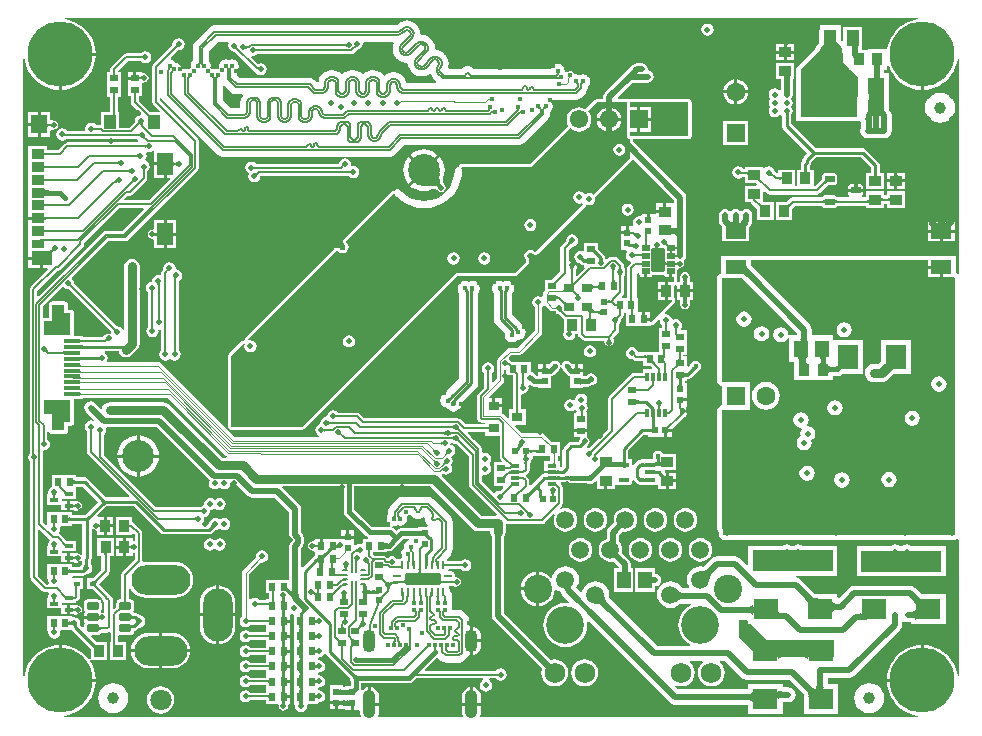
<source format=gbl>
G04*
G04 #@! TF.GenerationSoftware,Altium Limited,Altium Designer,21.2.2 (38)*
G04*
G04 Layer_Physical_Order=4*
G04 Layer_Color=16711680*
%FSLAX44Y44*%
%MOMM*%
G71*
G04*
G04 #@! TF.SameCoordinates,38E27065-25AF-4F18-8705-9FF7BF2F0A58*
G04*
G04*
G04 #@! TF.FilePolarity,Positive*
G04*
G01*
G75*
%ADD17C,0.2032*%
%ADD19C,0.2540*%
%ADD20C,0.1016*%
%ADD31R,1.0500X1.4000*%
%ADD32R,1.1500X1.4500*%
%ADD33R,0.6500X0.5500*%
%ADD37R,0.9000X1.0000*%
%ADD39R,0.6200X0.6200*%
%ADD40R,0.6200X0.6200*%
%ADD41R,1.0000X0.9000*%
%ADD42R,0.5500X0.6500*%
%ADD48R,1.7780X2.1590*%
%ADD119C,0.5080*%
%ADD121C,0.2235*%
%ADD122C,0.1778*%
%ADD123C,0.1270*%
%ADD125R,0.3000X0.8000*%
%ADD126R,0.8000X0.3000*%
%ADD128C,1.0000*%
%ADD129C,0.5080*%
%ADD130C,0.5000*%
%ADD131C,0.1297*%
%ADD132C,0.1524*%
%ADD134C,0.3810*%
%ADD135C,0.7620*%
%ADD136C,1.0160*%
%ADD137C,0.2056*%
%ADD138C,0.2500*%
%ADD140C,1.2700*%
%ADD141C,1.6000*%
%ADD142R,1.6000X1.6000*%
%ADD143C,1.5000*%
%ADD144C,1.7500*%
%ADD145C,3.2000*%
%ADD146C,2.4000*%
%ADD148C,1.8000*%
%ADD149O,4.5000X2.5000*%
%ADD150O,5.0000X2.5000*%
%ADD151O,2.5000X4.5000*%
%ADD152C,1.5500*%
%ADD153R,1.5500X1.5500*%
%ADD154C,5.5000*%
%ADD155O,1.1000X1.9000*%
%ADD156O,1.1000X2.4000*%
%ADD157R,1.6000X1.6000*%
%ADD158C,0.4064*%
%ADD160C,2.7000*%
%ADD162R,1.4000X1.3900*%
%ADD163R,4.8600X3.3600*%
%ADD164R,0.9000X0.4000*%
%ADD165R,0.9200X0.9800*%
G04:AMPARAMS|DCode=166|XSize=0.6mm|YSize=0.5mm|CornerRadius=0.025mm|HoleSize=0mm|Usage=FLASHONLY|Rotation=180.000|XOffset=0mm|YOffset=0mm|HoleType=Round|Shape=RoundedRectangle|*
%AMROUNDEDRECTD166*
21,1,0.6000,0.4500,0,0,180.0*
21,1,0.5500,0.5000,0,0,180.0*
1,1,0.0500,-0.2750,0.2250*
1,1,0.0500,0.2750,0.2250*
1,1,0.0500,0.2750,-0.2250*
1,1,0.0500,-0.2750,-0.2250*
%
%ADD166ROUNDEDRECTD166*%
G04:AMPARAMS|DCode=167|XSize=1.2mm|YSize=2mm|CornerRadius=0.06mm|HoleSize=0mm|Usage=FLASHONLY|Rotation=180.000|XOffset=0mm|YOffset=0mm|HoleType=Round|Shape=RoundedRectangle|*
%AMROUNDEDRECTD167*
21,1,1.2000,1.8800,0,0,180.0*
21,1,1.0800,2.0000,0,0,180.0*
1,1,0.1200,-0.5400,0.9400*
1,1,0.1200,0.5400,0.9400*
1,1,0.1200,0.5400,-0.9400*
1,1,0.1200,-0.5400,-0.9400*
%
%ADD167ROUNDEDRECTD167*%
%ADD168R,0.9000X0.8000*%
%ADD169R,0.7100X0.3000*%
%ADD170R,0.4800X0.4000*%
G04:AMPARAMS|DCode=171|XSize=0.6mm|YSize=1mm|CornerRadius=0.051mm|HoleSize=0mm|Usage=FLASHONLY|Rotation=270.000|XOffset=0mm|YOffset=0mm|HoleType=Round|Shape=RoundedRectangle|*
%AMROUNDEDRECTD171*
21,1,0.6000,0.8980,0,0,270.0*
21,1,0.4980,1.0000,0,0,270.0*
1,1,0.1020,-0.4490,-0.2490*
1,1,0.1020,-0.4490,0.2490*
1,1,0.1020,0.4490,0.2490*
1,1,0.1020,0.4490,-0.2490*
%
%ADD171ROUNDEDRECTD171*%
%ADD172R,1.4050X0.3050*%
%ADD173R,1.0000X1.0000*%
%ADD174R,0.8500X0.6500*%
%ADD175R,1.3500X1.5500*%
%ADD176R,1.8000X1.1700*%
%ADD177R,1.3500X1.9000*%
%ADD178R,1.0000X1.2000*%
%ADD179R,1.1000X0.8500*%
%ADD180R,1.1000X0.8750*%
%ADD181R,1.1000X0.7500*%
%ADD182R,1.8000X1.1500*%
G04:AMPARAMS|DCode=183|XSize=0.55mm|YSize=0.8mm|CornerRadius=0.0495mm|HoleSize=0mm|Usage=FLASHONLY|Rotation=270.000|XOffset=0mm|YOffset=0mm|HoleType=Round|Shape=RoundedRectangle|*
%AMROUNDEDRECTD183*
21,1,0.5500,0.7010,0,0,270.0*
21,1,0.4510,0.8000,0,0,270.0*
1,1,0.0990,-0.3505,-0.2255*
1,1,0.0990,-0.3505,0.2255*
1,1,0.0990,0.3505,0.2255*
1,1,0.0990,0.3505,-0.2255*
%
%ADD183ROUNDEDRECTD183*%
%ADD184R,0.3200X0.3600*%
G04:AMPARAMS|DCode=185|XSize=0.25mm|YSize=0.6mm|CornerRadius=0.025mm|HoleSize=0mm|Usage=FLASHONLY|Rotation=180.000|XOffset=0mm|YOffset=0mm|HoleType=Round|Shape=RoundedRectangle|*
%AMROUNDEDRECTD185*
21,1,0.2500,0.5500,0,0,180.0*
21,1,0.2000,0.6000,0,0,180.0*
1,1,0.0500,-0.1000,0.2750*
1,1,0.0500,0.1000,0.2750*
1,1,0.0500,0.1000,-0.2750*
1,1,0.0500,-0.1000,-0.2750*
%
%ADD185ROUNDEDRECTD185*%
G04:AMPARAMS|DCode=186|XSize=1mm|YSize=3mm|CornerRadius=0.05mm|HoleSize=0mm|Usage=FLASHONLY|Rotation=270.000|XOffset=0mm|YOffset=0mm|HoleType=Round|Shape=RoundedRectangle|*
%AMROUNDEDRECTD186*
21,1,1.0000,2.9000,0,0,270.0*
21,1,0.9000,3.0000,0,0,270.0*
1,1,0.1000,-1.4500,-0.4500*
1,1,0.1000,-1.4500,0.4500*
1,1,0.1000,1.4500,0.4500*
1,1,0.1000,1.4500,-0.4500*
%
%ADD186ROUNDEDRECTD186*%
G04:AMPARAMS|DCode=187|XSize=0.25mm|YSize=0.6mm|CornerRadius=0.025mm|HoleSize=0mm|Usage=FLASHONLY|Rotation=270.000|XOffset=0mm|YOffset=0mm|HoleType=Round|Shape=RoundedRectangle|*
%AMROUNDEDRECTD187*
21,1,0.2500,0.5500,0,0,270.0*
21,1,0.2000,0.6000,0,0,270.0*
1,1,0.0500,-0.2750,-0.1000*
1,1,0.0500,-0.2750,0.1000*
1,1,0.0500,0.2750,0.1000*
1,1,0.0500,0.2750,-0.1000*
%
%ADD187ROUNDEDRECTD187*%
G04:AMPARAMS|DCode=188|XSize=0.2mm|YSize=0.5mm|CornerRadius=0.05mm|HoleSize=0mm|Usage=FLASHONLY|Rotation=90.000|XOffset=0mm|YOffset=0mm|HoleType=Round|Shape=RoundedRectangle|*
%AMROUNDEDRECTD188*
21,1,0.2000,0.4000,0,0,90.0*
21,1,0.1000,0.5000,0,0,90.0*
1,1,0.1000,0.2000,0.0500*
1,1,0.1000,0.2000,-0.0500*
1,1,0.1000,-0.2000,-0.0500*
1,1,0.1000,-0.2000,0.0500*
%
%ADD188ROUNDEDRECTD188*%
G04:AMPARAMS|DCode=189|XSize=0.2mm|YSize=0.7mm|CornerRadius=0.05mm|HoleSize=0mm|Usage=FLASHONLY|Rotation=180.000|XOffset=0mm|YOffset=0mm|HoleType=Round|Shape=RoundedRectangle|*
%AMROUNDEDRECTD189*
21,1,0.2000,0.6000,0,0,180.0*
21,1,0.1000,0.7000,0,0,180.0*
1,1,0.1000,-0.0500,0.3000*
1,1,0.1000,0.0500,0.3000*
1,1,0.1000,0.0500,-0.3000*
1,1,0.1000,-0.0500,-0.3000*
%
%ADD189ROUNDEDRECTD189*%
%ADD190R,2.1590X1.7780*%
%ADD191C,0.1294*%
%ADD192C,0.4572*%
%ADD193R,2.3000X1.2500*%
%ADD194R,1.1000X2.6500*%
%ADD195R,1.6000X1.9500*%
%ADD196R,1.6000X1.9500*%
%ADD197R,1.1000X2.6500*%
G36*
X277498Y571265D02*
X277321Y571499D01*
X277139Y571709D01*
X276952Y571895D01*
X276760Y572055D01*
X276565Y572191D01*
X276364Y572302D01*
X276159Y572389D01*
X275949Y572450D01*
X275735Y572487D01*
X275516Y572500D01*
X275726Y573770D01*
X275924Y573780D01*
X276131Y573810D01*
X276344Y573860D01*
X276566Y573931D01*
X276795Y574021D01*
X277033Y574132D01*
X277277Y574263D01*
X277790Y574585D01*
X278058Y574776D01*
X277498Y571265D01*
D02*
G37*
G36*
X191884Y572527D02*
X192326Y572161D01*
X192545Y572012D01*
X192763Y571886D01*
X192979Y571784D01*
X193194Y571704D01*
X193407Y571646D01*
X193619Y571612D01*
X193830Y571601D01*
Y570331D01*
X193619Y570319D01*
X193407Y570285D01*
X193194Y570228D01*
X192979Y570148D01*
X192763Y570045D01*
X192545Y569919D01*
X192326Y569771D01*
X192106Y569599D01*
X191884Y569405D01*
X191661Y569188D01*
Y572744D01*
X191884Y572527D01*
D02*
G37*
G36*
X761348Y594846D02*
X760286Y594762D01*
X755688Y593658D01*
X751320Y591849D01*
X747288Y589378D01*
X743693Y586307D01*
X740622Y582712D01*
X738151Y578680D01*
X736342Y574312D01*
X735261Y569810D01*
X718690D01*
Y569541D01*
X718040Y568540D01*
X714635D01*
X713790Y569460D01*
Y588540D01*
X698210D01*
Y576798D01*
X697037Y576312D01*
X696551Y576798D01*
D01*
D01*
X696135Y577214D01*
D01*
Y586000D01*
X696060Y586375D01*
Y589810D01*
X692625D01*
X692250Y589885D01*
X681750D01*
X681375Y589810D01*
X677940D01*
Y586375D01*
X677865Y586000D01*
Y575024D01*
X676131Y573290D01*
X674736Y571203D01*
X674495Y569988D01*
X659133Y554627D01*
X658291Y553367D01*
X657995Y551880D01*
X657995Y546000D01*
Y529300D01*
X658070Y528924D01*
Y508590D01*
X712624D01*
X712750Y507956D01*
X713074Y507470D01*
D01*
Y503397D01*
X712750Y502911D01*
X712257Y500433D01*
X712750Y497956D01*
X714153Y495855D01*
X716254Y494452D01*
X718731Y493959D01*
X718936Y494000D01*
X725526D01*
X725731Y493959D01*
X725936Y494000D01*
X732526D01*
X732731Y493959D01*
X735209Y494452D01*
X737309Y495855D01*
X738713Y497956D01*
X739206Y500433D01*
X739165Y500638D01*
Y510228D01*
X739206Y510433D01*
X738926Y511842D01*
D01*
Y513558D01*
X738436Y516020D01*
X737041Y518107D01*
X736810Y518339D01*
Y527640D01*
Y549160D01*
X732934D01*
Y552190D01*
X735310D01*
Y554861D01*
X736580Y555114D01*
X738151Y551320D01*
X740622Y547288D01*
X743693Y543693D01*
X747288Y540622D01*
X751320Y538151D01*
X755688Y536342D01*
X760286Y535238D01*
X763730Y534967D01*
Y565000D01*
X766270D01*
Y534967D01*
X769714Y535238D01*
X774312Y536342D01*
X778680Y538151D01*
X782712Y540622D01*
X786307Y543693D01*
X789378Y547288D01*
X791849Y551320D01*
X793658Y555688D01*
X794762Y560286D01*
X794846Y561348D01*
X796115Y561298D01*
Y409250D01*
Y379748D01*
X794846Y379160D01*
X794246Y379670D01*
X793810Y379913D01*
Y394560D01*
X769835D01*
X769460Y394635D01*
X619810Y394635D01*
X619435Y394560D01*
X594190D01*
Y379164D01*
X593513Y379029D01*
X592253Y378187D01*
X591411Y376927D01*
X591115Y375440D01*
Y302015D01*
Y288794D01*
X591164Y288552D01*
X591146Y288305D01*
X591310Y287815D01*
X591411Y287308D01*
X591548Y287102D01*
X591627Y286868D01*
X591966Y286477D01*
X592253Y286047D01*
X592458Y285910D01*
X592621Y285724D01*
X593890Y284739D01*
X594353Y284508D01*
X594783Y284221D01*
X595026Y284173D01*
X595247Y284063D01*
X595690Y284031D01*
Y269144D01*
X595018Y268016D01*
X594621Y267862D01*
X594203Y267779D01*
X593921Y267590D01*
X593605Y267468D01*
X593297Y267173D01*
X592943Y266937D01*
X592755Y266655D01*
X592509Y266420D01*
X591819Y265436D01*
X591648Y265047D01*
X591411Y264692D01*
X591345Y264360D01*
X591208Y264049D01*
X591198Y263624D01*
X591115Y263206D01*
Y163947D01*
X591190Y163571D01*
Y163189D01*
X591336Y162835D01*
X591411Y162460D01*
X591624Y162142D01*
X591770Y161789D01*
X592322Y160962D01*
X592514Y160000D01*
X592462Y159740D01*
Y159547D01*
X592406Y159362D01*
X592462Y158794D01*
Y158224D01*
X592536Y158046D01*
X592555Y157854D01*
X592823Y157351D01*
X593042Y156824D01*
X593178Y156687D01*
X593269Y156517D01*
X594075Y155536D01*
X594224Y155413D01*
X594331Y155253D01*
X594805Y154936D01*
X595246Y154574D01*
X595431Y154518D01*
X595591Y154411D01*
X596151Y154300D01*
X596697Y154134D01*
X596889Y154153D01*
X597078Y154115D01*
X597377D01*
X597522Y154018D01*
X600000Y153526D01*
X602478Y154018D01*
X602623Y154115D01*
X689377D01*
X689522Y154018D01*
X692000Y153526D01*
X694478Y154018D01*
X694623Y154115D01*
X747377Y154115D01*
X747522Y154018D01*
X750000Y153526D01*
X752478Y154018D01*
X752623Y154115D01*
X787377D01*
X787522Y154018D01*
X790000Y153526D01*
X792478Y154018D01*
X792623Y154115D01*
X793000D01*
X794487Y154411D01*
X794846Y154651D01*
X796115Y153972D01*
Y38702D01*
X794846Y38652D01*
X794762Y39714D01*
X793658Y44312D01*
X791849Y48680D01*
X789378Y52712D01*
X786307Y56307D01*
X782712Y59378D01*
X778680Y61849D01*
X774312Y63658D01*
X769714Y64762D01*
X766270Y65033D01*
Y35000D01*
X765000D01*
Y33730D01*
X734967D01*
X735238Y30286D01*
X736342Y25688D01*
X738151Y21320D01*
X740622Y17288D01*
X743693Y13693D01*
X747288Y10622D01*
X751320Y8151D01*
X755688Y6342D01*
X760286Y5238D01*
X761348Y5155D01*
X761298Y3884D01*
X391447D01*
X390598Y5155D01*
X391033Y6204D01*
X391309Y8303D01*
Y13533D01*
X383200D01*
X375091D01*
Y8303D01*
X375367Y6204D01*
X375802Y5155D01*
X374953Y3884D01*
X305047D01*
X304198Y5155D01*
X304633Y6204D01*
X304909Y8303D01*
Y13533D01*
X296800D01*
Y14803D01*
X295530D01*
Y29245D01*
X294701Y29136D01*
X292745Y28326D01*
X291181Y27125D01*
X290773Y27234D01*
X290009Y27747D01*
X290141Y28409D01*
Y32780D01*
X330309D01*
X332043Y33125D01*
X333514Y34107D01*
X335363Y35956D01*
X335699Y36459D01*
X336153Y36763D01*
X392621D01*
X392774Y36551D01*
X392469Y34825D01*
X391906Y34449D01*
X390784Y32769D01*
X390389Y30786D01*
X390784Y28804D01*
X391906Y27124D01*
X393587Y26001D01*
X395569Y25607D01*
X397551Y26001D01*
X399231Y27124D01*
X400354Y28804D01*
X400748Y30786D01*
X400354Y32769D01*
X399231Y34449D01*
X398669Y34825D01*
X398364Y36551D01*
X398517Y36763D01*
X404053D01*
X404338Y36337D01*
X406018Y35215D01*
X408000Y34820D01*
X409982Y35215D01*
X411662Y36337D01*
X412785Y38018D01*
X413180Y40000D01*
X412785Y41982D01*
X411662Y43663D01*
X409982Y44785D01*
X408000Y45180D01*
X406018Y44785D01*
X404338Y43663D01*
X404053Y43237D01*
X344303D01*
X343817Y44411D01*
X354446Y55039D01*
X357636Y51848D01*
X359611Y50529D01*
X361940Y50066D01*
X361940Y50066D01*
X372518D01*
X372518Y50066D01*
X374847Y50529D01*
X376821Y51848D01*
X378845Y53873D01*
X379261Y54151D01*
X379597Y54486D01*
X379597Y54486D01*
X380916Y56461D01*
X380918Y56472D01*
X381101Y56570D01*
X381930Y56461D01*
Y68403D01*
Y80703D01*
X381331Y81229D01*
Y85781D01*
X380867Y88110D01*
X379548Y90085D01*
X379548Y90085D01*
X376683Y92949D01*
X374709Y94269D01*
X372380Y94732D01*
X372379Y94732D01*
X366831D01*
X366374Y97033D01*
X366059Y97504D01*
X366374Y97975D01*
X366837Y100304D01*
Y106502D01*
X366374Y108831D01*
X365442Y110225D01*
X365122Y111832D01*
X364082Y113388D01*
X364640Y114658D01*
X366250D01*
X367338Y114875D01*
X367584Y115039D01*
X367617Y115012D01*
X367766Y114868D01*
X368174Y114603D01*
X368580Y114332D01*
X368598Y114328D01*
X368614Y114318D01*
X369092Y114230D01*
X369571Y114135D01*
X369589Y114138D01*
X369607Y114135D01*
X370084Y114237D01*
X370562Y114332D01*
X370577Y114342D01*
X370596Y114346D01*
X370997Y114623D01*
X371402Y114893D01*
X371412Y114909D01*
X371428Y114919D01*
X371692Y115326D01*
X372624Y115512D01*
X373674Y116213D01*
X374376Y117264D01*
X374622Y118503D01*
X374376Y119741D01*
X373674Y120792D01*
X372624Y121493D01*
X371692Y121679D01*
X371428Y122086D01*
X371413Y122096D01*
X371402Y122112D01*
X370997Y122383D01*
X370596Y122659D01*
X370577Y122663D01*
X370562Y122673D01*
X370084Y122768D01*
X369607Y122870D01*
X369094Y123944D01*
Y124503D01*
X368878Y125592D01*
X368261Y126515D01*
X367338Y127131D01*
X366250Y127348D01*
X364492D01*
X363773Y128617D01*
X364146Y129274D01*
X374009D01*
X374293Y128849D01*
X375974Y127726D01*
X377956Y127331D01*
X379938Y127726D01*
X381618Y128849D01*
X382741Y130529D01*
X383135Y132511D01*
X382741Y134493D01*
X381618Y136173D01*
X379938Y137296D01*
X377956Y137691D01*
X375974Y137296D01*
X374293Y136173D01*
X374009Y135748D01*
X363246D01*
X363128Y136342D01*
X362511Y137264D01*
X362415Y138237D01*
X365747Y141569D01*
X365747Y141569D01*
X367066Y143543D01*
X367529Y145872D01*
Y169509D01*
X367529Y169509D01*
X367066Y171838D01*
X365747Y173812D01*
X350976Y188583D01*
X349001Y189902D01*
X346672Y190366D01*
X346672Y190366D01*
X324747D01*
X322418Y189902D01*
X320443Y188583D01*
X320443Y188583D01*
X314123Y182262D01*
X312803Y180288D01*
X312340Y177959D01*
X312340Y177959D01*
Y176110D01*
X312245Y175968D01*
X311850Y173983D01*
X311808Y173919D01*
X311345Y171590D01*
X311808Y169261D01*
X313127Y167287D01*
X314590Y166309D01*
X314132Y165105D01*
X298977D01*
X284169Y179913D01*
Y199392D01*
X348423D01*
X384458Y163356D01*
X386558Y161953D01*
X389036Y161460D01*
X399175D01*
Y160567D01*
X399668Y158090D01*
X400470Y156889D01*
Y89451D01*
X400864Y87469D01*
X401987Y85788D01*
X442914Y44861D01*
X442701Y44347D01*
X442313Y41400D01*
X442701Y38453D01*
X443838Y35706D01*
X445648Y33348D01*
X448006Y31538D01*
X450753Y30401D01*
X453700Y30013D01*
X456647Y30401D01*
X459394Y31538D01*
X461752Y33348D01*
X463562Y35706D01*
X464700Y38453D01*
X465088Y41400D01*
X464700Y44347D01*
X463562Y47094D01*
X461752Y49452D01*
X459394Y51262D01*
X456647Y52399D01*
X453700Y52787D01*
X450753Y52399D01*
X450239Y52186D01*
X410829Y91596D01*
Y156889D01*
X411631Y158090D01*
X412124Y160567D01*
Y166942D01*
X412499Y167261D01*
X413394Y167745D01*
X414368Y167551D01*
X443120D01*
X444359Y167798D01*
X445409Y168500D01*
X452587Y175678D01*
X453664Y174958D01*
X453069Y173521D01*
X452723Y170900D01*
X453069Y168279D01*
X454080Y165837D01*
X455689Y163739D01*
X457787Y162130D01*
X460229Y161118D01*
X462850Y160773D01*
X465471Y161118D01*
X467913Y162130D01*
X470011Y163739D01*
X471620Y165837D01*
X472632Y168279D01*
X472977Y170900D01*
X472632Y173521D01*
X471620Y175963D01*
X470011Y178061D01*
X467913Y179670D01*
X465471Y180682D01*
X462850Y181027D01*
X460229Y180682D01*
X458792Y180086D01*
X458072Y181163D01*
X459540Y182631D01*
X460242Y183681D01*
X460488Y184920D01*
Y198249D01*
X460242Y199488D01*
X459540Y200538D01*
X458733Y201345D01*
X459259Y202615D01*
X464939D01*
X465133Y202614D01*
X465583Y202313D01*
X467318Y201968D01*
X481139D01*
X481518Y201715D01*
X483500Y201320D01*
X485482Y201715D01*
X487163Y202838D01*
X487514Y203363D01*
X489219Y203630D01*
X489460Y203438D01*
Y196960D01*
X495730D01*
Y204000D01*
X498270D01*
Y196960D01*
X504540D01*
Y199116D01*
X504961Y200211D01*
X505810Y200211D01*
X519041D01*
Y204282D01*
X520064Y204681D01*
X520311Y204696D01*
X523003Y202004D01*
X524263Y201162D01*
X525750Y200867D01*
X526961D01*
Y200211D01*
X529434D01*
X529531Y200192D01*
X529628Y200211D01*
X541041D01*
X541460Y199115D01*
Y196960D01*
X547730D01*
Y204000D01*
Y208143D01*
X544061Y205378D01*
X544224Y205550D01*
X544310Y205764D01*
X544319Y206019D01*
X544252Y206317D01*
X544108Y206655D01*
X543887Y207035D01*
X543589Y207456D01*
X543214Y207919D01*
X542234Y208970D01*
X544531Y210266D01*
X545032Y209782D01*
X545940Y209015D01*
X546346Y208732D01*
X546721Y208516D01*
X547065Y208367D01*
X547377Y208285D01*
X547657Y208269D01*
X547730Y208284D01*
Y211040D01*
X547620D01*
X546973Y211781D01*
X547476Y212960D01*
X556540D01*
Y227040D01*
X545200D01*
X544482Y228114D01*
X542970Y229125D01*
X541186Y229479D01*
X539402Y229125D01*
X537890Y228114D01*
X536880Y226602D01*
X536525Y224818D01*
X536775Y223561D01*
X536063Y222446D01*
X535848Y222291D01*
X529628D01*
X529531Y222311D01*
X529434Y222291D01*
X526961D01*
Y221636D01*
X525751D01*
X524265Y221340D01*
X523004Y220498D01*
X520311Y217805D01*
X520064Y217820D01*
X519041Y218218D01*
Y222291D01*
X515886D01*
Y229716D01*
X529285Y243115D01*
X532860D01*
Y241360D01*
X546230D01*
Y247000D01*
X547500D01*
Y248270D01*
X553348D01*
X562446Y257368D01*
X562525Y257439D01*
X562598Y257496D01*
X562943Y257730D01*
X563070Y257807D01*
X563814Y258191D01*
X564076Y258309D01*
X564079Y258311D01*
X564083Y258312D01*
X564490Y258604D01*
X564899Y258896D01*
X564901Y258899D01*
X564904Y258901D01*
X565167Y259324D01*
X565435Y259752D01*
X565436Y259756D01*
X565438Y259759D01*
X565519Y260252D01*
X565602Y260749D01*
X565601Y260753D01*
X565602Y260756D01*
X565488Y261243D01*
X565375Y261733D01*
X565373Y261737D01*
X565372Y261740D01*
X565081Y262147D01*
X565070Y262161D01*
X565237Y263000D01*
Y264031D01*
X564991Y265270D01*
X564777Y265590D01*
X564898Y266074D01*
X565229Y266532D01*
X565587Y266830D01*
X565640Y266860D01*
Y271230D01*
X560000D01*
Y273770D01*
X565640D01*
Y275860D01*
Y287140D01*
X563885D01*
Y288710D01*
X565790D01*
Y290115D01*
X566000D01*
X567487Y290411D01*
X568747Y291253D01*
X574039Y296545D01*
X574784Y296693D01*
X576296Y297704D01*
X577307Y299216D01*
X577662Y301000D01*
X577307Y302784D01*
X576296Y304296D01*
X574784Y305307D01*
X573000Y305662D01*
X571216Y305307D01*
X569704Y304296D01*
X568693Y302784D01*
X568545Y302039D01*
X567060Y300554D01*
X565790Y301080D01*
Y309290D01*
X562737D01*
Y310710D01*
X565790D01*
Y320710D01*
Y331290D01*
X560926D01*
X560856Y331367D01*
X560363Y332560D01*
X561234Y333863D01*
X561628Y335845D01*
X561234Y337827D01*
X560111Y339507D01*
X558431Y340630D01*
X556449Y341024D01*
X554466Y340630D01*
X554363Y340561D01*
X552952Y341146D01*
X552785Y341982D01*
X551662Y343662D01*
X549982Y344785D01*
X548000Y345179D01*
X547548Y345090D01*
X546923Y346260D01*
X555118Y354455D01*
X555679Y355296D01*
X555877Y356287D01*
X555679Y357278D01*
X555193Y358451D01*
X555193Y358451D01*
X555040Y358680D01*
Y369020D01*
X555757Y369428D01*
X556960Y368668D01*
Y366270D01*
X564000D01*
X571040D01*
Y372540D01*
X568062D01*
X567894Y373763D01*
X567898Y373780D01*
X567932Y373838D01*
X568171Y374195D01*
X568186Y374272D01*
X568225Y374339D01*
X568284Y374765D01*
X568368Y375186D01*
X568353Y375263D01*
X568363Y375340D01*
X568255Y375756D01*
X568171Y376177D01*
X568127Y376242D01*
X568108Y376318D01*
X567885Y376612D01*
Y377000D01*
X567589Y378487D01*
X566747Y379747D01*
X565487Y380589D01*
X564000Y380885D01*
X562514Y380589D01*
X561253Y379747D01*
X560411Y378487D01*
X560115Y377000D01*
Y376612D01*
X559893Y376318D01*
X559873Y376242D01*
X559829Y376177D01*
X559746Y375756D01*
X559637Y375340D01*
X559647Y375263D01*
X559632Y375186D01*
X559716Y374765D01*
X559775Y374339D01*
X559814Y374272D01*
X559829Y374195D01*
X560068Y373838D01*
X560102Y373780D01*
X560106Y373763D01*
X560100Y373676D01*
X559836Y372540D01*
X557590D01*
Y376200D01*
X557565Y376326D01*
X557577Y376454D01*
X557467Y376818D01*
X557393Y377191D01*
X557321Y377298D01*
X557284Y377421D01*
X557063Y377690D01*
X557378Y378161D01*
X557595Y379250D01*
Y382455D01*
X558041Y383344D01*
X558223Y383633D01*
X558699Y383734D01*
X559177Y383829D01*
X559193Y383840D01*
X559211Y383844D01*
X559612Y384120D01*
X560017Y384391D01*
X560028Y384406D01*
X560043Y384417D01*
X560307Y384824D01*
X561239Y385009D01*
X562289Y385711D01*
X562991Y386761D01*
X563237Y388000D01*
X562991Y389239D01*
X562933Y389325D01*
X563181Y390570D01*
X563624Y390866D01*
X564738Y392533D01*
X565129Y394500D01*
Y399732D01*
Y412510D01*
Y443870D01*
X564738Y445836D01*
X563624Y447503D01*
X519840Y491288D01*
Y493410D01*
X521110Y493410D01*
X567000Y493410D01*
X567991Y493607D01*
X568831Y494169D01*
X569393Y495009D01*
X569590Y496000D01*
X569590Y525000D01*
X569393Y525991D01*
X568831Y526831D01*
X567991Y527393D01*
X567000Y527590D01*
X517250Y527590D01*
X516259Y527393D01*
X515955Y527190D01*
X515651Y527393D01*
X514660Y527590D01*
X507473D01*
X506987Y528763D01*
X519366Y541142D01*
X532406D01*
X534372Y541533D01*
X536040Y542647D01*
X537154Y544314D01*
X537545Y546281D01*
X537154Y548247D01*
X536040Y549914D01*
X534372Y551028D01*
X533620Y551178D01*
X532545Y552281D01*
X532154Y554247D01*
X531040Y555914D01*
X529372Y557028D01*
X527406Y557419D01*
X523237D01*
X521271Y557028D01*
X519604Y555914D01*
X513604Y549914D01*
X495966Y532277D01*
X494852Y530610D01*
X494461Y528643D01*
Y527590D01*
X489394D01*
X488402Y527393D01*
X487562Y526831D01*
X479792Y519061D01*
X479787Y519054D01*
X479389Y518988D01*
X476886Y520025D01*
X474200Y520379D01*
X471514Y520025D01*
X469011Y518988D01*
X466861Y517339D01*
X465212Y515189D01*
X464175Y512686D01*
X463821Y510000D01*
X464175Y507314D01*
X465212Y504811D01*
X465146Y504413D01*
X465139Y504408D01*
X433321Y472590D01*
X375238Y472590D01*
X374802Y472503D01*
X374362Y472437D01*
X374309Y472405D01*
X374247Y472393D01*
X373877Y472146D01*
X373496Y471917D01*
X373459Y471866D01*
X373407Y471831D01*
X373160Y471461D01*
X372896Y471104D01*
X372401Y470054D01*
X372130Y470108D01*
X370941Y469871D01*
X369932Y469198D01*
X369259Y468189D01*
X369022Y467000D01*
X369022D01*
X369075Y466942D01*
X368579Y461912D01*
X367095Y457020D01*
X364685Y452510D01*
X361442Y448558D01*
X357490Y445315D01*
X352981Y442905D01*
X348088Y441421D01*
X343000Y440920D01*
X337912Y441421D01*
X333019Y442905D01*
X328511Y445315D01*
X324558Y448558D01*
X323116Y450316D01*
X323116Y450316D01*
X322883Y450473D01*
X321875Y451147D01*
X320685Y451383D01*
X319496Y451147D01*
X318488Y450473D01*
X317814Y449465D01*
X316696Y449285D01*
X316400Y449226D01*
X316098Y449216D01*
X315909Y449129D01*
X315704Y449088D01*
X315454Y448921D01*
X315180Y448795D01*
X315038Y448643D01*
X314864Y448527D01*
X275340Y409003D01*
X275269Y408896D01*
X275170Y408814D01*
X274990Y408479D01*
X274779Y408162D01*
X274754Y408036D01*
X274693Y407923D01*
X274656Y407545D01*
X274582Y407171D01*
X274607Y407045D01*
X274594Y406917D01*
X274719Y405654D01*
X274756Y405531D01*
Y405402D01*
X274902Y405051D01*
X275012Y404687D01*
X275093Y404587D01*
X275143Y404469D01*
X275412Y404200D01*
X275653Y403905D01*
X275760Y403848D01*
X276346Y402972D01*
X276539Y402000D01*
X276346Y401028D01*
X275795Y400205D01*
X274972Y399654D01*
X274000Y399461D01*
X273028Y399654D01*
X272152Y400240D01*
X272094Y400347D01*
X271800Y400588D01*
X271531Y400857D01*
X271413Y400907D01*
X271313Y400988D01*
X270949Y401099D01*
X270598Y401244D01*
X270469D01*
X270346Y401281D01*
X269083Y401406D01*
X268955Y401393D01*
X268829Y401418D01*
X268456Y401344D01*
X268077Y401307D01*
X267964Y401246D01*
X267838Y401221D01*
X267521Y401010D01*
X267186Y400831D01*
X267104Y400731D01*
X266997Y400660D01*
X192176Y325839D01*
X192105Y325732D01*
X192006Y325650D01*
X191826Y325315D01*
X191615Y324998D01*
X191590Y324872D01*
X191529Y324759D01*
X191492Y324380D01*
X191418Y324007D01*
X191443Y323881D01*
X191430Y323754D01*
X191451Y323685D01*
X191050Y323070D01*
X190436Y322669D01*
X190367Y322690D01*
X190239Y322677D01*
X190113Y322703D01*
X189740Y322628D01*
X189361Y322591D01*
X189248Y322531D01*
X189122Y322505D01*
X188806Y322294D01*
X188470Y322115D01*
X188388Y322015D01*
X188282Y321944D01*
X178169Y311831D01*
X177607Y310991D01*
X177410Y310000D01*
Y250000D01*
X177607Y249009D01*
X178169Y248169D01*
X179009Y247607D01*
X180000Y247410D01*
X240000D01*
X240991Y247607D01*
X241831Y248169D01*
X371073Y377410D01*
X419880Y377410D01*
X420871Y377607D01*
X421712Y378169D01*
X431384Y387841D01*
X431455Y387948D01*
X431554Y388029D01*
X431734Y388365D01*
X431945Y388681D01*
X431970Y388807D01*
X432031Y388920D01*
X432068Y389299D01*
X432142Y389672D01*
X432117Y389798D01*
X432130Y389926D01*
X432015Y391091D01*
X431978Y391214D01*
Y391343D01*
X431832Y391694D01*
X431721Y392058D01*
X431640Y392158D01*
X431591Y392276D01*
X430754Y393528D01*
X430561Y394500D01*
X430754Y395472D01*
X431305Y396295D01*
X432128Y396846D01*
X433100Y397039D01*
X434072Y396846D01*
X435324Y396009D01*
X435442Y395960D01*
X435542Y395878D01*
X435906Y395768D01*
X436257Y395622D01*
X436386D01*
X436509Y395585D01*
X437674Y395470D01*
X437802Y395483D01*
X437928Y395458D01*
X438301Y395532D01*
X438680Y395569D01*
X438793Y395630D01*
X438919Y395655D01*
X439235Y395866D01*
X439571Y396046D01*
X439653Y396145D01*
X439759Y396217D01*
X479931Y436388D01*
X480155Y436722D01*
X480404Y437037D01*
X480604Y437257D01*
X481779Y437563D01*
X483000Y437321D01*
X484982Y437715D01*
X486663Y438838D01*
X487785Y440518D01*
X488180Y442500D01*
X487813Y444341D01*
X487910Y444438D01*
X488122Y444579D01*
X519081Y475538D01*
X519152Y475645D01*
X520735Y475858D01*
X554852Y441741D01*
Y440181D01*
X554540Y439040D01*
X553582Y439040D01*
X548270D01*
Y432000D01*
X547000D01*
Y430730D01*
X539160D01*
X538640Y430140D01*
X538190Y430140D01*
X534270D01*
Y424500D01*
X531730D01*
Y430140D01*
X527360D01*
Y428944D01*
X526090Y427963D01*
X525000Y428180D01*
X523018Y427785D01*
X521338Y426662D01*
X520215Y424982D01*
X519821Y423000D01*
X520215Y421018D01*
X520287Y420910D01*
X519608Y419640D01*
X516511D01*
Y414000D01*
X515241D01*
Y412730D01*
X509601D01*
Y408360D01*
Y399360D01*
X514276D01*
X514955Y398090D01*
X514215Y396982D01*
X513820Y395000D01*
X514215Y393018D01*
X515338Y391338D01*
X517018Y390215D01*
X517704Y390078D01*
X518122Y388700D01*
X515711Y386289D01*
X515009Y385239D01*
X514763Y384000D01*
Y358812D01*
X511008D01*
X510522Y359985D01*
X511685Y361148D01*
X511685Y361148D01*
X512471Y362324D01*
X512747Y363712D01*
X512747Y363712D01*
Y377364D01*
X512749Y377373D01*
X512791Y377417D01*
X513035Y377810D01*
X513292Y378195D01*
X513300Y378238D01*
X513324Y378276D01*
X513399Y378732D01*
X513489Y379186D01*
X513480Y379229D01*
X513487Y379273D01*
X513382Y379724D01*
X513292Y380177D01*
X513267Y380214D01*
X513257Y380257D01*
X512987Y380633D01*
X512747Y380993D01*
Y381000D01*
X512746Y381006D01*
X513001Y381388D01*
X513277Y381789D01*
X513281Y381808D01*
X513292Y381823D01*
X513387Y382301D01*
X513488Y382777D01*
X513485Y382796D01*
X513489Y382814D01*
X513394Y383292D01*
X513305Y383771D01*
X513295Y383787D01*
X513292Y383805D01*
X513021Y384211D01*
X512756Y384619D01*
X512586Y384794D01*
X512486Y384908D01*
X512412Y385003D01*
X512363Y385075D01*
X512358Y385084D01*
Y385806D01*
X512112Y387045D01*
X511410Y388095D01*
X507025Y392480D01*
X505975Y393182D01*
X504736Y393428D01*
X501264D01*
X500025Y393182D01*
X498975Y392480D01*
X498169Y391674D01*
X496906Y391799D01*
X496663Y392163D01*
X496593Y392209D01*
Y392792D01*
X496297Y394278D01*
X495455Y395538D01*
X490290Y400704D01*
Y405790D01*
X478710D01*
Y398955D01*
X477667Y398264D01*
X477440Y398294D01*
X475500Y398680D01*
X473518Y398285D01*
X471838Y397163D01*
X470715Y395482D01*
X470321Y393500D01*
X470715Y391518D01*
X471838Y389837D01*
X473518Y388715D01*
X474660Y388488D01*
X474794Y388373D01*
X475414Y387753D01*
X476675Y386911D01*
X478161Y386615D01*
X478710D01*
Y385210D01*
X478710D01*
X479100Y384267D01*
X472511Y377678D01*
X471337Y378164D01*
Y382416D01*
X471342Y382425D01*
X471370Y382465D01*
X471590Y382732D01*
X471735Y382881D01*
X472000Y383289D01*
X472271Y383695D01*
X472274Y383713D01*
X472284Y383729D01*
X472373Y384208D01*
X472468Y384686D01*
X472464Y384704D01*
X472468Y384723D01*
X472366Y385199D01*
X472271Y385677D01*
X472260Y385692D01*
X472257Y385711D01*
X471980Y386112D01*
X471709Y386517D01*
X471694Y386528D01*
X471683Y386543D01*
X471276Y386807D01*
X471091Y387739D01*
X470389Y388789D01*
X469339Y389491D01*
X468100Y389737D01*
X467114Y389541D01*
X465844Y390222D01*
Y399732D01*
X468457Y402345D01*
X468500Y402337D01*
X470482Y402731D01*
X472163Y403853D01*
X473285Y405534D01*
X473680Y407516D01*
X473285Y409498D01*
X472163Y411179D01*
X470482Y412301D01*
X468500Y412696D01*
X466518Y412301D01*
X464838Y411179D01*
X463715Y409498D01*
X463321Y407516D01*
X463329Y407473D01*
X459655Y403798D01*
X458869Y402622D01*
X458593Y401234D01*
X458593Y401234D01*
Y381309D01*
X451743Y374460D01*
X445791D01*
Y365930D01*
X444609Y364748D01*
X443936Y363740D01*
X443699Y362551D01*
Y360166D01*
X442429Y359487D01*
X441982Y359785D01*
X440000Y360179D01*
X438018Y359785D01*
X436338Y358662D01*
X435215Y356982D01*
X434821Y355000D01*
X435215Y353018D01*
X436338Y351338D01*
X436892Y350967D01*
Y331212D01*
X422199Y316519D01*
X415695D01*
X414506Y316283D01*
X413498Y315609D01*
X405396Y307507D01*
X404722Y306499D01*
X404486Y305310D01*
Y290383D01*
X401528Y287425D01*
X400355Y287911D01*
Y295171D01*
X400780Y295455D01*
X401903Y297136D01*
X402297Y299118D01*
X401903Y301100D01*
X400780Y302780D01*
X399100Y303903D01*
X397118Y304297D01*
X395135Y303903D01*
X393455Y302780D01*
X392332Y301100D01*
X391938Y299118D01*
X392332Y297136D01*
X393455Y295455D01*
X393880Y295171D01*
Y283014D01*
X388791Y277924D01*
X388089Y276874D01*
X387843Y275635D01*
Y257237D01*
X388089Y255998D01*
X388791Y254948D01*
X389535Y254204D01*
X390585Y253502D01*
X391824Y253256D01*
X394960D01*
Y251737D01*
X378480D01*
X374158Y256059D01*
X373108Y256761D01*
X371869Y257007D01*
X292474D01*
X288640Y260841D01*
X287590Y261543D01*
X286351Y261789D01*
X270278D01*
X269993Y262214D01*
X268313Y263337D01*
X266331Y263731D01*
X264349Y263337D01*
X262668Y262214D01*
X261546Y260534D01*
X261308Y259337D01*
X260303Y258298D01*
X259930Y258186D01*
X258276Y257857D01*
X256595Y256734D01*
X255473Y255053D01*
X255078Y253071D01*
X255306Y251929D01*
X254202Y251709D01*
X252522Y250586D01*
X251399Y248906D01*
X251005Y246924D01*
X251399Y244942D01*
X252522Y243262D01*
X254131Y242187D01*
X254146Y242093D01*
X253545Y240917D01*
X183018D01*
X120340Y303596D01*
X119332Y304269D01*
X118142Y304506D01*
X75427D01*
X74829Y305626D01*
X74929Y305777D01*
X75324Y307759D01*
X74929Y309741D01*
X73807Y311421D01*
X72551Y312260D01*
X72936Y313530D01*
X84881D01*
X85057Y312643D01*
X86461Y310542D01*
X88561Y309139D01*
X91039Y308646D01*
X93517Y309139D01*
X95617Y310542D01*
X100385Y315310D01*
X101788Y317411D01*
X102281Y319888D01*
Y385609D01*
X101788Y388086D01*
X100385Y390187D01*
X98284Y391590D01*
X95807Y392083D01*
X93329Y391590D01*
X91229Y390187D01*
X89825Y388086D01*
X89332Y385609D01*
Y332114D01*
X88163Y331880D01*
X88062Y331903D01*
X86965Y333545D01*
X85284Y334668D01*
X83302Y335062D01*
X82804Y334963D01*
X46826Y370942D01*
X46927Y371447D01*
X46533Y373429D01*
X45410Y375109D01*
X45289Y376337D01*
X75942Y406991D01*
X90161D01*
X91400Y407237D01*
X92450Y407939D01*
X151401Y466889D01*
X152103Y467940D01*
X152349Y469179D01*
Y492078D01*
X152103Y493316D01*
X151401Y494367D01*
X119554Y526214D01*
Y528242D01*
X120807Y528452D01*
X122073Y526557D01*
X168352Y480278D01*
X168352Y480278D01*
X170247Y479012D01*
X172482Y478568D01*
X314224D01*
X316459Y479012D01*
X318354Y480278D01*
X326399Y488324D01*
X423593D01*
X425828Y488768D01*
X427723Y490034D01*
X448334Y510645D01*
X448334Y510645D01*
X449600Y512540D01*
X450045Y514775D01*
X450045Y514775D01*
Y516437D01*
X450226Y516618D01*
X451492Y518513D01*
X451937Y520748D01*
Y521000D01*
X451492Y523235D01*
X450226Y525130D01*
X449726Y525464D01*
X450111Y526734D01*
X471731D01*
X473966Y527179D01*
X475861Y528445D01*
X480192Y532776D01*
X481458Y534671D01*
X481903Y536906D01*
Y537938D01*
X482084Y538118D01*
X482084Y538118D01*
X483350Y540013D01*
X483795Y542248D01*
X483795Y542248D01*
Y542500D01*
X483350Y544735D01*
X482084Y546630D01*
X480189Y547896D01*
X477954Y548341D01*
X475719Y547896D01*
X474906Y547353D01*
X474093Y547896D01*
X471858Y548341D01*
X470993Y548169D01*
X469937Y548874D01*
X469884Y549141D01*
X469210Y550149D01*
X468202Y550823D01*
X467013Y551059D01*
X465824Y550823D01*
X464815Y550149D01*
X464781Y550098D01*
X463441Y549819D01*
X462322Y550567D01*
X462438Y551148D01*
X461993Y553383D01*
X460727Y555278D01*
X458832Y556544D01*
X456597Y556989D01*
X454362Y556544D01*
X452467Y555278D01*
X452122Y554933D01*
X450856Y553038D01*
X450850Y553012D01*
X397300D01*
X385314Y553012D01*
X385243Y553104D01*
X383859Y554166D01*
X382939Y554547D01*
X382752Y554672D01*
X382532Y554716D01*
X382247Y554834D01*
X381336Y554954D01*
X380517Y555117D01*
X379747D01*
X378929Y554954D01*
X378017Y554834D01*
X377733Y554716D01*
X377512Y554672D01*
X377325Y554547D01*
X376405Y554166D01*
X375021Y553104D01*
X374950Y553012D01*
X364277D01*
X363571Y554067D01*
X363781Y554573D01*
X364145Y557338D01*
X363781Y560103D01*
X362713Y562680D01*
X362076Y563511D01*
X361369Y564569D01*
X361369Y564569D01*
X361369Y564569D01*
X361037Y564901D01*
X361030Y564906D01*
X361025Y564913D01*
X361024Y564913D01*
X361024Y564913D01*
X360135Y565803D01*
X360134Y565803D01*
X360134Y565803D01*
X360127Y565808D01*
X360122Y565816D01*
X359790Y566148D01*
X359790Y566148D01*
X359790Y566148D01*
X358732Y566854D01*
X357901Y567492D01*
X355325Y568559D01*
X353521Y568797D01*
X352412Y570099D01*
X352424Y570196D01*
X352060Y572961D01*
X350993Y575538D01*
X350355Y576369D01*
X349649Y577426D01*
X349649Y577426D01*
X349649Y577426D01*
X349317Y577758D01*
X349309Y577763D01*
X349304Y577771D01*
X349304Y577771D01*
X349304Y577771D01*
X348414Y578661D01*
X348414Y578661D01*
X348414Y578661D01*
X348406Y578666D01*
X348401Y578673D01*
X348070Y579005D01*
X348070Y579005D01*
X348070Y579006D01*
X347012Y579712D01*
X346181Y580350D01*
X343604Y581417D01*
X341316Y581718D01*
X340562Y582208D01*
X340073Y582961D01*
X339771Y585250D01*
X338704Y587826D01*
X338066Y588658D01*
X337360Y589715D01*
X337360Y589715D01*
X337360Y589715D01*
X337028Y590047D01*
X337020Y590052D01*
X337015Y590060D01*
X337015Y590060D01*
X337015Y590060D01*
X336125Y590950D01*
X336125Y590950D01*
X336125Y590950D01*
X336118Y590955D01*
X336113Y590962D01*
X335781Y591294D01*
X335781Y591294D01*
X335781Y591294D01*
X334723Y592001D01*
X333892Y592639D01*
X331315Y593706D01*
X328550Y594070D01*
X325785Y593706D01*
X323209Y592639D01*
X321221Y591113D01*
X320975Y590949D01*
X319905Y589879D01*
X318786D01*
X318785Y589879D01*
X165648D01*
X163413Y589434D01*
X161518Y588168D01*
X148856Y575506D01*
X147590Y573611D01*
X147146Y571376D01*
Y559711D01*
X146191Y558282D01*
X145746Y556047D01*
Y555303D01*
X145986Y554098D01*
X144906Y553018D01*
X144540Y553091D01*
X142305Y552646D01*
X142000Y552442D01*
X141695Y552646D01*
X139460Y553091D01*
X137518Y552704D01*
X137124Y554683D01*
X135858Y556578D01*
X133963Y557844D01*
X132604Y558115D01*
X131717Y559441D01*
X129822Y560708D01*
X128874Y560896D01*
X128455Y562274D01*
X134772Y568591D01*
X135274Y568491D01*
X137256Y568886D01*
X138936Y570008D01*
X140059Y571689D01*
X140453Y573671D01*
X140059Y575653D01*
X138936Y577333D01*
X137256Y578456D01*
X135274Y578850D01*
X133292Y578456D01*
X131611Y577333D01*
X130489Y575653D01*
X130094Y573671D01*
X130194Y573169D01*
X114028Y557003D01*
X113326Y555953D01*
X113080Y554714D01*
Y524873D01*
X113326Y523634D01*
X114028Y522584D01*
X119423Y517188D01*
X118937Y516015D01*
X111413D01*
X101469Y525959D01*
Y529748D01*
X104022D01*
Y539664D01*
X104047Y539783D01*
X104579Y540538D01*
X104872Y540844D01*
X105320Y540971D01*
X105771Y541085D01*
X105804Y541109D01*
X105844Y541120D01*
X106208Y541409D01*
X106428Y541573D01*
X107647Y541815D01*
X108823Y542601D01*
X108950Y542727D01*
X109735Y543904D01*
X110012Y545291D01*
X109735Y546679D01*
X108950Y547855D01*
X107773Y548641D01*
X106386Y548917D01*
X106232Y548886D01*
X106224Y548897D01*
X105829Y549133D01*
X105444Y549383D01*
X105397Y549391D01*
X105357Y549416D01*
X104902Y549483D01*
X104450Y549566D01*
X104022Y550328D01*
X99502D01*
Y545038D01*
X98232D01*
Y543768D01*
X92442D01*
Y539748D01*
Y529748D01*
X94995D01*
Y524618D01*
X95241Y523379D01*
X95943Y522329D01*
X103648Y514624D01*
X103031Y513445D01*
X101312Y513104D01*
X99632Y511981D01*
X98509Y510300D01*
X98115Y508318D01*
X98214Y507817D01*
X93459Y503061D01*
X84915D01*
Y516015D01*
X83805D01*
Y529373D01*
X86358D01*
Y539373D01*
Y549953D01*
X84259D01*
X83993Y551223D01*
X92190Y559419D01*
X103165D01*
X103449Y558994D01*
X105130Y557871D01*
X107112Y557477D01*
X109094Y557871D01*
X110774Y558994D01*
X111897Y560674D01*
X112291Y562656D01*
X111897Y564638D01*
X110774Y566319D01*
X109094Y567442D01*
X107112Y567836D01*
X105130Y567442D01*
X103449Y566319D01*
X103165Y565894D01*
X90849D01*
X89610Y565647D01*
X88560Y564945D01*
X78279Y554664D01*
X77577Y553614D01*
X77331Y552375D01*
Y549953D01*
X74778D01*
Y539373D01*
Y529373D01*
X77331D01*
Y516015D01*
X69835D01*
Y505610D01*
X69455Y505298D01*
X65276D01*
X64991Y505723D01*
X63311Y506846D01*
X61329Y507240D01*
X59347Y506846D01*
X57667Y505723D01*
X56544Y504043D01*
X56150Y502061D01*
X56334Y501132D01*
X55528Y500150D01*
X41195D01*
X40640Y500979D01*
X38960Y502102D01*
X36978Y502496D01*
X34996Y502102D01*
X33315Y500979D01*
X32193Y499299D01*
X31798Y497317D01*
X32193Y495335D01*
X33315Y493654D01*
X34996Y492532D01*
X36978Y492137D01*
X38960Y492532D01*
X40640Y493654D01*
X40655Y493676D01*
X99921D01*
X100475Y492846D01*
X101008Y492491D01*
X101285Y490778D01*
X101104Y490545D01*
X40988D01*
X39750Y490299D01*
X38699Y489597D01*
X33465Y484362D01*
X23915D01*
Y487915D01*
X7835D01*
Y474335D01*
Y463210D01*
Y452335D01*
Y441335D01*
Y430335D01*
Y427395D01*
X15875D01*
Y424855D01*
X7835D01*
Y419335D01*
Y408335D01*
Y398335D01*
Y393795D01*
X19375D01*
Y392525D01*
X20645D01*
Y384135D01*
X24135D01*
X24621Y382962D01*
X10129Y368469D01*
X9427Y367419D01*
X9180Y366180D01*
Y227427D01*
X8215Y225982D01*
X7821Y224000D01*
X8215Y222018D01*
X9338Y220338D01*
X9763Y220053D01*
Y122189D01*
X10009Y120950D01*
X10711Y119900D01*
X20003Y110608D01*
X21053Y109906D01*
X22292Y109660D01*
X24551D01*
X25202Y108613D01*
X25195Y108390D01*
X24814Y106477D01*
X25046Y105310D01*
X24101Y104040D01*
X23910D01*
Y95960D01*
X36090Y95960D01*
X36110Y94698D01*
Y90960D01*
X40930D01*
Y95000D01*
Y99040D01*
X36958Y99040D01*
X36396Y100000D01*
X36958Y100960D01*
X48290D01*
Y101889D01*
X48894Y102009D01*
X49944Y102711D01*
X50688Y103455D01*
X51390Y104505D01*
X51636Y105744D01*
Y112460D01*
X54340D01*
Y121540D01*
X45981D01*
X45254Y121647D01*
X45026Y122964D01*
X45682Y123620D01*
X54242D01*
X55729Y123916D01*
X56989Y124758D01*
X57064Y124833D01*
X58982Y125215D01*
X60662Y126337D01*
X61785Y128018D01*
X62180Y130000D01*
X61785Y131982D01*
X60885Y133330D01*
Y136228D01*
X61300Y136850D01*
X61596Y138337D01*
Y160699D01*
X61593Y160715D01*
Y163271D01*
X62633Y163643D01*
X62863Y163687D01*
X63875Y163010D01*
X64808Y162825D01*
X65071Y162418D01*
X65087Y162407D01*
X65097Y162392D01*
X65503Y162121D01*
X65904Y161845D01*
X65922Y161841D01*
X65937Y161831D01*
X65960Y161826D01*
Y158460D01*
X71730D01*
Y166000D01*
Y173540D01*
X67065D01*
X66539Y174810D01*
X74207Y182478D01*
X97559D01*
X120042Y159994D01*
X121303Y159152D01*
X122789Y158857D01*
X161216D01*
X162703Y159152D01*
X163963Y159994D01*
X166435Y162466D01*
X168025Y162782D01*
X169116Y163511D01*
X170042Y163800D01*
X170969Y163511D01*
X172060Y162782D01*
X174042Y162388D01*
X176025Y162782D01*
X177705Y163905D01*
X178828Y165585D01*
X179222Y167567D01*
X178828Y169550D01*
X177705Y171230D01*
X176025Y172353D01*
X174042Y172747D01*
X172060Y172353D01*
X170969Y171624D01*
X170042Y171335D01*
X169116Y171624D01*
X168025Y172353D01*
X166042Y172747D01*
X164060Y172353D01*
X162380Y171230D01*
X161257Y169550D01*
X160941Y167960D01*
X159607Y166626D01*
X155137D01*
X154752Y167896D01*
X155413Y168337D01*
X156535Y170018D01*
X156930Y172000D01*
X156700Y173152D01*
X158546Y173519D01*
X160227Y174642D01*
X161350Y176322D01*
X161686Y178012D01*
X161958Y179253D01*
X163940Y179647D01*
X165031Y180376D01*
X165958Y180665D01*
X166884Y180376D01*
X167976Y179647D01*
X169958Y179253D01*
X171940Y179647D01*
X173620Y180770D01*
X174743Y182451D01*
X175137Y184433D01*
X174743Y186415D01*
X173620Y188095D01*
X171940Y189218D01*
X169958Y189612D01*
X167976Y189218D01*
X166884Y188489D01*
X165958Y188200D01*
X165031Y188489D01*
X163940Y189218D01*
X161958Y189612D01*
X159976Y189218D01*
X158295Y188095D01*
X157172Y186415D01*
X156836Y184725D01*
X156564Y183484D01*
X154582Y183089D01*
X152902Y181967D01*
X152618Y181541D01*
X115931D01*
X72237Y225235D01*
Y243053D01*
X72663Y243337D01*
X73785Y245018D01*
X74180Y247000D01*
X73899Y248410D01*
X74730Y249680D01*
X116261D01*
X161591Y204349D01*
X161257Y203850D01*
X160863Y201867D01*
X161257Y199885D01*
X162380Y198205D01*
X164060Y197082D01*
X166042Y196688D01*
X168025Y197082D01*
X169116Y197811D01*
X170042Y198100D01*
X170969Y197811D01*
X172060Y197082D01*
X174042Y196688D01*
X176025Y197082D01*
X177705Y198205D01*
X178828Y199885D01*
X179222Y201867D01*
X179974Y202784D01*
X182422D01*
X193868Y191338D01*
X195549Y190215D01*
X197531Y189820D01*
X216855D01*
X228820Y177855D01*
Y158121D01*
X229215Y156139D01*
X230338Y154459D01*
X230917Y153880D01*
Y153120D01*
X230338Y152541D01*
X229215Y150861D01*
X228820Y148879D01*
Y120294D01*
X209286D01*
Y108714D01*
X211571D01*
Y104028D01*
X209018D01*
Y103237D01*
X203947D01*
X203662Y103663D01*
X201982Y104785D01*
X200000Y105180D01*
X198018Y104785D01*
X196449Y103737D01*
X195911Y103866D01*
X195179Y104215D01*
Y124784D01*
X205346Y134951D01*
X206000Y134820D01*
X207982Y135215D01*
X209662Y136337D01*
X210785Y138018D01*
X211180Y140000D01*
X210785Y141982D01*
X209662Y143663D01*
X207982Y144785D01*
X206000Y145180D01*
X204018Y144785D01*
X202338Y143663D01*
X201215Y141982D01*
X200821Y140000D01*
X200951Y139346D01*
X189874Y128269D01*
X189200Y127261D01*
X188964Y126072D01*
Y89071D01*
X188409Y88701D01*
X187286Y87020D01*
X186892Y85038D01*
X187286Y83056D01*
X188409Y81376D01*
X190089Y80253D01*
X192071Y79859D01*
X194054Y80253D01*
X195734Y81376D01*
X196152Y82001D01*
X209018D01*
Y79448D01*
X209018D01*
Y78228D01*
X209018D01*
Y75775D01*
X195884D01*
X195734Y76001D01*
X194054Y77123D01*
X192071Y77518D01*
X190089Y77123D01*
X188409Y76001D01*
X187286Y74320D01*
X186892Y72338D01*
X187286Y70356D01*
X188409Y68676D01*
X190089Y67553D01*
X192071Y67159D01*
X194054Y67553D01*
X195734Y68676D01*
X196152Y69301D01*
X209018D01*
Y66648D01*
X209018D01*
Y65428D01*
X209018D01*
Y62875D01*
X196018D01*
X195734Y63301D01*
X194054Y64423D01*
X192071Y64818D01*
X190089Y64423D01*
X188409Y63301D01*
X187286Y61620D01*
X186892Y59638D01*
X187286Y57656D01*
X188409Y55976D01*
X190089Y54853D01*
X192071Y54459D01*
X194054Y54853D01*
X195734Y55976D01*
X196018Y56401D01*
X209018D01*
Y53848D01*
X209018D01*
Y52628D01*
X209018D01*
Y50175D01*
X196018D01*
X195734Y50601D01*
X194054Y51723D01*
X192071Y52118D01*
X190089Y51723D01*
X188409Y50601D01*
X187286Y48920D01*
X186892Y46938D01*
X187286Y44956D01*
X188409Y43276D01*
X190089Y42153D01*
X192071Y41759D01*
X194054Y42153D01*
X195734Y43276D01*
X196018Y43701D01*
X209018D01*
Y41048D01*
X209018D01*
Y39828D01*
X209018D01*
Y37375D01*
X196085D01*
X195734Y37901D01*
X194054Y39023D01*
X192071Y39418D01*
X190089Y39023D01*
X188409Y37901D01*
X187286Y36220D01*
X186892Y34238D01*
X187286Y32256D01*
X188409Y30576D01*
X190089Y29453D01*
X192071Y29059D01*
X194054Y29453D01*
X195734Y30576D01*
X195951Y30901D01*
X209018D01*
Y28248D01*
X209018D01*
Y27028D01*
X209018D01*
Y24675D01*
X196085D01*
X195734Y25201D01*
X194054Y26323D01*
X192071Y26718D01*
X190089Y26323D01*
X188409Y25201D01*
X187286Y23520D01*
X186892Y21538D01*
X187286Y19556D01*
X188409Y17876D01*
X190089Y16753D01*
X192071Y16359D01*
X194054Y16753D01*
X195734Y17876D01*
X195951Y18201D01*
X209018D01*
Y15448D01*
X218497D01*
X219637Y15013D01*
X219746Y14597D01*
X219829Y14176D01*
X219873Y14111D01*
X219893Y14035D01*
X220115Y13741D01*
Y13353D01*
X220411Y11866D01*
X221253Y10606D01*
X222514Y9764D01*
X224000Y9468D01*
X225487Y9764D01*
X226747Y10606D01*
X227589Y11866D01*
X227885Y13353D01*
Y13741D01*
X228108Y14035D01*
X228127Y14111D01*
X228171Y14176D01*
X228255Y14597D01*
X228363Y15013D01*
X229503Y15448D01*
X229598D01*
Y19968D01*
X224308D01*
Y22508D01*
X229598D01*
Y27028D01*
X229598D01*
Y28248D01*
X229598D01*
Y32768D01*
X224308D01*
Y35308D01*
X229598D01*
Y39828D01*
X229598D01*
Y41048D01*
X229598D01*
Y45568D01*
X224308D01*
Y48108D01*
X229598D01*
Y52628D01*
X229598D01*
Y53848D01*
X229598D01*
Y58368D01*
X224308D01*
Y60908D01*
X229598D01*
Y65428D01*
X229598D01*
Y66648D01*
X229598D01*
Y71168D01*
X224308D01*
Y73708D01*
X229598D01*
Y78228D01*
X229598D01*
Y79448D01*
X229598D01*
Y83968D01*
X224308D01*
Y86508D01*
X229598D01*
Y90636D01*
X230704Y91425D01*
X231018Y91215D01*
X233000Y90821D01*
X233018Y90806D01*
Y79448D01*
X233018D01*
Y78228D01*
X233018D01*
Y66648D01*
X233018D01*
Y65428D01*
X233018D01*
Y53848D01*
X233018D01*
Y52628D01*
X233018D01*
Y41048D01*
X233018D01*
Y39828D01*
X233018D01*
Y28248D01*
X233018D01*
Y27028D01*
X233018D01*
Y15448D01*
X233018D01*
X233792Y14178D01*
X233628Y13353D01*
X234022Y11371D01*
X235145Y9690D01*
X236825Y8568D01*
X238808Y8173D01*
X240790Y8568D01*
X242470Y9690D01*
X243593Y11371D01*
X243987Y13353D01*
X243823Y14178D01*
X244865Y15448D01*
X253598D01*
Y15992D01*
X254045Y16359D01*
X256027Y16753D01*
X257707Y17876D01*
X258830Y19556D01*
X259224Y21538D01*
X258830Y23520D01*
X257707Y25201D01*
X256027Y26323D01*
X254045Y26718D01*
X253598Y27856D01*
Y28248D01*
X254492Y29148D01*
X256027Y29453D01*
X257707Y30576D01*
X258830Y32256D01*
X259224Y34238D01*
X258830Y36220D01*
X257707Y37901D01*
X256027Y39023D01*
X254648Y39298D01*
X253598Y39828D01*
Y41048D01*
X254534Y41856D01*
X256027Y42153D01*
X257707Y43276D01*
X258830Y44956D01*
X259224Y46938D01*
X258830Y48920D01*
X257707Y50601D01*
X256027Y51723D01*
X254610Y52005D01*
X253598Y52628D01*
Y53848D01*
X254572Y54563D01*
X256027Y54853D01*
X257707Y55976D01*
X258736Y57515D01*
X258842Y57553D01*
X259419Y57618D01*
X260108Y57573D01*
X260718Y56661D01*
X280520Y36858D01*
X280824Y35330D01*
X281077Y34951D01*
Y30540D01*
X279128D01*
X279030Y30559D01*
X278934Y30540D01*
X276460D01*
Y29753D01*
X276228Y29735D01*
X274693D01*
X274551Y29740D01*
X274508Y29744D01*
Y30843D01*
X272034D01*
X271938Y30862D01*
X271841Y30843D01*
X263228D01*
Y19563D01*
Y17473D01*
X268868D01*
Y16203D01*
X270138D01*
Y10563D01*
X274508D01*
Y10652D01*
X275490Y11458D01*
X275560Y11444D01*
X276460Y10634D01*
Y10260D01*
X278934D01*
X279030Y10241D01*
X279128Y10260D01*
X280830D01*
Y15900D01*
X283370D01*
Y10260D01*
X287421D01*
X287740Y10260D01*
X288691Y9489D01*
Y8303D01*
X288967Y6204D01*
X289402Y5155D01*
X288553Y3884D01*
X38702D01*
X38652Y5155D01*
X39714Y5238D01*
X44312Y6342D01*
X48680Y8151D01*
X52712Y10622D01*
X56307Y13693D01*
X59378Y17288D01*
X61849Y21320D01*
X63658Y25688D01*
X64762Y30286D01*
X65033Y33730D01*
X35000D01*
Y35000D01*
X33730D01*
Y65033D01*
X30286Y64762D01*
X25689Y63658D01*
X21320Y61849D01*
X17288Y59378D01*
X13693Y56307D01*
X10622Y52712D01*
X8152Y48680D01*
X6342Y44312D01*
X5238Y39714D01*
X5155Y38651D01*
X3884Y38701D01*
X3885Y561298D01*
X5155Y561348D01*
X5238Y560286D01*
X6342Y555688D01*
X8152Y551320D01*
X10622Y547288D01*
X13693Y543693D01*
X17288Y540622D01*
X21320Y538151D01*
X25689Y536342D01*
X30286Y535238D01*
X33730Y534967D01*
Y565000D01*
X35000D01*
Y566270D01*
X65033D01*
X64762Y569714D01*
X63658Y574312D01*
X61849Y578680D01*
X59378Y582712D01*
X56307Y586307D01*
X52712Y589378D01*
X48680Y591849D01*
X44312Y593658D01*
X39714Y594762D01*
X38652Y594845D01*
X38702Y596115D01*
X573500Y596115D01*
D01*
X761298Y596115D01*
X761348Y594846D01*
D02*
G37*
G36*
X317754Y574615D02*
X316885Y572517D01*
X316521Y569752D01*
X316885Y566987D01*
X317952Y564410D01*
X319478Y562423D01*
X319642Y562176D01*
X320531Y561288D01*
X320777Y561123D01*
X322765Y559598D01*
X325341Y558531D01*
X328106Y558167D01*
X328214Y558181D01*
X329521Y557072D01*
X329757Y555280D01*
X330824Y552704D01*
X332349Y550716D01*
X332514Y550470D01*
X333402Y549582D01*
X333648Y549417D01*
X335636Y547892D01*
X338213Y546824D01*
X340978Y546460D01*
X343743Y546824D01*
X346319Y547892D01*
X347296Y548641D01*
X348842Y548227D01*
X349452Y546754D01*
X350977Y544767D01*
X351142Y544520D01*
X353664Y541998D01*
X353607Y541557D01*
X353138Y540728D01*
X345578D01*
X345577Y540728D01*
X328361D01*
X328180Y542103D01*
X327145Y544602D01*
X325498Y546748D01*
X323352Y548395D01*
X320853Y549430D01*
X318522Y549737D01*
X318171Y549806D01*
X316258D01*
X315908Y549737D01*
X313576Y549430D01*
X311077Y548395D01*
X309324Y547050D01*
X308119Y548621D01*
X305973Y550267D01*
X303474Y551303D01*
X301143Y551610D01*
X300792Y551679D01*
X298879D01*
X298529Y551610D01*
X296197Y551303D01*
X293698Y550267D01*
X292048Y549002D01*
X291146Y548739D01*
X290243Y549002D01*
X288594Y550267D01*
X286095Y551303D01*
X283763Y551610D01*
X283413Y551679D01*
X281500D01*
X281149Y551610D01*
X278818Y551303D01*
X276319Y550267D01*
X274669Y549002D01*
X273767Y548739D01*
X272864Y549002D01*
X271215Y550267D01*
X268716Y551303D01*
X266384Y551610D01*
X266034Y551679D01*
X264121D01*
X263770Y551610D01*
X261439Y551303D01*
X258940Y550267D01*
X256794Y548621D01*
X255147Y546475D01*
X254112Y543976D01*
X253848Y541967D01*
X253113Y541582D01*
X252493Y541526D01*
X250264Y543755D01*
X248369Y545021D01*
X246134Y545466D01*
X186940D01*
X184997Y547409D01*
Y550861D01*
X185936Y552266D01*
X186381Y554501D01*
Y555250D01*
X185936Y557485D01*
X184670Y559380D01*
X182775Y560646D01*
X180540Y561091D01*
X178305Y560646D01*
X178000Y560442D01*
X177695Y560646D01*
X175460Y561091D01*
X173225Y560646D01*
X171330Y559380D01*
X170064Y557485D01*
X169619Y555250D01*
Y554501D01*
X169733Y553930D01*
X168835Y553032D01*
X168540Y553091D01*
X166305Y552646D01*
X166000Y552442D01*
X165695Y552646D01*
X163460Y553091D01*
X163272Y553053D01*
X162192Y554133D01*
X162407Y555214D01*
Y555963D01*
X162407Y555963D01*
X161963Y558198D01*
X161140Y559429D01*
Y567999D01*
X169025Y575885D01*
X177276D01*
X177874Y574765D01*
X177651Y574431D01*
X177257Y572449D01*
X177651Y570467D01*
X178774Y568786D01*
X180454Y567664D01*
X182437Y567269D01*
X182938Y567369D01*
X199367Y550940D01*
X200208Y550378D01*
X201238Y548838D01*
X202918Y547715D01*
X204900Y547321D01*
X206882Y547715D01*
X208563Y548838D01*
X209685Y550518D01*
X210080Y552500D01*
X209685Y554482D01*
X208563Y556162D01*
X206882Y557285D01*
X204900Y557679D01*
X202918Y557285D01*
X202475Y556989D01*
X196572Y562891D01*
X197198Y564062D01*
X198692Y563764D01*
X200675Y564159D01*
X202355Y565281D01*
X202372Y565307D01*
X281306D01*
X282544Y565553D01*
X283595Y566255D01*
X286425Y569085D01*
X288069Y569412D01*
X289750Y570535D01*
X290872Y572215D01*
X291266Y574197D01*
X291126Y574903D01*
X291932Y575885D01*
X317085D01*
X317754Y574615D01*
D02*
G37*
G36*
X202370Y552271D02*
X202358Y552332D01*
X202332Y552387D01*
X202294Y552436D01*
X202242Y552478D01*
X202177Y552513D01*
X202099Y552542D01*
X202008Y552565D01*
X201904Y552581D01*
X201787Y552591D01*
X201656Y552594D01*
Y553864D01*
X201864Y553866D01*
X202377Y553899D01*
X202512Y553919D01*
X202629Y553943D01*
X202727Y553971D01*
X202807Y554004D01*
X202869Y554041D01*
X202913Y554082D01*
X202370Y552271D01*
D02*
G37*
G36*
X81209Y548405D02*
X81228Y548184D01*
X81260Y547989D01*
X81305Y547820D01*
X81362Y547677D01*
X81432Y547560D01*
X81514Y547469D01*
X81609Y547404D01*
X81717Y547365D01*
X81838Y547352D01*
X79298D01*
X79419Y547365D01*
X79527Y547404D01*
X79622Y547469D01*
X79704Y547560D01*
X79774Y547677D01*
X79831Y547820D01*
X79876Y547989D01*
X79907Y548184D01*
X79927Y548405D01*
X79933Y548652D01*
X81203D01*
X81209Y548405D01*
D02*
G37*
G36*
X101442Y547004D02*
X101504Y546831D01*
X101607Y546679D01*
X101751Y546547D01*
X101937Y546435D01*
X102164Y546343D01*
X102432Y546272D01*
X102741Y546221D01*
X102915Y546206D01*
X102978Y546213D01*
X103208Y546252D01*
X103426Y546308D01*
X103632Y546380D01*
X103826Y546467D01*
X104009Y546571D01*
X104180Y546690D01*
X104339Y546825D01*
X104486Y546977D01*
X104663Y543425D01*
X104501Y543563D01*
X104329Y543686D01*
X104147Y543794D01*
X103955Y543888D01*
X103753Y543968D01*
X103541Y544033D01*
X103320Y544084D01*
X103087Y544120D01*
X102983Y544129D01*
X102741Y544108D01*
X102432Y544057D01*
X102164Y543986D01*
X101937Y543895D01*
X101751Y543783D01*
X101607Y543651D01*
X101504Y543498D01*
X101442Y543326D01*
X101421Y543133D01*
Y547197D01*
X101442Y547004D01*
D02*
G37*
G36*
X99382Y532336D02*
X99274Y532297D01*
X99178Y532232D01*
X99096Y532141D01*
X99026Y532024D01*
X98969Y531881D01*
X98924Y531712D01*
X98893Y531517D01*
X98874Y531296D01*
X98867Y531049D01*
X97597D01*
X97591Y531296D01*
X97572Y531517D01*
X97540Y531712D01*
X97496Y531881D01*
X97438Y532024D01*
X97369Y532141D01*
X97286Y532232D01*
X97191Y532297D01*
X97083Y532336D01*
X96962Y532349D01*
X99502D01*
X99382Y532336D01*
D02*
G37*
G36*
X81717Y531930D02*
X81609Y531892D01*
X81514Y531829D01*
X81432Y531740D01*
X81362Y531626D01*
X81305Y531486D01*
X81260Y531321D01*
X81228Y531130D01*
X81209Y530914D01*
X81203Y530673D01*
X79933D01*
X79927Y530914D01*
X79907Y531130D01*
X79876Y531321D01*
X79831Y531486D01*
X79774Y531626D01*
X79704Y531740D01*
X79622Y531829D01*
X79527Y531892D01*
X79419Y531930D01*
X79298Y531943D01*
X81838D01*
X81717Y531930D01*
D02*
G37*
G36*
X692250Y572631D02*
X691935Y572315D01*
X698000Y566250D01*
Y558480D01*
X702690Y553790D01*
Y552190D01*
X704290D01*
X710480Y546000D01*
Y529300D01*
X661880Y529300D01*
Y546000D01*
X661880Y551880D01*
X681750Y571750D01*
Y586000D01*
X692250D01*
Y572631D01*
D02*
G37*
G36*
X179433Y533183D02*
X181327Y531917D01*
X183562Y531472D01*
X183563Y531472D01*
X189316D01*
X189942Y530202D01*
X189010Y528987D01*
X187943Y526410D01*
X187619Y523955D01*
X187558Y523645D01*
Y519490D01*
X179662D01*
X172997Y526155D01*
Y537959D01*
X174170Y538445D01*
X179433Y533183D01*
D02*
G37*
G36*
X81209Y514467D02*
X81228Y514246D01*
X81260Y514051D01*
X81305Y513882D01*
X81362Y513739D01*
X81432Y513622D01*
X81514Y513531D01*
X81609Y513466D01*
X81717Y513427D01*
X81838Y513414D01*
X79298D01*
X79419Y513427D01*
X79527Y513466D01*
X79622Y513531D01*
X79704Y513622D01*
X79774Y513739D01*
X79831Y513882D01*
X79876Y514051D01*
X79907Y514246D01*
X79927Y514467D01*
X79933Y514715D01*
X81203D01*
X81209Y514467D01*
D02*
G37*
G36*
X109669Y514088D02*
X110139Y513687D01*
X110347Y513540D01*
X110536Y513429D01*
X110706Y513354D01*
X110858Y513315D01*
X110991Y513312D01*
X111106Y513345D01*
X111202Y513414D01*
X109436Y511648D01*
X109505Y511744D01*
X109538Y511859D01*
X109535Y511992D01*
X109496Y512144D01*
X109421Y512314D01*
X109310Y512503D01*
X109163Y512711D01*
X108981Y512937D01*
X108508Y513445D01*
X109406Y514342D01*
X109669Y514088D01*
D02*
G37*
G36*
X105268Y506688D02*
X105027Y506234D01*
X104929Y506007D01*
X104846Y505781D01*
X104779Y505555D01*
X104726Y505329D01*
X104688Y505103D01*
X104666Y504877D01*
X104658Y504652D01*
X103388Y504492D01*
X103377Y504692D01*
X103344Y504880D01*
X103290Y505057D01*
X103214Y505222D01*
X103115Y505377D01*
X102996Y505520D01*
X102854Y505653D01*
X102690Y505774D01*
X102505Y505883D01*
X102297Y505982D01*
X105411Y506915D01*
X105268Y506688D01*
D02*
G37*
G36*
X514660Y525000D02*
Y520290D01*
X514710Y520040D01*
Y499960D01*
X514660Y499710D01*
Y496000D01*
X514857Y495009D01*
X515419Y494169D01*
X516259Y493607D01*
X517250Y493410D01*
Y482268D01*
Y477369D01*
X486291Y446411D01*
X484982Y447285D01*
X483000Y447679D01*
X481018Y447285D01*
X480228Y446757D01*
X478512Y447039D01*
X478162Y447562D01*
X476482Y448685D01*
X474500Y449080D01*
X472518Y448685D01*
X470838Y447562D01*
X469715Y445882D01*
X469320Y443900D01*
X469715Y441918D01*
X470838Y440238D01*
X472518Y439115D01*
X474500Y438721D01*
X476482Y439115D01*
X477981Y438591D01*
X478100Y438220D01*
X437928Y398048D01*
X436763Y398162D01*
X435082Y399285D01*
X433100Y399679D01*
X431118Y399285D01*
X429438Y398162D01*
X428315Y396482D01*
X427921Y394500D01*
X428315Y392518D01*
X429438Y390838D01*
X429552Y389672D01*
X419880Y380000D01*
X370000Y380000D01*
X240000Y250000D01*
X180000D01*
Y310000D01*
X190113Y320113D01*
X191283Y319487D01*
X190980Y317961D01*
X191374Y315979D01*
X192497Y314298D01*
X194177Y313176D01*
X196159Y312781D01*
X198141Y313176D01*
X199822Y314298D01*
X200944Y315979D01*
X201339Y317961D01*
X200944Y319943D01*
X199822Y321623D01*
X198141Y322746D01*
X196159Y323140D01*
X194633Y322837D01*
X194007Y324007D01*
X268829Y398829D01*
X270093Y398704D01*
X270338Y398338D01*
X272018Y397215D01*
X274000Y396820D01*
X275982Y397215D01*
X277663Y398338D01*
X278785Y400018D01*
X279180Y402000D01*
X278785Y403982D01*
X277663Y405662D01*
X277296Y405907D01*
X277171Y407171D01*
X316696Y446696D01*
X318242Y446446D01*
X318337Y446305D01*
X318349Y446316D01*
X320177Y444176D01*
X324028Y440887D01*
X328346Y438241D01*
X333026Y436302D01*
X337951Y435120D01*
X343000Y434723D01*
X348049Y435120D01*
X352974Y436302D01*
X357654Y438241D01*
X361972Y440887D01*
X365824Y444176D01*
X369113Y448028D01*
X371759Y452346D01*
X373698Y457026D01*
X374880Y461951D01*
X375277Y467000D01*
X375238D01*
X375001Y468189D01*
X374640Y468730D01*
X375238Y470000D01*
X434393Y470000D01*
X466971Y502577D01*
X469011Y501012D01*
X471514Y499975D01*
X474200Y499621D01*
X476886Y499975D01*
X479389Y501012D01*
X481539Y502661D01*
X483188Y504811D01*
X484225Y507314D01*
X484579Y510000D01*
X484225Y512686D01*
X483188Y515189D01*
X481623Y517229D01*
X489394Y525000D01*
X514660D01*
X514660Y525000D01*
D02*
G37*
G36*
X567000Y496000D02*
X517250Y496000D01*
Y499710D01*
X523730D01*
Y510000D01*
Y520290D01*
X517250D01*
Y525000D01*
X567000Y525000D01*
X567000Y496000D01*
D02*
G37*
G36*
X106682Y496172D02*
X106736Y495601D01*
X106786Y495341D01*
X106851Y495098D01*
X106931Y494872D01*
X107026Y494664D01*
X107137Y494472D01*
X107262Y494298D01*
X107403Y494141D01*
X106505Y493243D01*
X106348Y493384D01*
X106174Y493510D01*
X105983Y493620D01*
X105774Y493716D01*
X105549Y493796D01*
X105306Y493861D01*
X105046Y493910D01*
X104769Y493945D01*
X104474Y493965D01*
X104163Y493969D01*
X106678Y496483D01*
X106682Y496172D01*
D02*
G37*
G36*
X108046Y485530D02*
X107822Y485747D01*
X107380Y486113D01*
X107161Y486261D01*
X106943Y486387D01*
X106727Y486490D01*
X106512Y486570D01*
X106299Y486627D01*
X106087Y486661D01*
X105876Y486673D01*
Y487943D01*
X106087Y487954D01*
X106299Y487989D01*
X106512Y488046D01*
X106727Y488126D01*
X106943Y488228D01*
X107161Y488354D01*
X107380Y488503D01*
X107600Y488674D01*
X107822Y488869D01*
X108046Y489086D01*
Y485530D01*
D02*
G37*
G36*
X114835Y483325D02*
Y473745D01*
X124125D01*
Y472475D01*
X125395D01*
Y460435D01*
X127665D01*
X128151Y459262D01*
X110319Y441429D01*
X89915D01*
X89429Y442602D01*
X92240Y445414D01*
X94046D01*
X95285Y445660D01*
X96335Y446362D01*
X108007Y458033D01*
X108709Y459084D01*
X108955Y460322D01*
Y466015D01*
X109381Y466299D01*
X110503Y467980D01*
X110898Y469962D01*
X110503Y471944D01*
X109381Y473624D01*
X107700Y474747D01*
X107555Y474776D01*
X107058Y476170D01*
X107802Y477283D01*
X108197Y479265D01*
X107802Y481247D01*
X108570Y482385D01*
X109859Y482128D01*
X111841Y482523D01*
X113522Y483645D01*
X113565Y483710D01*
X114835Y483325D01*
D02*
G37*
G36*
X21357Y482274D02*
X21395Y482166D01*
X21459Y482071D01*
X21548Y481989D01*
X21662Y481919D01*
X21802Y481862D01*
X21967Y481817D01*
X22157Y481785D01*
X22373Y481766D01*
X22615Y481760D01*
Y480490D01*
X22373Y480484D01*
X22157Y480465D01*
X21967Y480433D01*
X21802Y480388D01*
X21662Y480331D01*
X21548Y480261D01*
X21459Y480179D01*
X21395Y480084D01*
X21357Y479976D01*
X21345Y479855D01*
Y482395D01*
X21357Y482274D01*
D02*
G37*
G36*
X101203Y477487D02*
X100980Y477704D01*
X100537Y478070D01*
X100318Y478219D01*
X100101Y478344D01*
X99884Y478447D01*
X99670Y478527D01*
X99456Y478584D01*
X99244Y478619D01*
X99034Y478630D01*
Y479900D01*
X99244Y479911D01*
X99456Y479946D01*
X99670Y480003D01*
X99884Y480083D01*
X100101Y480186D01*
X100318Y480312D01*
X100537Y480460D01*
X100758Y480632D01*
X100980Y480826D01*
X101203Y481043D01*
Y477487D01*
D02*
G37*
G36*
X84938Y471665D02*
X84714Y471882D01*
X84272Y472248D01*
X84053Y472397D01*
X83835Y472522D01*
X83619Y472625D01*
X83404Y472705D01*
X83191Y472762D01*
X82979Y472797D01*
X82768Y472808D01*
Y474078D01*
X82979Y474090D01*
X83191Y474124D01*
X83404Y474181D01*
X83619Y474261D01*
X83835Y474364D01*
X84053Y474490D01*
X84272Y474638D01*
X84492Y474810D01*
X84714Y475004D01*
X84938Y475221D01*
Y471665D01*
D02*
G37*
G36*
X130865Y474166D02*
X130926Y473993D01*
X131027Y473841D01*
X131170Y473709D01*
X131353Y473597D01*
X131576Y473505D01*
X131840Y473434D01*
X132145Y473383D01*
X132343Y473366D01*
X132420Y473373D01*
X132651Y473411D01*
X132871Y473465D01*
X133080Y473533D01*
X133279Y473617D01*
X133466Y473716D01*
X133643Y473830D01*
X133808Y473960D01*
X133963Y474105D01*
Y470549D01*
X133808Y470694D01*
X133643Y470823D01*
X133466Y470937D01*
X133279Y471036D01*
X133080Y471120D01*
X132871Y471189D01*
X132651Y471242D01*
X132420Y471280D01*
X132343Y471288D01*
X132145Y471270D01*
X131840Y471219D01*
X131576Y471148D01*
X131353Y471057D01*
X131170Y470945D01*
X131027Y470813D01*
X130926Y470661D01*
X130865Y470488D01*
X130845Y470295D01*
Y474359D01*
X130865Y474166D01*
D02*
G37*
G36*
X21357Y471274D02*
X21395Y471166D01*
X21459Y471071D01*
X21548Y470989D01*
X21662Y470919D01*
X21802Y470862D01*
X21967Y470817D01*
X22157Y470785D01*
X22373Y470766D01*
X22615Y470760D01*
Y469490D01*
X22373Y469484D01*
X22157Y469465D01*
X21967Y469433D01*
X21802Y469388D01*
X21662Y469331D01*
X21548Y469261D01*
X21459Y469179D01*
X21395Y469084D01*
X21357Y468976D01*
X21345Y468855D01*
Y471395D01*
X21357Y471274D01*
D02*
G37*
G36*
X93760Y464463D02*
X93537Y464680D01*
X93095Y465046D01*
X92876Y465194D01*
X92658Y465320D01*
X92442Y465423D01*
X92227Y465503D01*
X92014Y465560D01*
X91802Y465594D01*
X91591Y465606D01*
Y466876D01*
X91802Y466887D01*
X92014Y466921D01*
X92227Y466978D01*
X92442Y467059D01*
X92658Y467161D01*
X92876Y467287D01*
X93095Y467436D01*
X93315Y467607D01*
X93537Y467802D01*
X93760Y468019D01*
Y464463D01*
D02*
G37*
G36*
X21357Y460274D02*
X21395Y460166D01*
X21459Y460071D01*
X21548Y459989D01*
X21662Y459919D01*
X21802Y459862D01*
X21967Y459817D01*
X22157Y459785D01*
X22373Y459766D01*
X22615Y459760D01*
Y458490D01*
X22373Y458484D01*
X22157Y458465D01*
X21967Y458433D01*
X21802Y458388D01*
X21662Y458331D01*
X21548Y458261D01*
X21459Y458179D01*
X21395Y458084D01*
X21357Y457976D01*
X21345Y457855D01*
Y460395D01*
X21357Y460274D01*
D02*
G37*
G36*
X98424Y456785D02*
X98128Y456817D01*
X97847Y456829D01*
X97581Y456821D01*
X97329Y456794D01*
X97093Y456747D01*
X96871Y456681D01*
X96664Y456595D01*
X96472Y456489D01*
X96295Y456364D01*
X96132Y456219D01*
X95352Y457235D01*
X95487Y457384D01*
X95612Y457553D01*
X95727Y457741D01*
X95832Y457949D01*
X95926Y458175D01*
X96011Y458421D01*
X96085Y458686D01*
X96203Y459273D01*
X96247Y459596D01*
X98424Y456785D01*
D02*
G37*
G36*
X83448Y456663D02*
X83338Y456697D01*
X83221Y456710D01*
X83099Y456702D01*
X82971Y456673D01*
X82837Y456623D01*
X82697Y456551D01*
X82551Y456459D01*
X82400Y456345D01*
X82242Y456211D01*
X82079Y456055D01*
X80817Y457667D01*
X81014Y457869D01*
X81485Y458408D01*
X81602Y458565D01*
X81699Y458712D01*
X81776Y458848D01*
X81833Y458972D01*
X81870Y459086D01*
X81887Y459188D01*
X83448Y456663D01*
D02*
G37*
G36*
X21383Y451573D02*
X21497Y451249D01*
X21688Y450963D01*
X21954Y450716D01*
X22297Y450506D01*
X22716Y450335D01*
X23212Y450201D01*
X23783Y450106D01*
X24431Y450049D01*
X25155Y450030D01*
Y446220D01*
X24431Y446201D01*
X23783Y446144D01*
X23212Y446049D01*
X22716Y445915D01*
X22297Y445744D01*
X21954Y445534D01*
X21688Y445286D01*
X21497Y445001D01*
X21383Y444677D01*
X21345Y444315D01*
Y451935D01*
X21383Y451573D01*
D02*
G37*
G36*
X21357Y438274D02*
X21395Y438166D01*
X21459Y438071D01*
X21548Y437989D01*
X21662Y437919D01*
X21802Y437862D01*
X21967Y437817D01*
X22157Y437785D01*
X22373Y437766D01*
X22615Y437760D01*
Y436490D01*
X22373Y436484D01*
X22157Y436465D01*
X21967Y436433D01*
X21802Y436388D01*
X21662Y436331D01*
X21548Y436261D01*
X21459Y436179D01*
X21395Y436084D01*
X21357Y435976D01*
X21345Y435855D01*
Y438395D01*
X21357Y438274D01*
D02*
G37*
G36*
X21365Y427964D02*
X21426Y427791D01*
X21528Y427639D01*
X21670Y427507D01*
X21853Y427395D01*
X22076Y427304D01*
X22340Y427232D01*
X22645Y427182D01*
X22991Y427151D01*
X23377Y427141D01*
Y425109D01*
X22991Y425099D01*
X22645Y425068D01*
X22340Y425018D01*
X22076Y424946D01*
X21853Y424855D01*
X21670Y424743D01*
X21528Y424611D01*
X21426Y424459D01*
X21365Y424286D01*
X21345Y424093D01*
Y428157D01*
X21365Y427964D01*
D02*
G37*
G36*
X21357Y416687D02*
X21395Y416578D01*
X21459Y416483D01*
X21548Y416401D01*
X21662Y416331D01*
X21802Y416274D01*
X21967Y416229D01*
X22157Y416198D01*
X22373Y416179D01*
X22615Y416172D01*
Y414902D01*
X22373Y414896D01*
X22157Y414877D01*
X21967Y414845D01*
X21802Y414800D01*
X21662Y414743D01*
X21548Y414674D01*
X21459Y414591D01*
X21395Y414496D01*
X21357Y414388D01*
X21345Y414267D01*
Y416807D01*
X21357Y416687D01*
D02*
G37*
G36*
X518293Y415149D02*
X518332Y415041D01*
X518397Y414946D01*
X518488Y414864D01*
X518605Y414794D01*
X518748Y414737D01*
X518917Y414692D01*
X519113Y414660D01*
X519334Y414641D01*
X519581Y414635D01*
Y413365D01*
X519334Y413359D01*
X519113Y413340D01*
X518917Y413308D01*
X518748Y413263D01*
X518605Y413206D01*
X518488Y413136D01*
X518397Y413054D01*
X518332Y412959D01*
X518293Y412851D01*
X518280Y412730D01*
Y415270D01*
X518293Y415149D01*
D02*
G37*
G36*
X521128Y414157D02*
X521307Y414032D01*
X521497Y413932D01*
X521699Y413857D01*
X521912Y413807D01*
X522136Y413781D01*
X522371Y413780D01*
X522618Y413804D01*
X522877Y413853D01*
X523147Y413926D01*
X521460Y410795D01*
X521360Y411126D01*
X521044Y411989D01*
X520934Y412233D01*
X520705Y412657D01*
X520587Y412836D01*
X520466Y412993D01*
X520343Y413128D01*
X520961Y414306D01*
X521128Y414157D01*
D02*
G37*
G36*
X532839Y412439D02*
X532666Y412375D01*
X532514Y412271D01*
X532382Y412126D01*
X532270Y411940D01*
X532179Y411714D01*
X532108Y411446D01*
X532057Y411138D01*
X532026Y410788D01*
X532016Y410398D01*
X529984D01*
X529930Y412430D01*
X533032Y412461D01*
X532839Y412439D01*
D02*
G37*
G36*
X22615Y407105D02*
X22373Y407099D01*
X22157Y407080D01*
X21967Y407048D01*
X21802Y407003D01*
X21662Y406946D01*
X21548Y406876D01*
X21459Y406794D01*
X21395Y406699D01*
X21357Y406591D01*
X21345Y406470D01*
Y408344D01*
X21357Y408350D01*
X21395Y408355D01*
X21459Y408360D01*
X22373Y408375D01*
X22615Y408375D01*
Y407105D01*
D02*
G37*
G36*
X468475Y404976D02*
X468263Y404969D01*
X468054Y404944D01*
X467848Y404899D01*
X467646Y404837D01*
X467446Y404756D01*
X467250Y404656D01*
X467056Y404538D01*
X466866Y404402D01*
X466679Y404247D01*
X466495Y404074D01*
X465058Y405511D01*
X465231Y405695D01*
X465386Y405882D01*
X465523Y406072D01*
X465640Y406266D01*
X465740Y406462D01*
X465821Y406662D01*
X465883Y406864D01*
X465928Y407070D01*
X465953Y407279D01*
X465960Y407491D01*
X468475Y404976D01*
D02*
G37*
G36*
X532026Y405128D02*
X532057Y404777D01*
X532108Y404468D01*
X532179Y404200D01*
X532270Y403973D01*
X532382Y403787D01*
X532514Y403643D01*
X532666Y403540D01*
X532839Y403478D01*
X533032Y403457D01*
X528968D01*
X529161Y403478D01*
X529334Y403540D01*
X529486Y403643D01*
X529618Y403787D01*
X529730Y403973D01*
X529822Y404200D01*
X529893Y404468D01*
X529943Y404777D01*
X529974Y405128D01*
X529984Y405520D01*
X532016D01*
X532026Y405128D01*
D02*
G37*
G36*
X518308Y405590D02*
X518386Y405374D01*
X518516Y405184D01*
X518696Y405019D01*
X518928Y404879D01*
X519210Y404765D01*
X519544Y404676D01*
X519880Y404621D01*
X519963Y404628D01*
X520165Y404665D01*
X520349Y404710D01*
X520514Y404764D01*
X520662Y404826D01*
X520791Y404896D01*
X520902Y404975D01*
X520851Y404528D01*
Y402022D01*
X520560Y402011D01*
X520494Y401442D01*
X520394Y401552D01*
X520275Y401651D01*
X520137Y401738D01*
X519980Y401813D01*
X519804Y401877D01*
X519608Y401929D01*
X519393Y401969D01*
X518311Y401931D01*
X518280Y405832D01*
X518308Y405590D01*
D02*
G37*
G36*
X540641Y402289D02*
X540650Y402186D01*
X541778D01*
X541561Y401963D01*
X541195Y401520D01*
X541046Y401301D01*
X541040Y401289D01*
X541041Y401288D01*
X541149Y401249D01*
X541270Y401236D01*
X541009D01*
X540921Y401084D01*
X540818Y400867D01*
X540738Y400653D01*
X540681Y400439D01*
X540647Y400227D01*
X540635Y400017D01*
X539365D01*
X539354Y400227D01*
X539319Y400439D01*
X539262Y400653D01*
X539182Y400867D01*
X539079Y401084D01*
X538991Y401236D01*
X538730D01*
X538851Y401249D01*
X538959Y401288D01*
X538960Y401289D01*
X538954Y401301D01*
X538805Y401520D01*
X538633Y401741D01*
X538439Y401963D01*
X538222Y402186D01*
X539350D01*
X539359Y402289D01*
X539365Y402537D01*
X540635D01*
X540641Y402289D01*
D02*
G37*
G36*
X30634Y398904D02*
X30422Y398897D01*
X30213Y398871D01*
X30007Y398827D01*
X29805Y398764D01*
X29605Y398684D01*
X29409Y398584D01*
X29216Y398466D01*
X29076Y398366D01*
X28656Y397877D01*
X28412Y397534D01*
X28232Y397228D01*
X28118Y396959D01*
X28069Y396728D01*
X28086Y396533D01*
X28167Y396376D01*
X28314Y396255D01*
X24686Y398314D01*
X24884Y398244D01*
X25117Y398238D01*
X25387Y398297D01*
X25692Y398419D01*
X26033Y398606D01*
X26410Y398857D01*
X26823Y399171D01*
X27535Y399797D01*
X27545Y399810D01*
X27682Y400000D01*
X27800Y400193D01*
X27899Y400390D01*
X27980Y400589D01*
X28043Y400792D01*
X28087Y400998D01*
X28112Y401206D01*
X28119Y401418D01*
X30634Y398904D01*
D02*
G37*
G36*
X528043Y393730D02*
X528030Y393851D01*
X527991Y393959D01*
X527926Y394054D01*
X527835Y394136D01*
X527718Y394206D01*
X527575Y394263D01*
X527406Y394308D01*
X527211Y394340D01*
X526990Y394359D01*
X526742Y394365D01*
Y395635D01*
X526990Y395641D01*
X527211Y395660D01*
X527406Y395692D01*
X527575Y395737D01*
X527718Y395794D01*
X527835Y395864D01*
X527926Y395946D01*
X527991Y396041D01*
X528030Y396149D01*
X528043Y396270D01*
Y393730D01*
D02*
G37*
G36*
X521037Y396561D02*
X521480Y396195D01*
X521699Y396046D01*
X521917Y395921D01*
X522133Y395818D01*
X522347Y395738D01*
X522561Y395681D01*
X522773Y395646D01*
X522983Y395635D01*
Y394365D01*
X522773Y394354D01*
X522561Y394319D01*
X522347Y394262D01*
X522133Y394182D01*
X521917Y394079D01*
X521699Y393954D01*
X521480Y393805D01*
X521259Y393633D01*
X521037Y393439D01*
X520814Y393222D01*
Y396778D01*
X521037Y396561D01*
D02*
G37*
G36*
X493984Y392095D02*
X494031Y391607D01*
X494071Y391392D01*
X494123Y391197D01*
X494187Y391020D01*
X494263Y390863D01*
X494349Y390725D01*
X494448Y390606D01*
X494558Y390506D01*
X491026Y390098D01*
X491104Y390209D01*
X491174Y390338D01*
X491236Y390486D01*
X491290Y390651D01*
X491335Y390835D01*
X491372Y391037D01*
X491422Y391496D01*
X491434Y391753D01*
X491438Y392027D01*
X493979Y392368D01*
X493984Y392095D01*
D02*
G37*
G36*
X549043Y386730D02*
X549030Y386851D01*
X548991Y386959D01*
X548926Y387054D01*
X548835Y387136D01*
X548718Y387206D01*
X548575Y387263D01*
X548406Y387308D01*
X548265Y387331D01*
X548123Y387308D01*
X547954Y387263D01*
X547811Y387206D01*
X547694Y387136D01*
X547603Y387054D01*
X547538Y386959D01*
X547499Y386851D01*
X547486Y386730D01*
Y389270D01*
X547499Y389149D01*
X547538Y389041D01*
X547603Y388946D01*
X547694Y388864D01*
X547811Y388794D01*
X547954Y388737D01*
X548123Y388692D01*
X548265Y388669D01*
X548406Y388692D01*
X548575Y388737D01*
X548718Y388794D01*
X548835Y388864D01*
X548926Y388946D01*
X548991Y389041D01*
X549030Y389149D01*
X549043Y389270D01*
Y386730D01*
D02*
G37*
G36*
X558186Y386222D02*
X557963Y386439D01*
X557520Y386805D01*
X557301Y386954D01*
X557084Y387079D01*
X556867Y387182D01*
X556653Y387262D01*
X556439Y387319D01*
X556227Y387354D01*
X556094Y387361D01*
X556011Y387359D01*
X555789Y387340D01*
X555594Y387308D01*
X555425Y387263D01*
X555282Y387206D01*
X555165Y387136D01*
X555074Y387054D01*
X555009Y386959D01*
X554970Y386851D01*
X554957Y386730D01*
Y389270D01*
X554970Y389149D01*
X555009Y389041D01*
X555074Y388946D01*
X555165Y388864D01*
X555282Y388794D01*
X555425Y388737D01*
X555594Y388692D01*
X555789Y388660D01*
X556011Y388641D01*
X556094Y388639D01*
X556227Y388646D01*
X556439Y388681D01*
X556653Y388738D01*
X556867Y388818D01*
X557084Y388921D01*
X557301Y389047D01*
X557520Y389195D01*
X557741Y389366D01*
X557963Y389561D01*
X558186Y389778D01*
Y386222D01*
D02*
G37*
G36*
X478010Y393026D02*
X478026Y392889D01*
X478064Y392743D01*
X478124Y392590D01*
X478206Y392430D01*
X478311Y392261D01*
X478437Y392085D01*
X478585Y391901D01*
X478741Y391733D01*
Y391770D01*
X479229Y391783D01*
X479666Y391821D01*
X480051Y391884D01*
X480386Y391973D01*
X480668Y392088D01*
X480900Y392227D01*
X481080Y392392D01*
X481208Y392583D01*
X481285Y392799D01*
X481311Y393040D01*
Y387960D01*
X481285Y388201D01*
X481208Y388417D01*
X481080Y388608D01*
X480900Y388773D01*
X480668Y388913D01*
X480386Y389027D01*
X480051Y389116D01*
X479666Y389179D01*
X479229Y389217D01*
X478741Y389230D01*
Y391343D01*
X476955Y389911D01*
X476755Y390105D01*
X476209Y390570D01*
X476046Y390685D01*
X475891Y390781D01*
X475746Y390856D01*
X475610Y390912D01*
X475483Y390948D01*
X475365Y390964D01*
X478017Y393156D01*
X478010Y393026D01*
D02*
G37*
G36*
X528043Y386730D02*
X528030Y386851D01*
X527991Y386959D01*
X527926Y387054D01*
X527835Y387136D01*
X527718Y387206D01*
X527575Y387263D01*
X527406Y387308D01*
X527211Y387340D01*
X526990Y387359D01*
X526742Y387365D01*
Y388635D01*
X526990Y388641D01*
X527211Y388660D01*
X527406Y388692D01*
X527575Y388737D01*
X527718Y388794D01*
X527835Y388864D01*
X527926Y388946D01*
X527991Y389041D01*
X528030Y389149D01*
X528043Y389270D01*
Y386730D01*
D02*
G37*
G36*
X469661Y384463D02*
X469295Y384020D01*
X469147Y383801D01*
X469021Y383583D01*
X468918Y383367D01*
X468838Y383153D01*
X468781Y382939D01*
X468746Y382727D01*
X468735Y382517D01*
X467465D01*
X467454Y382727D01*
X467419Y382939D01*
X467362Y383153D01*
X467282Y383367D01*
X467179Y383583D01*
X467054Y383801D01*
X466905Y384020D01*
X466734Y384241D01*
X466539Y384463D01*
X466322Y384686D01*
X469878D01*
X469661Y384463D01*
D02*
G37*
G36*
X504992Y384399D02*
X504894Y384217D01*
X504808Y384027D01*
X504734Y383828D01*
X504671Y383620D01*
X504619Y383403D01*
X504580Y383177D01*
X504551Y382943D01*
X504528Y382447D01*
X502472Y381992D01*
X502463Y382248D01*
X502438Y382490D01*
X502395Y382716D01*
X502335Y382926D01*
X502257Y383122D01*
X502163Y383302D01*
X502052Y383468D01*
X501923Y383618D01*
X501777Y383752D01*
X501614Y383872D01*
X505100Y384571D01*
X504992Y384399D01*
D02*
G37*
G36*
X509767Y384773D02*
X509802Y384561D01*
X509859Y384347D01*
X509939Y384133D01*
X510042Y383917D01*
X510167Y383699D01*
X510316Y383480D01*
X510487Y383259D01*
X510682Y383037D01*
X510899Y382814D01*
X509796D01*
X509840Y381718D01*
X508402D01*
X508418Y381754D01*
X508432Y381829D01*
X508445Y381943D01*
X508473Y382517D01*
X508476Y382814D01*
X507343D01*
X507560Y383037D01*
X507926Y383480D01*
X508074Y383699D01*
X508200Y383917D01*
X508303Y384133D01*
X508383Y384347D01*
X508440Y384561D01*
X508475Y384773D01*
X508486Y384983D01*
X509756D01*
X509767Y384773D01*
D02*
G37*
G36*
X510754Y379031D02*
X510625Y378866D01*
X510510Y378689D01*
X510411Y378502D01*
X510327Y378303D01*
X510259Y378094D01*
X510205Y377874D01*
X510167Y377643D01*
X510145Y377401D01*
X510137Y377148D01*
X508105D01*
X508097Y377401D01*
X508074Y377643D01*
X508036Y377874D01*
X507983Y378094D01*
X507914Y378303D01*
X507831Y378502D01*
X507732Y378689D01*
X507617Y378866D01*
X507488Y379031D01*
X507343Y379186D01*
X510899D01*
X510754Y379031D01*
D02*
G37*
G36*
X532270Y376405D02*
X533750D01*
X534839Y376622D01*
X535761Y377239D01*
X536378Y378161D01*
X536475Y378648D01*
X546525D01*
X546622Y378161D01*
X547239Y377239D01*
X548161Y376622D01*
X549250Y376405D01*
X550730D01*
Y381500D01*
X553270D01*
Y376405D01*
X554750D01*
X555000Y376200D01*
Y372540D01*
X549270D01*
Y365000D01*
Y357460D01*
X552801D01*
X553287Y356287D01*
X535560Y338560D01*
X534290Y339086D01*
Y339730D01*
X529000D01*
Y341000D01*
X527730D01*
Y346790D01*
X525119D01*
X524031Y347232D01*
Y358812D01*
X523242D01*
X523242Y379095D01*
X524232Y380086D01*
X525405Y379599D01*
Y379250D01*
X525622Y378161D01*
X526239Y377239D01*
X527161Y376622D01*
X528250Y376405D01*
X529730D01*
Y381500D01*
X532270D01*
Y376405D01*
D02*
G37*
G36*
X615757Y387844D02*
X615735Y387260D01*
X615875Y386586D01*
X616175Y385823D01*
X616637Y384969D01*
X617259Y384026D01*
X618042Y382994D01*
X620092Y380660D01*
X621358Y379358D01*
X617843Y375688D01*
X616715Y376781D01*
X614731Y378480D01*
X613876Y379085D01*
X613112Y379529D01*
X612439Y379810D01*
X611857Y379929D01*
X611367Y379885D01*
X610967Y379679D01*
X610659Y379311D01*
X615939Y388338D01*
X615757Y387844D01*
D02*
G37*
G36*
X565681Y375077D02*
X565595Y374950D01*
X565519Y374805D01*
X565453Y374641D01*
X565397Y374460D01*
X565351Y374260D01*
X565316Y374041D01*
X565290Y373805D01*
X565270Y373276D01*
X562730D01*
X562725Y373549D01*
X562684Y374041D01*
X562649Y374260D01*
X562603Y374460D01*
X562547Y374641D01*
X562481Y374805D01*
X562405Y374950D01*
X562319Y375077D01*
X562222Y375186D01*
X565778D01*
X565681Y375077D01*
D02*
G37*
G36*
X504538Y373879D02*
X504569Y373524D01*
X504621Y373211D01*
X504692Y372940D01*
X504785Y372711D01*
X504898Y372523D01*
X505032Y372377D01*
X505186Y372272D01*
X505361Y372210D01*
X505556Y372189D01*
X501444D01*
X501640Y372210D01*
X501814Y372272D01*
X501968Y372377D01*
X502102Y372523D01*
X502215Y372711D01*
X502308Y372940D01*
X502380Y373211D01*
X502431Y373524D01*
X502462Y373879D01*
X502472Y374275D01*
X504528D01*
X504538Y373879D01*
D02*
G37*
G36*
X565283Y372021D02*
X565321Y371584D01*
X565384Y371199D01*
X565473Y370864D01*
X565588Y370582D01*
X565727Y370350D01*
X565892Y370170D01*
X566083Y370042D01*
X566299Y369965D01*
X566540Y369939D01*
X561460D01*
X561701Y369965D01*
X561917Y370042D01*
X562108Y370170D01*
X562273Y370350D01*
X562412Y370582D01*
X562527Y370864D01*
X562616Y371199D01*
X562679Y371584D01*
X562717Y372021D01*
X562730Y372509D01*
X565270D01*
X565283Y372021D01*
D02*
G37*
G36*
X468741Y371662D02*
X468760Y371441D01*
X468792Y371246D01*
X468837Y371077D01*
X468894Y370934D01*
X468964Y370817D01*
X469046Y370726D01*
X469068Y370711D01*
X469109Y370735D01*
X469316Y370881D01*
X469543Y371064D01*
X470050Y371537D01*
X470948Y370639D01*
X470694Y370376D01*
X470293Y369905D01*
X470146Y369698D01*
X470035Y369509D01*
X469960Y369339D01*
X469921Y369187D01*
X469918Y369054D01*
X469951Y368939D01*
X470020Y368843D01*
X468254Y370609D01*
X466830D01*
X466951Y370622D01*
X467059Y370661D01*
X467154Y370726D01*
X467237Y370817D01*
X467306Y370934D01*
X467364Y371077D01*
X467408Y371246D01*
X467440Y371441D01*
X467459Y371662D01*
X467465Y371909D01*
X468735D01*
X468741Y371662D01*
D02*
G37*
G36*
X491311Y366114D02*
X491290Y366309D01*
X491227Y366484D01*
X491123Y366638D01*
X490977Y366772D01*
X490789Y366885D01*
X490560Y366977D01*
X490289Y367049D01*
X489976Y367100D01*
X489621Y367131D01*
X489225Y367142D01*
Y369198D01*
X489621Y369208D01*
X489976Y369239D01*
X490289Y369290D01*
X490560Y369362D01*
X490789Y369454D01*
X490977Y369568D01*
X491123Y369701D01*
X491227Y369855D01*
X491290Y370030D01*
X491311Y370225D01*
Y366114D01*
D02*
G37*
G36*
X485541Y370030D02*
X485603Y369855D01*
X485708Y369701D01*
X485854Y369568D01*
X486041Y369454D01*
X486271Y369362D01*
X486542Y369290D01*
X486855Y369239D01*
X487210Y369208D01*
X487606Y369198D01*
Y367142D01*
X487210Y367131D01*
X486855Y367100D01*
X486542Y367049D01*
X486271Y366977D01*
X486041Y366885D01*
X485854Y366772D01*
X485708Y366638D01*
X485603Y366484D01*
X485541Y366309D01*
X485520Y366114D01*
Y370225D01*
X485541Y370030D01*
D02*
G37*
G36*
X461611Y364200D02*
X461601Y364194D01*
X461571Y364189D01*
X461520Y364184D01*
X461245Y364174D01*
X460595Y364170D01*
Y365186D01*
X460788Y365191D01*
X460961Y365206D01*
X461113Y365231D01*
X461245Y365267D01*
X461357Y365313D01*
X461449Y365368D01*
X461520Y365434D01*
X461571Y365511D01*
X461601Y365597D01*
X461611Y365694D01*
Y364200D01*
D02*
G37*
G36*
X469951Y365900D02*
X469918Y365785D01*
X469921Y365652D01*
X469960Y365500D01*
X470035Y365330D01*
X470146Y365141D01*
X470293Y364934D01*
X470475Y364708D01*
X470948Y364200D01*
X470050Y363302D01*
X469787Y363557D01*
X469316Y363958D01*
X469109Y364104D01*
X468920Y364215D01*
X468750Y364290D01*
X468598Y364329D01*
X468465Y364332D01*
X468350Y364299D01*
X468254Y364230D01*
X470020Y365996D01*
X469951Y365900D01*
D02*
G37*
G36*
X472228Y362929D02*
X472642Y362584D01*
X472870Y362416D01*
X473368Y362090D01*
X473923Y361776D01*
X474534Y361475D01*
X471212Y360331D01*
X471320Y360566D01*
X471400Y360794D01*
X471450Y361016D01*
X471471Y361230D01*
X471463Y361436D01*
X471427Y361636D01*
X471361Y361829D01*
X471266Y362014D01*
X471142Y362192D01*
X470989Y362363D01*
X472042Y363106D01*
X472228Y362929D01*
D02*
G37*
G36*
X105904Y433781D02*
X87874Y415751D01*
X73654D01*
X72415Y415505D01*
X71365Y414803D01*
X16828Y360266D01*
X15655Y360752D01*
Y364839D01*
X32756Y381940D01*
X33134D01*
X34373Y382187D01*
X35424Y382888D01*
X54421Y401886D01*
X55123Y402936D01*
X55369Y404175D01*
Y405309D01*
X85014Y434955D01*
X105418D01*
X105904Y433781D01*
D02*
G37*
G36*
X454791Y361030D02*
X454853Y360855D01*
X454958Y360701D01*
X455103Y360568D01*
X455291Y360454D01*
X455521Y360362D01*
X455792Y360290D01*
X456105Y360239D01*
X456460Y360208D01*
X456856Y360197D01*
Y358142D01*
X456460Y358131D01*
X456105Y358101D01*
X455792Y358049D01*
X455521Y357977D01*
X455291Y357885D01*
X455103Y357772D01*
X454958Y357638D01*
X454853Y357484D01*
X454791Y357309D01*
X454770Y357114D01*
Y361225D01*
X454791Y361030D01*
D02*
G37*
G36*
X518641Y357264D02*
X518661Y357043D01*
X518692Y356848D01*
X518737Y356679D01*
X518794Y356536D01*
X518864Y356419D01*
X518946Y356328D01*
X519041Y356263D01*
X519149Y356224D01*
X519270Y356211D01*
X516730D01*
X516851Y356224D01*
X516959Y356263D01*
X517054Y356328D01*
X517136Y356419D01*
X517206Y356536D01*
X517263Y356679D01*
X517308Y356848D01*
X517340Y357043D01*
X517359Y357264D01*
X517365Y357511D01*
X518635D01*
X518641Y357264D01*
D02*
G37*
G36*
X498640Y357509D02*
X498702Y357336D01*
X498805Y357183D01*
X498950Y357051D01*
X499135Y356940D01*
X499362Y356848D01*
X499630Y356777D01*
X499940Y356726D01*
X500290Y356696D01*
X500682Y356686D01*
Y354654D01*
X500290Y354643D01*
X499940Y354613D01*
X499630Y354562D01*
X499362Y354491D01*
X499135Y354400D01*
X498950Y354288D01*
X498805Y354156D01*
X498702Y354003D01*
X498640Y353831D01*
X498620Y353638D01*
Y357702D01*
X498640Y357509D01*
D02*
G37*
G36*
X462400Y355818D02*
X463749Y354683D01*
X464130Y354430D01*
X464476Y354240D01*
X464789Y354113D01*
X465066Y354049D01*
X465310Y354047D01*
X465519Y354109D01*
X461642Y352232D01*
X461799Y352344D01*
X461889Y352496D01*
X461911Y352688D01*
X461865Y352920D01*
X461750Y353191D01*
X461568Y353501D01*
X461317Y353851D01*
X460999Y354241D01*
X460158Y355139D01*
X461882Y356322D01*
X462400Y355818D01*
D02*
G37*
G36*
X506053Y352000D02*
X506042Y352073D01*
X506010Y352139D01*
X505958Y352197D01*
X505884Y352248D01*
X505789Y352290D01*
X505674Y352325D01*
X505537Y352352D01*
X505379Y352371D01*
X505200Y352383D01*
X505000Y352387D01*
Y353657D01*
X505200Y353661D01*
X505537Y353692D01*
X505674Y353719D01*
X505789Y353754D01*
X505884Y353796D01*
X505958Y353846D01*
X506010Y353904D01*
X506042Y353970D01*
X506053Y354044D01*
Y352000D01*
D02*
G37*
G36*
X520420Y349820D02*
X520312Y349781D01*
X520216Y349716D01*
X520134Y349625D01*
X520064Y349508D01*
X520007Y349365D01*
X519962Y349196D01*
X519930Y349000D01*
X519911Y348779D01*
X519905Y348532D01*
X518635D01*
X518629Y348779D01*
X518610Y349000D01*
X518578Y349196D01*
X518534Y349365D01*
X518476Y349508D01*
X518406Y349625D01*
X518324Y349716D01*
X518229Y349781D01*
X518121Y349820D01*
X518000Y349833D01*
X520540D01*
X520420Y349820D01*
D02*
G37*
G36*
X509891D02*
X509783Y349781D01*
X509688Y349716D01*
X509605Y349625D01*
X509535Y349508D01*
X509478Y349365D01*
X509434Y349196D01*
X509402Y349000D01*
X509383Y348779D01*
X509376Y348532D01*
X508106D01*
X508100Y348779D01*
X508081Y349000D01*
X508049Y349196D01*
X508005Y349365D01*
X507948Y349508D01*
X507878Y349625D01*
X507795Y349716D01*
X507700Y349781D01*
X507592Y349820D01*
X507472Y349833D01*
X510011D01*
X509891Y349820D01*
D02*
G37*
G36*
X459835Y349373D02*
X459824Y349091D01*
X459833Y348824D01*
X459861Y348572D01*
X459908Y348335D01*
X459976Y348113D01*
X460062Y347906D01*
X460168Y347714D01*
X460294Y347537D01*
X460438Y347375D01*
X459428Y346589D01*
X459278Y346725D01*
X459109Y346850D01*
X458921Y346964D01*
X458713Y347068D01*
X458487Y347162D01*
X458241Y347245D01*
X457976Y347319D01*
X457389Y347434D01*
X457067Y347475D01*
X459865Y349670D01*
X459835Y349373D01*
D02*
G37*
G36*
X485483Y349688D02*
X485487Y349586D01*
X485532Y349454D01*
X485619Y349293D01*
X485747Y349102D01*
X485916Y348881D01*
X486377Y348350D01*
X487004Y347700D01*
X485550Y346246D01*
X485211Y346580D01*
X484693Y347030D01*
X484673Y346979D01*
X484601Y346708D01*
X484550Y346395D01*
X484519Y346041D01*
X484509Y345644D01*
X482453D01*
X482443Y346041D01*
X482412Y346395D01*
X482360Y346708D01*
X482288Y346979D01*
X482196Y347209D01*
X482083Y347397D01*
X481949Y347543D01*
X481795Y347647D01*
X481620Y347710D01*
X481425Y347730D01*
X483489D01*
X485520Y349761D01*
X485483Y349688D01*
D02*
G37*
G36*
X492542Y344614D02*
X492521Y344809D01*
X492458Y344984D01*
X492354Y345138D01*
X492208Y345272D01*
X492020Y345385D01*
X491791Y345477D01*
X491519Y345549D01*
X491206Y345601D01*
X490852Y345631D01*
X490455Y345642D01*
Y347697D01*
X490852Y347708D01*
X491206Y347739D01*
X491519Y347790D01*
X491791Y347862D01*
X492020Y347954D01*
X492208Y348068D01*
X492354Y348201D01*
X492458Y348355D01*
X492521Y348530D01*
X492542Y348726D01*
Y344614D01*
D02*
G37*
G36*
X519911Y345243D02*
X519930Y345021D01*
X519962Y344826D01*
X520007Y344657D01*
X520064Y344514D01*
X520134Y344397D01*
X520216Y344306D01*
X520312Y344241D01*
X520420Y344202D01*
X520540Y344189D01*
X518000D01*
X518121Y344202D01*
X518229Y344241D01*
X518324Y344306D01*
X518406Y344397D01*
X518476Y344514D01*
X518534Y344657D01*
X518578Y344826D01*
X518610Y345021D01*
X518629Y345243D01*
X518635Y345490D01*
X519905D01*
X519911Y345243D01*
D02*
G37*
G36*
X484519Y342699D02*
X484550Y342344D01*
X484601Y342031D01*
X484673Y341760D01*
X484766Y341530D01*
X484879Y341342D01*
X485012Y341196D01*
X485167Y341092D01*
X485341Y341030D01*
X485537Y341009D01*
X481425D01*
X481620Y341030D01*
X481795Y341092D01*
X481949Y341196D01*
X482083Y341342D01*
X482196Y341530D01*
X482288Y341760D01*
X482360Y342031D01*
X482412Y342344D01*
X482443Y342699D01*
X482453Y343095D01*
X484509D01*
X484519Y342699D01*
D02*
G37*
G36*
X508266Y342868D02*
X508125Y342711D01*
X507999Y342537D01*
X507889Y342345D01*
X507794Y342137D01*
X507713Y341911D01*
X507648Y341668D01*
X507598Y341408D01*
X507564Y341131D01*
X507544Y340837D01*
X507540Y340525D01*
X505025Y343040D01*
X505337Y343044D01*
X505908Y343098D01*
X506168Y343148D01*
X506411Y343213D01*
X506637Y343293D01*
X506845Y343389D01*
X507037Y343499D01*
X507211Y343625D01*
X507368Y343766D01*
X508266Y342868D01*
D02*
G37*
G36*
X506561Y338463D02*
X506195Y338020D01*
X506046Y337801D01*
X505921Y337584D01*
X505818Y337367D01*
X505738Y337152D01*
X505681Y336939D01*
X505647Y336727D01*
X505635Y336517D01*
X504365D01*
X504354Y336727D01*
X504319Y336939D01*
X504262Y337152D01*
X504182Y337367D01*
X504079Y337584D01*
X503954Y337801D01*
X503805Y338020D01*
X503633Y338241D01*
X503439Y338463D01*
X503222Y338686D01*
X506778D01*
X506561Y338463D01*
D02*
G37*
G36*
X558012Y333810D02*
X557819Y333590D01*
X557650Y333370D01*
X557503Y333152D01*
X557378Y332935D01*
X557276Y332719D01*
X557197Y332504D01*
X557141Y332290D01*
X557107Y332077D01*
X557095Y331865D01*
X555802D01*
X555790Y332077D01*
X555756Y332290D01*
X555700Y332504D01*
X555621Y332719D01*
X555519Y332935D01*
X555394Y333152D01*
X555247Y333370D01*
X555078Y333590D01*
X554885Y333810D01*
X554670Y334031D01*
X558227D01*
X558012Y333810D01*
D02*
G37*
G36*
X548653Y331762D02*
X548673Y331537D01*
X548705Y331338D01*
X548750Y331166D01*
X548809Y331020D01*
X548880Y330901D01*
X548964Y330808D01*
X549061Y330742D01*
X549171Y330702D01*
X549294Y330689D01*
X546706D01*
X546829Y330702D01*
X546939Y330742D01*
X547036Y330808D01*
X547120Y330901D01*
X547191Y331020D01*
X547250Y331166D01*
X547295Y331338D01*
X547327Y331537D01*
X547347Y331762D01*
X547353Y332013D01*
X548647D01*
X548653Y331762D01*
D02*
G37*
G36*
X467275Y331451D02*
X467286Y331322D01*
X468540Y331331D01*
X468299Y331303D01*
X468083Y331225D01*
X467892Y331096D01*
X467727Y330915D01*
X467588Y330684D01*
X467473Y330401D01*
X467458Y330345D01*
X467519Y330195D01*
X467595Y330050D01*
X467682Y329923D01*
X467778Y329814D01*
X467342D01*
X467321Y329683D01*
X467283Y329247D01*
X467270Y328760D01*
X464730D01*
X464724Y329243D01*
X464677Y329814D01*
X464222D01*
X464319Y329923D01*
X464405Y330050D01*
X464481Y330195D01*
X464547Y330359D01*
X464601Y330535D01*
X464575Y330665D01*
X464507Y330894D01*
X464427Y331072D01*
X464334Y331199D01*
X464229Y331275D01*
X464111Y331300D01*
X464714Y331304D01*
X464730Y331724D01*
X467270D01*
X467275Y331451D01*
D02*
G37*
G36*
X38085Y367785D02*
X39765Y366662D01*
X41747Y366268D01*
X42245Y366367D01*
X78223Y330388D01*
X78123Y329883D01*
X78253Y329227D01*
X78117Y329002D01*
X77153Y328250D01*
X76218Y328436D01*
X75394D01*
X74006Y328159D01*
X73582Y327876D01*
X73343Y327887D01*
X73330Y327883D01*
X73316Y327883D01*
X72854Y327710D01*
X72393Y327544D01*
X72382Y327534D01*
X72370Y327530D01*
X72009Y327193D01*
X71646Y326862D01*
X71640Y326850D01*
X71630Y326841D01*
X71426Y326393D01*
X71261Y326041D01*
X54510D01*
Y326480D01*
X52036D01*
X51940Y326499D01*
X51843Y326480D01*
X46892D01*
X46535Y326915D01*
Y346415D01*
X46338Y347406D01*
X45776Y348246D01*
X44936Y348807D01*
X43945Y349005D01*
X41535D01*
Y353415D01*
X41338Y354406D01*
X40777Y355246D01*
X39936Y355807D01*
X38945Y356005D01*
X27945D01*
X26954Y355807D01*
X26114Y355246D01*
X25553Y354406D01*
X25356Y353415D01*
Y346416D01*
X25355Y346415D01*
Y342007D01*
X20944D01*
X20227Y342595D01*
Y351275D01*
X36857Y367906D01*
X38085Y367785D01*
D02*
G37*
G36*
X769460Y390750D02*
Y386270D01*
X781000D01*
Y385000D01*
X782270D01*
Y376710D01*
X791730D01*
X793000Y375630D01*
X793000Y158000D01*
X597078Y158000D01*
X596272Y158982D01*
X596474Y160000D01*
X595982Y162478D01*
X595000Y163947D01*
Y263206D01*
X595690Y264190D01*
X596270Y264190D01*
X619310D01*
Y287810D01*
X596270D01*
X595000Y288794D01*
Y302015D01*
Y375440D01*
X609585D01*
X610210Y375316D01*
X612652D01*
X658562Y329405D01*
Y327060D01*
X652881D01*
Y327060D01*
X652232Y327262D01*
X651383Y328082D01*
X650982Y330099D01*
X649578Y332199D01*
X647478Y333603D01*
X645000Y334096D01*
X642522Y333603D01*
X640422Y332199D01*
X639019Y330099D01*
X638526Y327621D01*
X639019Y325144D01*
X640422Y323043D01*
X642522Y321640D01*
X645000Y321147D01*
X647478Y321640D01*
X649578Y323043D01*
X650982Y325144D01*
X650998Y325226D01*
X651887Y326020D01*
X651887D01*
Y326020D01*
X652440Y325965D01*
X652440Y325896D01*
X652440Y325896D01*
X652440Y325880D01*
Y304940D01*
X656690D01*
Y289190D01*
X689310D01*
Y292659D01*
X693071D01*
X695301Y293103D01*
X697192Y294366D01*
X697221Y294395D01*
X714380D01*
Y323605D01*
X689560D01*
Y327060D01*
X671511D01*
Y332087D01*
X671018Y334565D01*
X669614Y336665D01*
X619912Y386368D01*
X619810Y386436D01*
Y390750D01*
X769460Y390750D01*
D02*
G37*
G36*
X667719Y323219D02*
X659956Y323189D01*
X660439Y323242D01*
X660871Y323397D01*
X661252Y323653D01*
X661582Y324011D01*
X661861Y324472D01*
X662090Y325034D01*
X662268Y325697D01*
X662395Y326463D01*
X662471Y327330D01*
X662496Y328299D01*
X667576D01*
X667719Y323219D01*
D02*
G37*
G36*
X501223Y326635D02*
X501052Y326452D01*
X500899Y326261D01*
X500765Y326063D01*
X500648Y325857D01*
X500549Y325644D01*
X500468Y325424D01*
X500405Y325196D01*
X500360Y324960D01*
X500338Y324759D01*
X500370Y324561D01*
X500427Y324347D01*
X500507Y324133D01*
X500610Y323916D01*
X500736Y323699D01*
X500885Y323480D01*
X501056Y323259D01*
X501250Y323037D01*
X501468Y322814D01*
X497912D01*
X498129Y323037D01*
X498494Y323480D01*
X498643Y323699D01*
X498769Y323916D01*
X498872Y324133D01*
X498952Y324347D01*
X499005Y324546D01*
X499004Y324552D01*
X498940Y324743D01*
X498851Y324908D01*
X498737Y325047D01*
X498597Y325162D01*
X498432Y325251D01*
X498242Y325314D01*
X498026Y325352D01*
X497785Y325365D01*
X498157Y326635D01*
X498407Y326644D01*
X498650Y326671D01*
X498885Y326716D01*
X499113Y326779D01*
X499333Y326860D01*
X499547Y326958D01*
X499752Y327075D01*
X499950Y327210D01*
X500141Y327362D01*
X500325Y327533D01*
X501223Y326635D01*
D02*
G37*
G36*
X75569Y322354D02*
X75381Y322393D01*
X75193Y322408D01*
X75006Y322400D01*
X74819Y322369D01*
X74634Y322315D01*
X74449Y322237D01*
X74265Y322137D01*
X74082Y322013D01*
X73899Y321866D01*
X73717Y321697D01*
X72614Y323468D01*
X72792Y323652D01*
X73102Y324022D01*
X73236Y324208D01*
X73355Y324394D01*
X73459Y324580D01*
X73549Y324766D01*
X73625Y324953D01*
X73685Y325140D01*
X73731Y325327D01*
X75569Y322354D01*
D02*
G37*
G36*
X51960Y323819D02*
X52021Y323737D01*
X52123Y323666D01*
X52265Y323603D01*
X52448Y323551D01*
X52671Y323508D01*
X52935Y323474D01*
X53586Y323436D01*
X53972Y323431D01*
Y321399D01*
X53586Y321394D01*
X52671Y321323D01*
X52448Y321279D01*
X52265Y321227D01*
X52123Y321165D01*
X52021Y321093D01*
X51960Y321011D01*
X51940Y320920D01*
Y323909D01*
X51960Y323819D01*
D02*
G37*
G36*
X51965Y318867D02*
X52041Y318829D01*
X52168Y318795D01*
X52346Y318766D01*
X52575Y318741D01*
X53565Y318694D01*
X54480Y318685D01*
Y316145D01*
X53997Y316143D01*
X52168Y316035D01*
X52041Y316001D01*
X51965Y315963D01*
X51940Y315921D01*
Y318909D01*
X51965Y318867D01*
D02*
G37*
G36*
X89132Y318139D02*
X89705Y317646D01*
X89814Y317573D01*
X89909Y317521D01*
X89991Y317489D01*
X90059Y317477D01*
X90113Y317486D01*
X88499Y315089D01*
X88488Y315117D01*
X88456Y315164D01*
X88402Y315231D01*
X88111Y315551D01*
X87422Y316254D01*
X88955Y318313D01*
X89132Y318139D01*
D02*
G37*
G36*
X547264Y315268D02*
X547156Y315230D01*
X547061Y315166D01*
X546979Y315077D01*
X546909Y314963D01*
X546852Y314823D01*
X546807Y314658D01*
X546775Y314468D01*
X546756Y314252D01*
X546750Y314011D01*
X545480D01*
X545474Y314252D01*
X545455Y314468D01*
X545423Y314658D01*
X545378Y314823D01*
X545321Y314963D01*
X545251Y315077D01*
X545169Y315166D01*
X545074Y315230D01*
X544966Y315268D01*
X544845Y315280D01*
X547385D01*
X547264Y315268D01*
D02*
G37*
G36*
X449654Y348546D02*
X450662Y347873D01*
X451851Y347636D01*
X453986D01*
X454515Y347531D01*
X454533Y347293D01*
X454566Y346801D01*
X454572Y346791D01*
X454573Y346778D01*
X454796Y346338D01*
X455015Y345896D01*
X455024Y345888D01*
X455029Y345877D01*
X455403Y345556D01*
X455775Y345231D01*
X455787Y345227D01*
X455796Y345219D01*
X456264Y345065D01*
X456733Y344907D01*
X456973Y344876D01*
X457382Y344796D01*
X457479Y344769D01*
X457574Y344737D01*
X457619Y344718D01*
X460834Y341503D01*
X461541Y341031D01*
Y331382D01*
X461521Y331282D01*
X461541Y331189D01*
Y330470D01*
X461215Y329982D01*
X460821Y328000D01*
X461215Y326018D01*
X462337Y324338D01*
X464018Y323215D01*
X466000Y322821D01*
X467982Y323215D01*
X469663Y324338D01*
X470785Y326018D01*
X471180Y328000D01*
X471778Y328730D01*
X473450D01*
Y328267D01*
X473697Y327028D01*
X474399Y325978D01*
X476665Y323711D01*
X477715Y323009D01*
X478954Y322763D01*
X495325D01*
X495424Y322301D01*
X495519Y321823D01*
X495529Y321807D01*
X495533Y321789D01*
X495810Y321388D01*
X496080Y320983D01*
X496096Y320972D01*
X496106Y320957D01*
X496513Y320693D01*
X496699Y319761D01*
X497401Y318711D01*
X498451Y318009D01*
X499690Y317763D01*
X500928Y318009D01*
X501979Y318711D01*
X502680Y319761D01*
X502866Y320693D01*
X503273Y320957D01*
X503283Y320972D01*
X503299Y320983D01*
X503570Y321388D01*
X503846Y321789D01*
X503850Y321807D01*
X503860Y321823D01*
X503955Y322301D01*
X504057Y322777D01*
X504054Y322796D01*
X504057Y322814D01*
X503962Y323292D01*
X503874Y323771D01*
X503864Y323787D01*
X503860Y323805D01*
X503589Y324211D01*
X503324Y324619D01*
X503154Y324794D01*
X503111Y324843D01*
X507289Y329021D01*
X507991Y330072D01*
X508237Y331311D01*
Y336416D01*
X508242Y336425D01*
X508269Y336465D01*
X508490Y336732D01*
X508635Y336881D01*
X508900Y337290D01*
X509171Y337695D01*
X509174Y337713D01*
X509184Y337729D01*
X509273Y338208D01*
X509368Y338686D01*
X509367Y338691D01*
X509371Y338694D01*
X509642Y339099D01*
X509918Y339501D01*
X509922Y339519D01*
X509933Y339534D01*
X510028Y340012D01*
X510129Y340489D01*
X510133Y340733D01*
X510143Y340884D01*
X510158Y341003D01*
X510174Y341089D01*
X510177Y341099D01*
X511031Y341952D01*
X511732Y343003D01*
X511979Y344241D01*
Y346219D01*
X512440Y346495D01*
X513710Y345774D01*
Y335210D01*
X534290D01*
Y335210D01*
X535560Y335970D01*
X536551Y336167D01*
X537391Y336729D01*
X541740Y341077D01*
X542910Y340452D01*
X542821Y340000D01*
X543215Y338018D01*
X544338Y336338D01*
X544751Y336062D01*
Y333290D01*
X542210D01*
Y322710D01*
Y312790D01*
X532616D01*
X532266Y312860D01*
X532266Y312860D01*
X524477D01*
X524180Y313157D01*
X523978Y314174D01*
X522855Y315855D01*
X521174Y316978D01*
X519192Y317372D01*
X517210Y316978D01*
X515530Y315855D01*
X514407Y314174D01*
X514013Y312192D01*
X514407Y310210D01*
X515530Y308530D01*
X517210Y307407D01*
X519192Y307013D01*
X519924Y307158D01*
X520411Y306670D01*
X520411Y306670D01*
X521588Y305884D01*
X522975Y305608D01*
X528710D01*
Y301210D01*
X534817D01*
X535103Y300964D01*
X536338Y299729D01*
X535852Y298556D01*
X528091D01*
Y295253D01*
X520681D01*
X519442Y295007D01*
X518392Y294305D01*
X500017Y275930D01*
X499315Y274880D01*
X499069Y273641D01*
Y247720D01*
X483349Y232000D01*
X482445Y232180D01*
X481767Y232045D01*
X481277Y232797D01*
X481152Y233217D01*
X481320Y233459D01*
X481585Y233795D01*
X481606Y233872D01*
X481652Y233937D01*
X481743Y234356D01*
X481772Y234460D01*
X482232Y234768D01*
X483070Y236021D01*
X483364Y237500D01*
X483070Y238979D01*
X482232Y240232D01*
X481390Y241110D01*
Y245130D01*
X469810D01*
Y241110D01*
X474981D01*
X475060Y240980D01*
X475185Y240506D01*
X475283Y239641D01*
X475013Y239298D01*
X474724Y238969D01*
X474701Y238902D01*
X474658Y238847D01*
X474539Y238426D01*
X474496Y238300D01*
X474477Y238267D01*
X474466Y238238D01*
X474444Y238204D01*
X474410Y238159D01*
X474383Y238128D01*
X473312Y237057D01*
X467875D01*
X466396Y236762D01*
X465143Y235925D01*
X461329Y232111D01*
X460491Y230857D01*
X460197Y229379D01*
Y216456D01*
X459310Y215569D01*
X458040Y215859D01*
Y220540D01*
X456108D01*
Y224960D01*
X458290D01*
Y236540D01*
X451605D01*
X444511Y243633D01*
X443503Y244307D01*
X442314Y244544D01*
X426121D01*
X420378Y250287D01*
X420864Y251460D01*
X429040D01*
Y264540D01*
X425237D01*
Y276970D01*
X426219Y277775D01*
X426500Y277719D01*
X428482Y278114D01*
X430163Y279237D01*
X431285Y280917D01*
X431680Y282899D01*
X431452Y284041D01*
X432547Y285049D01*
X433008Y284927D01*
X434478Y283944D01*
X436212Y283599D01*
X436212Y283599D01*
X439425D01*
X439567Y283595D01*
X439610Y283590D01*
Y282491D01*
X442084D01*
X442180Y282472D01*
X442277Y282491D01*
X450890D01*
Y292800D01*
X451616Y292944D01*
X453086Y293927D01*
X456955Y297795D01*
X457937Y299266D01*
X458103Y300097D01*
X459398D01*
X459563Y299266D01*
X460545Y297795D01*
X464357Y293984D01*
X464357Y293984D01*
X465827Y293002D01*
X466610Y292846D01*
Y282549D01*
X475223D01*
X475320Y282529D01*
X475416Y282549D01*
X477890D01*
Y283635D01*
X478168Y283657D01*
X481983D01*
X483718Y284002D01*
X484877Y284776D01*
X486482Y285095D01*
X488162Y286218D01*
X489285Y287898D01*
X489680Y289881D01*
X489285Y291863D01*
X488162Y293543D01*
X486482Y294666D01*
X484500Y295060D01*
X482518Y294666D01*
X480838Y293543D01*
X480581Y293159D01*
X480471Y293085D01*
X480106Y292721D01*
X478075D01*
X477933Y292726D01*
X477890Y292730D01*
Y295919D01*
X472250D01*
Y297189D01*
X470980D01*
Y302829D01*
X468331D01*
X466955Y304205D01*
X465484Y305187D01*
X463750Y305532D01*
X462016Y305187D01*
X460545Y304205D01*
X459563Y302734D01*
X459398Y301903D01*
X458103D01*
X457937Y302734D01*
X456955Y304205D01*
X455484Y305187D01*
X453750Y305532D01*
X452016Y305187D01*
X450545Y304205D01*
X449112Y302771D01*
X446520D01*
Y297132D01*
X445250D01*
Y295861D01*
X439610D01*
Y292685D01*
X439332Y292664D01*
X438089D01*
X437789Y292964D01*
X437785Y292982D01*
X436662Y294662D01*
X434982Y295785D01*
X433290Y296122D01*
Y304790D01*
X417288D01*
X416892Y305186D01*
X416471Y305468D01*
X416443Y305608D01*
X415320Y307289D01*
X415199Y308520D01*
X416982Y310304D01*
X423486D01*
X424675Y310540D01*
X425684Y311214D01*
X442197Y327728D01*
X442871Y328736D01*
X443108Y329925D01*
Y350967D01*
X443662Y351338D01*
X444225Y352179D01*
X445849Y352351D01*
X449654Y348546D01*
D02*
G37*
G36*
X23710Y315900D02*
X23776Y315703D01*
X23854Y315508D01*
X23947Y315315D01*
X24053Y315124D01*
X24172Y314935D01*
X24305Y314748D01*
X24611Y314379D01*
X24784Y314198D01*
X23722Y312387D01*
X23535Y312562D01*
X23346Y312713D01*
X23156Y312841D01*
X22964Y312945D01*
X22772Y313026D01*
X22578Y313083D01*
X22382Y313116D01*
X22186Y313125D01*
X21988Y313112D01*
X21788Y313074D01*
X23658Y316099D01*
X23710Y315900D01*
D02*
G37*
G36*
X560649Y313268D02*
X560541Y313230D01*
X560446Y313166D01*
X560364Y313077D01*
X560294Y312963D01*
X560237Y312823D01*
X560192Y312658D01*
X560160Y312468D01*
X560141Y312252D01*
X560135Y312010D01*
X558865D01*
X558859Y312252D01*
X558840Y312468D01*
X558808Y312658D01*
X558764Y312823D01*
X558706Y312963D01*
X558637Y313077D01*
X558554Y313166D01*
X558459Y313230D01*
X558351Y313268D01*
X558230Y313281D01*
X560770D01*
X560649Y313268D01*
D02*
G37*
G36*
X37950Y310921D02*
X37930Y311011D01*
X37869Y311093D01*
X37768Y311165D01*
X37625Y311227D01*
X37443Y311279D01*
X37219Y311322D01*
X36955Y311356D01*
X36305Y311394D01*
X35919Y311399D01*
Y313431D01*
X36305Y313436D01*
X37219Y313508D01*
X37443Y313551D01*
X37625Y313603D01*
X37768Y313666D01*
X37869Y313737D01*
X37930Y313819D01*
X37950Y313909D01*
Y310921D01*
D02*
G37*
G36*
X546720Y310219D02*
X544845Y310189D01*
X544966Y310204D01*
X545074Y310244D01*
X545169Y310310D01*
X545251Y310402D01*
X545321Y310519D01*
X545378Y310662D01*
X545423Y310831D01*
X545455Y311025D01*
X545474Y311244D01*
X545480Y311490D01*
X546750D01*
X546720Y310219D01*
D02*
G37*
G36*
X531281D02*
Y307202D01*
X531260Y307395D01*
X531199Y307568D01*
X531098Y307720D01*
X530955Y307852D01*
X530773Y307964D01*
X530549Y308055D01*
X530285Y308127D01*
X529980Y308177D01*
X529635Y308208D01*
X529249Y308218D01*
Y310250D01*
X531281Y310219D01*
D02*
G37*
G36*
X560141Y307742D02*
X560160Y307521D01*
X560192Y307326D01*
X560237Y307157D01*
X560294Y307014D01*
X560364Y306897D01*
X560446Y306806D01*
X560541Y306741D01*
X560649Y306702D01*
X560770Y306689D01*
X558230D01*
X558351Y306702D01*
X558459Y306741D01*
X558554Y306806D01*
X558637Y306897D01*
X558706Y307014D01*
X558764Y307157D01*
X558808Y307326D01*
X558840Y307521D01*
X558859Y307742D01*
X558865Y307990D01*
X560135D01*
X560141Y307742D01*
D02*
G37*
G36*
X51965Y308899D02*
X52041Y308891D01*
X52168Y308883D01*
X54480Y308857D01*
Y306317D01*
X53997Y306313D01*
X52575Y306218D01*
X52346Y306174D01*
X52168Y306123D01*
X52041Y306063D01*
X51965Y305996D01*
X51940Y305921D01*
Y308909D01*
X51965Y308899D01*
D02*
G37*
G36*
X68455Y305862D02*
X68344Y305949D01*
X68215Y306026D01*
X68067Y306094D01*
X67902Y306153D01*
X67718Y306203D01*
X67517Y306244D01*
X67297Y306276D01*
X66803Y306312D01*
X66529Y306317D01*
X66330Y308857D01*
X66603Y308862D01*
X67092Y308907D01*
X67309Y308945D01*
X67506Y308995D01*
X67685Y309056D01*
X67846Y309128D01*
X67987Y309211D01*
X68110Y309305D01*
X68214Y309410D01*
X68455Y305862D01*
D02*
G37*
G36*
X684448Y308773D02*
X684124Y308657D01*
X683838Y308465D01*
X683591Y308197D01*
X683381Y307851D01*
X683210Y307428D01*
X683076Y306929D01*
X682981Y306353D01*
X682939Y305875D01*
X682981Y305397D01*
X683076Y304821D01*
X683210Y304322D01*
X683381Y303899D01*
X683591Y303554D01*
X683838Y303285D01*
X684124Y303093D01*
X684448Y302977D01*
X684810Y302939D01*
X677190D01*
X677552Y302977D01*
X677876Y303093D01*
X678161Y303285D01*
X678409Y303554D01*
X678619Y303899D01*
X678790Y304322D01*
X678923Y304821D01*
X679019Y305397D01*
X679061Y305875D01*
X679019Y306353D01*
X678923Y306929D01*
X678790Y307428D01*
X678619Y307851D01*
X678409Y308197D01*
X678161Y308465D01*
X677876Y308657D01*
X677552Y308773D01*
X677190Y308811D01*
X684810D01*
X684448Y308773D01*
D02*
G37*
G36*
X667719Y308780D02*
X667400Y308730D01*
X667115Y308577D01*
X666863Y308323D01*
X666645Y307968D01*
X666460Y307511D01*
X666309Y306952D01*
X666191Y306291D01*
X666166Y306065D01*
X666269Y305447D01*
X666446Y304783D01*
X666675Y304221D01*
X666954Y303761D01*
X667285Y303403D01*
X667666Y303146D01*
X668097Y302992D01*
X668580Y302939D01*
X660530Y302969D01*
X660612Y303020D01*
X660685Y303173D01*
X660750Y303427D01*
X660805Y303782D01*
X660853Y304240D01*
X660893Y305138D01*
X660858Y305538D01*
X660731Y306303D01*
X660554Y306967D01*
X660325Y307529D01*
X660046Y307989D01*
X659715Y308347D01*
X659334Y308604D01*
X658903Y308758D01*
X658420Y308811D01*
X667719Y308780D01*
D02*
G37*
G36*
X536615Y307156D02*
X536606Y306925D01*
X536663Y306658D01*
X536784Y306354D01*
X536970Y306014D01*
X537221Y305636D01*
X537537Y305222D01*
X538364Y304282D01*
X538875Y303757D01*
X537415Y302344D01*
X536964Y302780D01*
X536172Y303459D01*
X535830Y303703D01*
X535525Y303882D01*
X535256Y303996D01*
X535023Y304046D01*
X534826Y304032D01*
X534665Y303954D01*
X534541Y303811D01*
X536689Y307349D01*
X536615Y307156D01*
D02*
G37*
G36*
X558947Y301280D02*
X558827Y301331D01*
X558684Y301341D01*
X558518Y301309D01*
X558328Y301236D01*
X558115Y301122D01*
X557879Y300967D01*
X557620Y300770D01*
X557031Y300254D01*
X556702Y299933D01*
X555882Y300910D01*
X556151Y301187D01*
X556568Y301676D01*
X556717Y301888D01*
X556827Y302079D01*
X556897Y302248D01*
X556927Y302395D01*
X556918Y302520D01*
X556869Y302624D01*
X556781Y302706D01*
X558947Y301280D01*
D02*
G37*
G36*
X51950Y302318D02*
X51980Y302231D01*
X52031Y302155D01*
X52102Y302089D01*
X52194Y302033D01*
X52305Y301987D01*
X52437Y301952D01*
X52590Y301926D01*
X52762Y301911D01*
X52956Y301906D01*
Y300890D01*
X51940Y300921D01*
Y302414D01*
X51950Y302318D01*
D02*
G37*
G36*
X415500Y302903D02*
X416046Y302421D01*
X416190Y302314D01*
X416317Y302235D01*
X416424Y302183D01*
X416513Y302158D01*
X416584Y302160D01*
X416636Y302189D01*
X415311Y300864D01*
X415340Y300916D01*
X415342Y300986D01*
X415317Y301076D01*
X415265Y301183D01*
X415186Y301310D01*
X415079Y301455D01*
X414785Y301800D01*
X414383Y302220D01*
X415280Y303118D01*
X415500Y302903D01*
D02*
G37*
G36*
X692821Y298235D02*
X692782Y297921D01*
X692668Y297640D01*
X692478Y297392D01*
X692211Y297177D01*
X691868Y296995D01*
X691449Y296846D01*
X690954Y296730D01*
X690382Y296648D01*
X689734Y296598D01*
X689279Y296588D01*
Y296581D01*
X688556Y296562D01*
X687908Y296505D01*
X687336Y296410D01*
X686841Y296277D01*
X686422Y296105D01*
X686079Y295896D01*
X685812Y295648D01*
X685622Y295362D01*
X685508Y295038D01*
X685470Y294676D01*
Y302296D01*
X685508Y301934D01*
X685622Y301611D01*
X685812Y301325D01*
X686079Y301077D01*
X686422Y300868D01*
X686841Y300696D01*
X687336Y300563D01*
X687908Y300468D01*
X688556Y300410D01*
X689145Y300395D01*
X689738Y300410D01*
X690388Y300468D01*
X690963Y300563D01*
X691461Y300696D01*
X691884Y300868D01*
X692230Y301077D01*
X692499Y301325D01*
X692693Y301611D01*
X692810Y301934D01*
X692851Y302296D01*
X692821Y298235D01*
D02*
G37*
G36*
X572980Y298968D02*
X572931Y298960D01*
X572869Y298935D01*
X572794Y298892D01*
X572707Y298833D01*
X572607Y298757D01*
X572368Y298552D01*
X571914Y298118D01*
X570118Y299914D01*
X570280Y300078D01*
X570833Y300707D01*
X570893Y300794D01*
X570935Y300869D01*
X570960Y300931D01*
X570968Y300980D01*
X572980Y298968D01*
D02*
G37*
G36*
X543151Y297631D02*
X543219Y296717D01*
X543260Y296494D01*
X543310Y296311D01*
X543369Y296168D01*
X543437Y296067D01*
X543514Y296006D01*
X543600Y295986D01*
X540661D01*
X540747Y296006D01*
X540825Y296067D01*
X540893Y296168D01*
X540952Y296311D01*
X541002Y296494D01*
X541042Y296717D01*
X541074Y296981D01*
X541110Y297631D01*
X541115Y298018D01*
X543147D01*
X543151Y297631D01*
D02*
G37*
G36*
X547772Y297008D02*
X547791Y296787D01*
X547823Y296592D01*
X547867Y296423D01*
X547925Y296280D01*
X547994Y296163D01*
X548077Y296072D01*
X548172Y296007D01*
X548280Y295968D01*
X548401Y295955D01*
X545861D01*
X545981Y295968D01*
X546089Y296007D01*
X546185Y296072D01*
X546267Y296163D01*
X546337Y296280D01*
X546394Y296423D01*
X546439Y296592D01*
X546470Y296787D01*
X546489Y297008D01*
X546496Y297256D01*
X547766D01*
X547772Y297008D01*
D02*
G37*
G36*
X51950Y297318D02*
X51980Y297231D01*
X52031Y297155D01*
X52102Y297089D01*
X52194Y297033D01*
X52305Y296987D01*
X52437Y296952D01*
X52590Y296926D01*
X52762Y296911D01*
X52956Y296906D01*
Y295890D01*
X51940Y295921D01*
Y297414D01*
X51950Y297318D01*
D02*
G37*
G36*
X420648Y297478D02*
X420612Y297361D01*
Y297226D01*
X420648Y297074D01*
X420719Y296903D01*
X420827Y296714D01*
X420971Y296508D01*
X421151Y296283D01*
X421618Y295781D01*
X420719Y294883D01*
X420459Y295134D01*
X419992Y295529D01*
X419786Y295673D01*
X419597Y295781D01*
X419426Y295852D01*
X419274Y295888D01*
X419139D01*
X419022Y295852D01*
X418923Y295781D01*
X420719Y297577D01*
X420648Y297478D01*
D02*
G37*
G36*
X427649Y295797D02*
X427542Y295756D01*
X427446Y295691D01*
X427364Y295599D01*
X427294Y295482D01*
X427237Y295339D01*
X427192Y295170D01*
X427160Y294976D01*
X427141Y294756D01*
X427135Y294510D01*
X425865D01*
X425859Y294752D01*
X425842Y294968D01*
X425812Y295158D01*
X425771Y295323D01*
X425719Y295463D01*
X425655Y295577D01*
X425579Y295666D01*
X425491Y295730D01*
X425392Y295768D01*
X425280Y295781D01*
X427770Y295811D01*
X427649Y295797D01*
D02*
G37*
G36*
X563215Y296299D02*
X563292Y296083D01*
X563420Y295892D01*
X563600Y295727D01*
X563832Y295588D01*
X564114Y295473D01*
X564449Y295384D01*
X564834Y295321D01*
X565271Y295283D01*
X565760Y295270D01*
Y292730D01*
X565271Y292717D01*
X564834Y292679D01*
X564449Y292616D01*
X564114Y292527D01*
X563832Y292412D01*
X563600Y292273D01*
X563420Y292108D01*
X563292Y291917D01*
X563215Y291701D01*
X563189Y291460D01*
Y296540D01*
X563215Y296299D01*
D02*
G37*
G36*
X51950Y292318D02*
X51980Y292231D01*
X52031Y292155D01*
X52102Y292089D01*
X52194Y292033D01*
X52305Y291987D01*
X52437Y291952D01*
X52590Y291926D01*
X52762Y291911D01*
X52956Y291906D01*
Y290890D01*
X51940Y290921D01*
Y292414D01*
X51950Y292318D01*
D02*
G37*
G36*
X530692Y290746D02*
X530679Y290867D01*
X530640Y290975D01*
X530575Y291070D01*
X530484Y291152D01*
X530367Y291222D01*
X530224Y291280D01*
X530055Y291324D01*
X529860Y291356D01*
X529638Y291375D01*
X529391Y291381D01*
Y292651D01*
X529638Y292658D01*
X529860Y292677D01*
X530055Y292708D01*
X530224Y292753D01*
X530367Y292810D01*
X530484Y292880D01*
X530575Y292962D01*
X530640Y293057D01*
X530679Y293165D01*
X530692Y293286D01*
Y290746D01*
D02*
G37*
G36*
X562299Y291255D02*
X562083Y291179D01*
X561892Y291052D01*
X561727Y290874D01*
X561588Y290646D01*
X561473Y290366D01*
X561384Y290036D01*
X561321Y289655D01*
X561283Y289223D01*
X561270Y288741D01*
X558730D01*
X558717Y289223D01*
X558679Y289655D01*
X558616Y290036D01*
X558527Y290366D01*
X558413Y290646D01*
X558273Y290874D01*
X558108Y291052D01*
X557917Y291179D01*
X557701Y291255D01*
X557460Y291280D01*
X562540D01*
X562299Y291255D01*
D02*
G37*
G36*
X538280Y288034D02*
X538172Y287996D01*
X538077Y287932D01*
X537994Y287843D01*
X537925Y287729D01*
X537867Y287589D01*
X537823Y287424D01*
X537791Y287234D01*
X537772Y287018D01*
X537766Y286777D01*
X536496D01*
X536489Y287018D01*
X536470Y287234D01*
X536439Y287424D01*
X536394Y287589D01*
X536337Y287729D01*
X536267Y287843D01*
X536185Y287932D01*
X536089Y287996D01*
X535981Y288034D01*
X535861Y288047D01*
X538401D01*
X538280Y288034D01*
D02*
G37*
G36*
X51950Y288335D02*
X51980Y288248D01*
X52031Y288172D01*
X52102Y288106D01*
X52194Y288050D01*
X52305Y288004D01*
X52437Y287969D01*
X52590Y287943D01*
X52762Y287928D01*
X52956Y287923D01*
Y286907D01*
X52762Y286902D01*
X52590Y286887D01*
X52437Y286861D01*
X52305Y286826D01*
X52194Y286780D01*
X52102Y286724D01*
X52031Y286658D01*
X51980Y286582D01*
X51950Y286495D01*
X51940Y286399D01*
Y288431D01*
X51950Y288335D01*
D02*
G37*
G36*
X475358Y291037D02*
X475472Y290839D01*
X475662Y290664D01*
X475929Y290513D01*
X476272Y290385D01*
X476691Y290280D01*
X477186Y290198D01*
X477758Y290140D01*
X479129Y290094D01*
Y286284D01*
X478406Y286272D01*
X477186Y286179D01*
X476691Y286097D01*
X476272Y285993D01*
X475929Y285865D01*
X475662Y285713D01*
X475472Y285538D01*
X475358Y285340D01*
X475320Y285119D01*
Y291258D01*
X475358Y291037D01*
D02*
G37*
G36*
X442180Y285062D02*
X442142Y285283D01*
X442028Y285481D01*
X441838Y285656D01*
X441571Y285807D01*
X441228Y285935D01*
X440809Y286040D01*
X440314Y286122D01*
X439742Y286180D01*
X438371Y286227D01*
Y290037D01*
X439094Y290048D01*
X440314Y290141D01*
X440809Y290223D01*
X441228Y290328D01*
X441571Y290456D01*
X441838Y290607D01*
X442028Y290782D01*
X442142Y290980D01*
X442180Y291201D01*
Y285062D01*
D02*
G37*
G36*
X427146Y286672D02*
X427181Y286460D01*
X427238Y286246D01*
X427318Y286032D01*
X427421Y285815D01*
X427547Y285598D01*
X427695Y285379D01*
X427867Y285158D01*
X428061Y284936D01*
X428278Y284713D01*
X424722D01*
X424939Y284936D01*
X425305Y285379D01*
X425454Y285598D01*
X425579Y285815D01*
X425682Y286032D01*
X425762Y286246D01*
X425819Y286460D01*
X425854Y286672D01*
X425865Y286882D01*
X427135D01*
X427146Y286672D01*
D02*
G37*
G36*
X561283Y286621D02*
X561321Y286184D01*
X561384Y285799D01*
X561473Y285464D01*
X561588Y285182D01*
X561727Y284950D01*
X561892Y284770D01*
X562083Y284642D01*
X562299Y284565D01*
X562540Y284539D01*
X557460D01*
X557701Y284565D01*
X557917Y284642D01*
X558108Y284770D01*
X558273Y284950D01*
X558413Y285182D01*
X558527Y285464D01*
X558616Y285799D01*
X558679Y286184D01*
X558717Y286621D01*
X558730Y287110D01*
X561270D01*
X561283Y286621D01*
D02*
G37*
G36*
X51950Y282318D02*
X51980Y282231D01*
X52031Y282155D01*
X52102Y282089D01*
X52194Y282033D01*
X52305Y281987D01*
X52437Y281952D01*
X52590Y281926D01*
X52762Y281911D01*
X52956Y281906D01*
Y280890D01*
X51940Y280921D01*
Y282414D01*
X51950Y282318D01*
D02*
G37*
G36*
X522202Y282149D02*
X522241Y282041D01*
X522306Y281946D01*
X522397Y281864D01*
X522514Y281794D01*
X522657Y281737D01*
X522826Y281692D01*
X523021Y281660D01*
X523242Y281641D01*
X523489Y281635D01*
Y280365D01*
X523242Y280359D01*
X523021Y280340D01*
X522826Y280308D01*
X522657Y280263D01*
X522514Y280206D01*
X522397Y280136D01*
X522306Y280054D01*
X522241Y279959D01*
X522202Y279851D01*
X522189Y279730D01*
Y282270D01*
X522202Y282149D01*
D02*
G37*
G36*
X51950Y278335D02*
X51980Y278248D01*
X52031Y278172D01*
X52102Y278106D01*
X52194Y278050D01*
X52305Y278004D01*
X52437Y277969D01*
X52590Y277943D01*
X52762Y277928D01*
X52956Y277923D01*
Y276907D01*
X52762Y276902D01*
X52590Y276887D01*
X52437Y276861D01*
X52305Y276826D01*
X52194Y276780D01*
X52102Y276724D01*
X52031Y276658D01*
X51980Y276582D01*
X51950Y276495D01*
X51940Y276399D01*
Y278431D01*
X51950Y278335D01*
D02*
G37*
G36*
X522215Y273299D02*
X522292Y273083D01*
X522420Y272892D01*
X522600Y272727D01*
X522832Y272588D01*
X523114Y272473D01*
X523449Y272384D01*
X523834Y272321D01*
X524271Y272283D01*
X524759Y272270D01*
Y269730D01*
X524271Y269717D01*
X523834Y269679D01*
X523449Y269616D01*
X523114Y269527D01*
X522832Y269412D01*
X522600Y269273D01*
X522420Y269108D01*
X522292Y268917D01*
X522215Y268701D01*
X522189Y268460D01*
Y273540D01*
X522215Y273299D01*
D02*
G37*
G36*
X561149Y269418D02*
X561041Y269380D01*
X560946Y269316D01*
X560864Y269227D01*
X560794Y269113D01*
X560737Y268973D01*
X560692Y268808D01*
X560661Y268618D01*
X560641Y268402D01*
X560635Y268160D01*
X559365D01*
X559359Y268402D01*
X559340Y268618D01*
X559308Y268808D01*
X559263Y268973D01*
X559206Y269113D01*
X559137Y269227D01*
X559054Y269316D01*
X558959Y269380D01*
X558851Y269418D01*
X558730Y269431D01*
X561270D01*
X561149Y269418D01*
D02*
G37*
G36*
X543692Y268093D02*
X543326Y267651D01*
X543177Y267432D01*
X543052Y267214D01*
X542949Y266998D01*
X542869Y266783D01*
X542812Y266570D01*
X542777Y266358D01*
X542768Y266182D01*
X542772Y266008D01*
X542791Y265788D01*
X542823Y265592D01*
X542867Y265423D01*
X542925Y265280D01*
X542994Y265163D01*
X543077Y265072D01*
X543172Y265007D01*
X543280Y264968D01*
X543401Y264955D01*
X540861D01*
X540981Y264968D01*
X541089Y265007D01*
X541185Y265072D01*
X541267Y265163D01*
X541337Y265280D01*
X541394Y265423D01*
X541439Y265592D01*
X541470Y265788D01*
X541489Y266008D01*
X541494Y266182D01*
X541484Y266358D01*
X541450Y266570D01*
X541393Y266783D01*
X541313Y266998D01*
X541210Y267214D01*
X541084Y267432D01*
X540936Y267651D01*
X540764Y267871D01*
X540570Y268093D01*
X540353Y268317D01*
X543909D01*
X543692Y268093D01*
D02*
G37*
G36*
X560629Y266308D02*
X560980Y266015D01*
X561152Y265894D01*
X561320Y265791D01*
X561486Y265706D01*
X561650Y265637D01*
X561810Y265587D01*
X561968Y265553D01*
X562123Y265537D01*
X559813Y264293D01*
X559880Y264422D01*
X559925Y264551D01*
X559950Y264680D01*
X559955Y264809D01*
X559939Y264938D01*
X559902Y265067D01*
X559845Y265195D01*
X559768Y265324D01*
X559670Y265453D01*
X559551Y265582D01*
X560449Y266480D01*
X560629Y266308D01*
D02*
G37*
G36*
X422641Y262992D02*
X422660Y262771D01*
X422692Y262576D01*
X422737Y262407D01*
X422794Y262264D01*
X422864Y262147D01*
X422946Y262056D01*
X423041Y261991D01*
X423149Y261952D01*
X423270Y261939D01*
X420730D01*
X420851Y261952D01*
X420959Y261991D01*
X421054Y262056D01*
X421136Y262147D01*
X421206Y262264D01*
X421263Y262407D01*
X421308Y262576D01*
X421340Y262771D01*
X421359Y262992D01*
X421365Y263239D01*
X422635D01*
X422641Y262992D01*
D02*
G37*
G36*
X548583Y262166D02*
X548622Y262057D01*
X548687Y261962D01*
X548778Y261880D01*
X548895Y261810D01*
X549038Y261753D01*
X549207Y261708D01*
X549402Y261677D01*
X549623Y261658D01*
X549870Y261651D01*
Y260381D01*
X549623Y260375D01*
X549402Y260356D01*
X549207Y260324D01*
X549038Y260280D01*
X548895Y260222D01*
X548778Y260152D01*
X548687Y260070D01*
X548622Y259975D01*
X548583Y259867D01*
X548570Y259746D01*
Y262286D01*
X548583Y262166D01*
D02*
G37*
G36*
X530692Y259746D02*
X530679Y259867D01*
X530640Y259975D01*
X530575Y260070D01*
X530484Y260152D01*
X530367Y260222D01*
X530224Y260280D01*
X530055Y260324D01*
X529860Y260356D01*
X529638Y260375D01*
X529391Y260381D01*
Y261651D01*
X529638Y261658D01*
X529860Y261677D01*
X530055Y261708D01*
X530224Y261753D01*
X530367Y261810D01*
X530484Y261880D01*
X530575Y261962D01*
X530640Y262057D01*
X530679Y262166D01*
X530692Y262286D01*
Y259746D01*
D02*
G37*
G36*
X563014Y260671D02*
X562687Y260524D01*
X561807Y260069D01*
X561546Y259912D01*
X561074Y259591D01*
X560863Y259427D01*
X560490Y259091D01*
X559453Y259851D01*
X559605Y260021D01*
X559729Y260200D01*
X559825Y260386D01*
X559892Y260581D01*
X559931Y260783D01*
X559942Y260994D01*
X559925Y261212D01*
X559879Y261439D01*
X559805Y261674D01*
X559703Y261916D01*
X563014Y260671D01*
D02*
G37*
G36*
X412710Y297655D02*
Y293210D01*
X418712D01*
X418763Y293159D01*
Y264540D01*
X414960D01*
Y257364D01*
X413787Y256878D01*
X409815Y260849D01*
X409040Y261368D01*
Y266230D01*
X402000D01*
Y267500D01*
X400730D01*
Y274040D01*
X398592D01*
X398106Y275213D01*
X409791Y286898D01*
X410465Y287906D01*
X410701Y289096D01*
Y297662D01*
X411658Y298447D01*
X411728Y298461D01*
X412710Y297655D01*
D02*
G37*
G36*
X538606Y257021D02*
X538611Y256945D01*
X538628Y255802D01*
X538631Y254507D01*
X536091D01*
X536087Y254989D01*
X535984Y256412D01*
X535936Y256640D01*
X535880Y256818D01*
X535816Y256945D01*
X535743Y257021D01*
X535661Y257047D01*
X538600D01*
X538606Y257021D01*
D02*
G37*
G36*
X262295Y254632D02*
X262738Y254266D01*
X262957Y254118D01*
X263174Y253992D01*
X263391Y253889D01*
X263605Y253809D01*
X263819Y253752D01*
X264031Y253718D01*
X264241Y253706D01*
Y252436D01*
X264031Y252425D01*
X263819Y252391D01*
X263605Y252333D01*
X263391Y252253D01*
X263174Y252150D01*
X262957Y252025D01*
X262738Y251876D01*
X262517Y251705D01*
X262295Y251510D01*
X262072Y251293D01*
Y254849D01*
X262295Y254632D01*
D02*
G37*
G36*
X538643Y252123D02*
X538682Y251687D01*
X538745Y251302D01*
X538834Y250969D01*
X538948Y250686D01*
X539088Y250455D01*
X539253Y250274D01*
X539444Y250145D01*
X539660Y250066D01*
X539901Y250039D01*
X535430Y250070D01*
X535556Y250095D01*
X535668Y250171D01*
X535767Y250298D01*
X535853Y250476D01*
X535926Y250704D01*
X535985Y250984D01*
X536031Y251314D01*
X536064Y251695D01*
X536091Y252610D01*
X538631D01*
X538643Y252123D01*
D02*
G37*
G36*
X551468Y250070D02*
X551216Y249809D01*
X550821Y249342D01*
X550677Y249136D01*
X550570Y248947D01*
X550498Y248776D01*
X550462Y248624D01*
Y248489D01*
X550498Y248372D01*
X550570Y248274D01*
X548773Y250070D01*
X548872Y249998D01*
X548989Y249962D01*
X549124D01*
X549276Y249998D01*
X549447Y250070D01*
X549636Y250177D01*
X549842Y250321D01*
X550067Y250501D01*
X550570Y250968D01*
X551468Y250070D01*
D02*
G37*
G36*
X368319Y247801D02*
X368096Y248018D01*
X367653Y248384D01*
X367434Y248533D01*
X367216Y248659D01*
X367000Y248761D01*
X366786Y248841D01*
X366572Y248899D01*
X366360Y248933D01*
X366150Y248944D01*
Y250214D01*
X366360Y250226D01*
X366572Y250260D01*
X366786Y250317D01*
X367000Y250397D01*
X367216Y250500D01*
X367434Y250626D01*
X367653Y250774D01*
X367874Y250946D01*
X368096Y251140D01*
X368319Y251357D01*
Y247801D01*
D02*
G37*
G36*
X397561Y247230D02*
X397548Y247351D01*
X397509Y247459D01*
X397444Y247554D01*
X397353Y247636D01*
X397236Y247706D01*
X397093Y247763D01*
X396924Y247808D01*
X396729Y247840D01*
X396508Y247859D01*
X396260Y247865D01*
Y249135D01*
X396508Y249141D01*
X396729Y249160D01*
X396924Y249192D01*
X397093Y249237D01*
X397236Y249294D01*
X397353Y249364D01*
X397444Y249446D01*
X397509Y249541D01*
X397548Y249649D01*
X397561Y249770D01*
Y247230D01*
D02*
G37*
G36*
X372677Y249242D02*
X372732Y248671D01*
X372781Y248411D01*
X372846Y248168D01*
X372926Y247942D01*
X373022Y247734D01*
X373132Y247543D01*
X373258Y247369D01*
X373399Y247212D01*
X372501Y246314D01*
X372344Y246454D01*
X372170Y246580D01*
X371978Y246690D01*
X371770Y246786D01*
X371544Y246866D01*
X371301Y246931D01*
X371041Y246981D01*
X370764Y247015D01*
X370470Y247035D01*
X370158Y247039D01*
X372673Y249554D01*
X372677Y249242D01*
D02*
G37*
G36*
X258222Y248485D02*
X258664Y248119D01*
X258883Y247971D01*
X259101Y247845D01*
X259317Y247742D01*
X259532Y247662D01*
X259745Y247605D01*
X259957Y247570D01*
X260168Y247559D01*
Y246289D01*
X259957Y246278D01*
X259745Y246243D01*
X259532Y246186D01*
X259317Y246106D01*
X259101Y246003D01*
X258883Y245878D01*
X258664Y245729D01*
X258444Y245557D01*
X258222Y245363D01*
X257998Y245146D01*
Y248702D01*
X258222Y248485D01*
D02*
G37*
G36*
X365114Y245988D02*
X365597Y245645D01*
X365831Y245506D01*
X366060Y245389D01*
X366284Y245292D01*
X366503Y245217D01*
X366718Y245164D01*
X366927Y245132D01*
X367131Y245121D01*
X367250Y243851D01*
X367034Y243839D01*
X366821Y243803D01*
X366609Y243743D01*
X366400Y243659D01*
X366192Y243551D01*
X365987Y243419D01*
X365784Y243262D01*
X365582Y243082D01*
X365383Y242878D01*
X365186Y242650D01*
X364865Y246191D01*
X365114Y245988D01*
D02*
G37*
G36*
X361405Y242479D02*
X361181Y242696D01*
X360739Y243062D01*
X360520Y243210D01*
X360302Y243336D01*
X360086Y243439D01*
X359871Y243519D01*
X359658Y243576D01*
X359446Y243610D01*
X359235Y243622D01*
Y244892D01*
X359446Y244903D01*
X359658Y244937D01*
X359871Y244995D01*
X360086Y245075D01*
X360302Y245177D01*
X360520Y245303D01*
X360739Y245452D01*
X360959Y245623D01*
X361181Y245818D01*
X361405Y246035D01*
Y242479D01*
D02*
G37*
G36*
X272949Y245254D02*
X273003Y244683D01*
X273053Y244422D01*
X273118Y244180D01*
X273198Y243954D01*
X273293Y243746D01*
X273404Y243554D01*
X273529Y243380D01*
X273670Y243223D01*
X272772Y242325D01*
X272615Y242466D01*
X272441Y242592D01*
X272250Y242702D01*
X272041Y242798D01*
X271816Y242878D01*
X271573Y242943D01*
X271313Y242992D01*
X271036Y243027D01*
X270742Y243047D01*
X270430Y243051D01*
X272944Y245565D01*
X272949Y245254D01*
D02*
G37*
G36*
X368438Y238361D02*
X368189Y238564D01*
X367706Y238906D01*
X367472Y239045D01*
X367243Y239163D01*
X367019Y239259D01*
X366800Y239334D01*
X366585Y239388D01*
X366376Y239420D01*
X366172Y239431D01*
X366053Y240701D01*
X366269Y240713D01*
X366482Y240749D01*
X366694Y240809D01*
X366903Y240893D01*
X367110Y241001D01*
X367316Y241133D01*
X367519Y241289D01*
X367721Y241469D01*
X367920Y241674D01*
X368117Y241902D01*
X368438Y238361D01*
D02*
G37*
G36*
X479277Y234970D02*
X479124Y234973D01*
X478966Y234954D01*
X478804Y234914D01*
X478636Y234854D01*
X478464Y234771D01*
X478287Y234668D01*
X478106Y234544D01*
X477919Y234398D01*
X477728Y234232D01*
X477532Y234044D01*
X475923Y235970D01*
X476113Y236166D01*
X476435Y236542D01*
X476567Y236720D01*
X476681Y236893D01*
X476776Y237061D01*
X476852Y237222D01*
X476909Y237378D01*
X476947Y237528D01*
X476966Y237673D01*
X479277Y234970D01*
D02*
G37*
G36*
X358644Y233999D02*
X358398Y234240D01*
X357923Y234647D01*
X357695Y234812D01*
X357472Y234951D01*
X357255Y235066D01*
X357044Y235155D01*
X356838Y235218D01*
X356639Y235256D01*
X356445Y235269D01*
Y236285D01*
X356639Y236298D01*
X356838Y236336D01*
X357044Y236399D01*
X357255Y236488D01*
X357472Y236602D01*
X357695Y236742D01*
X357923Y236907D01*
X358158Y237098D01*
X358644Y237555D01*
Y233999D01*
D02*
G37*
G36*
X426469Y234504D02*
X426342Y234472D01*
X426207Y234422D01*
X426065Y234354D01*
X425915Y234269D01*
X425757Y234166D01*
X425417Y233906D01*
X425236Y233750D01*
X424849Y233383D01*
X422673Y234743D01*
X422861Y234939D01*
X423167Y235317D01*
X423285Y235499D01*
X423381Y235675D01*
X423453Y235846D01*
X423503Y236013D01*
X423530Y236174D01*
X423533Y236330D01*
X423513Y236481D01*
X426469Y234504D01*
D02*
G37*
G36*
X440281Y227530D02*
X440260Y227617D01*
X440199Y227694D01*
X440098Y227762D01*
X439955Y227821D01*
X439773Y227871D01*
X439549Y227911D01*
X439285Y227943D01*
X438635Y227979D01*
X438249Y227984D01*
Y230016D01*
X438635Y230026D01*
X438980Y230057D01*
X439285Y230107D01*
X439549Y230179D01*
X439773Y230270D01*
X439955Y230382D01*
X440098Y230514D01*
X440199Y230666D01*
X440260Y230839D01*
X440281Y231032D01*
Y227530D01*
D02*
G37*
G36*
X351422Y230545D02*
X351590Y230431D01*
X351780Y230331D01*
X351992Y230244D01*
X352227Y230172D01*
X352483Y230113D01*
X352761Y230068D01*
X353062Y230037D01*
X353729Y230016D01*
X351215Y227502D01*
X351211Y227846D01*
X351163Y228469D01*
X351118Y228748D01*
X351059Y229004D01*
X350987Y229238D01*
X350900Y229450D01*
X350800Y229641D01*
X350686Y229809D01*
X350558Y229955D01*
X351276Y230673D01*
X351422Y230545D01*
D02*
G37*
G36*
X432560Y230839D02*
X432622Y230666D01*
X432725Y230514D01*
X432869Y230382D01*
X433055Y230270D01*
X433282Y230179D01*
X433550Y230107D01*
X433859Y230057D01*
X434210Y230026D01*
X434602Y230016D01*
Y227984D01*
X434210Y227974D01*
X433859Y227943D01*
X433550Y227892D01*
X433282Y227821D01*
X433055Y227730D01*
X432869Y227618D01*
X432725Y227486D01*
X432622Y227334D01*
X432560Y227161D01*
X432539Y226968D01*
Y231032D01*
X432560Y230839D01*
D02*
G37*
G36*
X453919Y227551D02*
X453833Y227519D01*
X453757Y227467D01*
X453691Y227393D01*
X453635Y227299D01*
X453589Y227184D01*
X453554Y227048D01*
X453528Y226891D01*
X453513Y226713D01*
X453508Y226514D01*
X452492D01*
X452487Y226713D01*
X452472Y226891D01*
X452446Y227048D01*
X452411Y227184D01*
X452365Y227299D01*
X452309Y227393D01*
X452243Y227467D01*
X452167Y227519D01*
X452081Y227551D01*
X451984Y227561D01*
X454016D01*
X453919Y227551D01*
D02*
G37*
G36*
X364394Y226914D02*
X364050Y226910D01*
X363427Y226862D01*
X363148Y226817D01*
X362892Y226758D01*
X362658Y226686D01*
X362445Y226599D01*
X362255Y226499D01*
X362087Y226385D01*
X361941Y226257D01*
X361223Y226975D01*
X361351Y227121D01*
X361465Y227289D01*
X361565Y227479D01*
X361652Y227691D01*
X361724Y227926D01*
X361783Y228182D01*
X361828Y228460D01*
X361859Y228761D01*
X361880Y229428D01*
X364394Y226914D01*
D02*
G37*
G36*
X488874Y225807D02*
X488889Y225618D01*
X488913Y225445D01*
X488947Y225286D01*
X488990Y225142D01*
X489043Y225014D01*
X489105Y224900D01*
X489178Y224802D01*
X489259Y224719D01*
X489351Y224651D01*
X487068Y224863D01*
X487169Y224912D01*
X487259Y224976D01*
X487339Y225054D01*
X487408Y225147D01*
X487467Y225255D01*
X487515Y225377D01*
X487552Y225514D01*
X487578Y225665D01*
X487594Y225831D01*
X487600Y226012D01*
X488870D01*
X488874Y225807D01*
D02*
G37*
G36*
X430839Y225940D02*
X430666Y225878D01*
X430514Y225775D01*
X430382Y225631D01*
X430270Y225445D01*
X430179Y225218D01*
X430129Y225030D01*
X430138Y224991D01*
X430207Y224782D01*
X430290Y224583D01*
X430389Y224396D01*
X430504Y224219D01*
X430633Y224054D01*
X430778Y223899D01*
X430016D01*
Y223899D01*
X427984D01*
Y223899D01*
X427222D01*
X427367Y224054D01*
X427496Y224219D01*
X427611Y224396D01*
X427710Y224583D01*
X427794Y224782D01*
X427862Y224991D01*
X427872Y225030D01*
X427822Y225218D01*
X427730Y225445D01*
X427618Y225631D01*
X427486Y225775D01*
X427334Y225878D01*
X427161Y225940D01*
X426968Y225961D01*
X431032D01*
X430839Y225940D01*
D02*
G37*
G36*
X175325Y225452D02*
X176260Y224827D01*
X176275Y224733D01*
X175656Y223557D01*
X172046D01*
X126928Y268675D01*
X124827Y270078D01*
X122350Y270571D01*
X76830D01*
X74352Y270078D01*
X72252Y268675D01*
X70848Y266574D01*
X70606Y265359D01*
X69228Y264941D01*
X64455Y269715D01*
X62775Y270837D01*
X60793Y271231D01*
X58811Y270837D01*
X57130Y269715D01*
X56007Y268034D01*
X55613Y266052D01*
X56007Y264070D01*
X57130Y262390D01*
X63652Y255868D01*
X63009Y254850D01*
X62928Y254796D01*
X61000Y255180D01*
X59018Y254785D01*
X57338Y253662D01*
X56215Y251982D01*
X55820Y250000D01*
X56215Y248018D01*
X57338Y246338D01*
X57763Y246053D01*
Y228661D01*
X58009Y227423D01*
X58711Y226372D01*
X93663Y191420D01*
X93177Y190247D01*
X74150D01*
X58651Y205746D01*
X57391Y206588D01*
X55905Y206884D01*
X48290D01*
Y208790D01*
X27710D01*
Y199071D01*
X26328Y198148D01*
X25205Y196467D01*
X24811Y194485D01*
X25044Y193310D01*
X24103Y192040D01*
X23910D01*
Y183960D01*
X36090Y183960D01*
X36110Y182698D01*
Y178960D01*
X40930D01*
Y183000D01*
Y187040D01*
X36958Y187040D01*
X36396Y188000D01*
X36958Y188960D01*
X48290D01*
Y195940D01*
X48290Y197040D01*
X48290Y197210D01*
X48290D01*
Y199114D01*
X54296D01*
X67076Y186334D01*
X56125Y175383D01*
X47917D01*
X47917Y175383D01*
X44790D01*
Y177290D01*
X24210D01*
Y166998D01*
X22940Y166472D01*
X20428Y168984D01*
Y229128D01*
X21382Y229911D01*
X23364Y230305D01*
X25045Y231428D01*
X26167Y233108D01*
X26562Y235091D01*
X26167Y237073D01*
X25045Y238753D01*
X24237Y239293D01*
Y245529D01*
X25507Y245654D01*
X25553Y245424D01*
X26114Y244584D01*
X26954Y244023D01*
X27945Y243825D01*
X38945D01*
X39936Y244023D01*
X40777Y244584D01*
X41338Y245424D01*
X41535Y246415D01*
Y250826D01*
X43945D01*
X44936Y251023D01*
X45776Y251584D01*
X46338Y252424D01*
X46535Y253415D01*
Y272915D01*
X46892Y273350D01*
X54510D01*
Y274307D01*
X126470D01*
X175325Y225452D01*
D02*
G37*
G36*
X542580Y223326D02*
X542554Y223265D01*
X542531Y223182D01*
X542511Y223078D01*
X542494Y222953D01*
X542470Y222640D01*
X542456Y222012D01*
X539916D01*
X539915Y222243D01*
X539861Y223078D01*
X539841Y223182D01*
X539819Y223265D01*
X539793Y223326D01*
X539764Y223367D01*
X542609D01*
X542580Y223326D01*
D02*
G37*
G36*
X351670Y221605D02*
X351838Y221491D01*
X352028Y221391D01*
X352241Y221305D01*
X352475Y221232D01*
X352731Y221173D01*
X353009Y221128D01*
X353310Y221097D01*
X353977Y221077D01*
X351463Y218562D01*
X351459Y218907D01*
X351411Y219530D01*
X351366Y219808D01*
X351307Y220065D01*
X351235Y220299D01*
X351148Y220511D01*
X351048Y220701D01*
X350934Y220869D01*
X350806Y221015D01*
X351524Y221733D01*
X351670Y221605D01*
D02*
G37*
G36*
X430633Y220116D02*
X430504Y219950D01*
X430389Y219774D01*
X430290Y219586D01*
X430207Y219388D01*
X430138Y219179D01*
X430085Y218959D01*
X430047Y218728D01*
X430024Y218486D01*
X430016Y218233D01*
X427984D01*
X427976Y218486D01*
X427954Y218728D01*
X427915Y218959D01*
X427862Y219179D01*
X427794Y219388D01*
X427710Y219586D01*
X427611Y219774D01*
X427496Y219950D01*
X427367Y220116D01*
X427222Y220271D01*
X430778D01*
X430633Y220116D01*
D02*
G37*
G36*
X453513Y218787D02*
X453528Y218609D01*
X453554Y218452D01*
X453589Y218316D01*
X453635Y218201D01*
X453691Y218106D01*
X453757Y218033D01*
X453833Y217981D01*
X453919Y217950D01*
X454016Y217939D01*
X451984D01*
X452081Y217950D01*
X452167Y217981D01*
X452243Y218033D01*
X452309Y218106D01*
X452365Y218201D01*
X452411Y218316D01*
X452446Y218452D01*
X452472Y218609D01*
X452487Y218787D01*
X452492Y218986D01*
X453508D01*
X453513Y218787D01*
D02*
G37*
G36*
X362329Y218685D02*
X361975Y218656D01*
X361337Y218566D01*
X361054Y218506D01*
X360795Y218435D01*
X360559Y218353D01*
X360347Y218261D01*
X360159Y218159D01*
X359994Y218046D01*
X359853Y217922D01*
X359080Y218586D01*
X359212Y218736D01*
X359326Y218906D01*
X359424Y219097D01*
X359505Y219309D01*
X359569Y219541D01*
X359616Y219793D01*
X359646Y220065D01*
X359659Y220358D01*
X359655Y220672D01*
X359635Y221005D01*
X362329Y218685D01*
D02*
G37*
G36*
X416794Y218613D02*
X417264Y218212D01*
X417472Y218065D01*
X417661Y217954D01*
X417831Y217879D01*
X417983Y217840D01*
X418116Y217837D01*
X418231Y217870D01*
X418327Y217939D01*
X416561Y216173D01*
X416630Y216269D01*
X416663Y216384D01*
X416660Y216517D01*
X416621Y216669D01*
X416546Y216839D01*
X416435Y217028D01*
X416288Y217236D01*
X416106Y217462D01*
X415633Y217969D01*
X416530Y218867D01*
X416794Y218613D01*
D02*
G37*
G36*
X544061Y215863D02*
X544036Y216099D01*
X543959Y216310D01*
X543832Y216497D01*
X543654Y216658D01*
X543425Y216795D01*
X543145Y216907D01*
X542815Y216994D01*
X542433Y217056D01*
X542001Y217093D01*
X541517Y217106D01*
Y219646D01*
X542001Y219658D01*
X542433Y219695D01*
X542815Y219757D01*
X543145Y219844D01*
X543425Y219956D01*
X543654Y220093D01*
X543832Y220255D01*
X543959Y220441D01*
X544036Y220653D01*
X544061Y220889D01*
Y215863D01*
D02*
G37*
G36*
X538496Y219706D02*
X538572Y219694D01*
X538699Y219682D01*
X539715Y219652D01*
X541010Y219646D01*
Y217106D01*
X540524Y217093D01*
X540088Y217055D01*
X539704Y216991D01*
X539370Y216902D01*
X539087Y216788D01*
X538856Y216648D01*
X538675Y216483D01*
X538546Y216293D01*
X538467Y216077D01*
X538440Y215836D01*
X538470Y219721D01*
X538496Y219706D01*
D02*
G37*
G36*
X529531Y215782D02*
X529506Y215915D01*
X529430Y216033D01*
X529303Y216138D01*
X529125Y216229D01*
X528896Y216306D01*
X528617Y216369D01*
X528287Y216418D01*
X527906Y216453D01*
X526991Y216481D01*
Y219021D01*
X527474Y219028D01*
X528287Y219084D01*
X528617Y219133D01*
X528896Y219196D01*
X529125Y219273D01*
X529303Y219364D01*
X529430Y219469D01*
X529506Y219588D01*
X529531Y219721D01*
Y215782D01*
D02*
G37*
G36*
X501979Y221294D02*
X502096Y220970D01*
X502289Y220685D01*
X502558Y220437D01*
X502904Y220228D01*
X503326Y220056D01*
X503825Y219923D01*
X504400Y219827D01*
X505052Y219770D01*
X505780Y219751D01*
Y219735D01*
X507531Y219721D01*
Y215782D01*
X507493Y215812D01*
X507379Y215839D01*
X507188Y215863D01*
X506579Y215901D01*
X504887Y215925D01*
X502313Y215740D01*
X502122Y215678D01*
X502008Y215609D01*
X501970Y215530D01*
X501939Y221656D01*
X501979Y221294D01*
D02*
G37*
G36*
X411202Y215853D02*
X411241Y215745D01*
X411306Y215650D01*
X411397Y215567D01*
X411514Y215497D01*
X411657Y215440D01*
X411826Y215396D01*
X412021Y215364D01*
X412243Y215345D01*
X412490Y215338D01*
Y214069D01*
X412243Y214062D01*
X412021Y214043D01*
X411826Y214011D01*
X411657Y213967D01*
X411514Y213910D01*
X411397Y213840D01*
X411306Y213757D01*
X411241Y213662D01*
X411202Y213554D01*
X411189Y213433D01*
Y215973D01*
X411202Y215853D01*
D02*
G37*
G36*
X360372Y212032D02*
X360052Y212236D01*
X359194Y212719D01*
X358942Y212838D01*
X358486Y213009D01*
X358283Y213063D01*
X358097Y213095D01*
X357928Y213106D01*
X357701Y214122D01*
X357908Y214136D01*
X358111Y214177D01*
X358312Y214247D01*
X358508Y214343D01*
X358701Y214468D01*
X358890Y214620D01*
X359076Y214800D01*
X359259Y215008D01*
X359438Y215243D01*
X359613Y215506D01*
X360372Y212032D01*
D02*
G37*
G36*
X437710Y224960D02*
X440184D01*
X440281Y224941D01*
X440378Y224960D01*
X449892D01*
Y220540D01*
X444960D01*
Y212460D01*
X451500D01*
Y210541D01*
X447628D01*
X447531Y210560D01*
X447434Y210541D01*
X447340D01*
X447273Y210547D01*
X447252Y210541D01*
X444960D01*
Y210133D01*
X443580Y209859D01*
X442320Y209017D01*
X433507Y200204D01*
X432237Y200730D01*
Y204389D01*
X431991Y205628D01*
X431289Y206678D01*
X429722Y208245D01*
X429790Y208936D01*
X431564Y210710D01*
X431564Y210710D01*
X432350Y211886D01*
X432626Y213274D01*
X432626Y213274D01*
Y218398D01*
X432663Y218422D01*
X433785Y220103D01*
X434180Y222085D01*
X434121Y222378D01*
X434927Y223360D01*
X435140D01*
Y225374D01*
X437710D01*
Y224960D01*
D02*
G37*
G36*
X455494Y212928D02*
X455569Y212890D01*
X455695Y212857D01*
X455869Y212829D01*
X456095Y212805D01*
X457070Y212759D01*
X457969Y212750D01*
Y210250D01*
X457494Y210248D01*
X455695Y210142D01*
X455569Y210110D01*
X455494Y210072D01*
X455470Y210030D01*
Y212969D01*
X455494Y212928D01*
D02*
G37*
G36*
X424490Y212883D02*
X424551Y212806D01*
X424652Y212738D01*
X424795Y212679D01*
X424978Y212629D01*
X425201Y212589D01*
X425465Y212557D01*
X426115Y212521D01*
X426502Y212516D01*
Y210484D01*
X426115Y210480D01*
X425201Y210411D01*
X424978Y210371D01*
X424795Y210321D01*
X424652Y210262D01*
X424551Y210194D01*
X424490Y210117D01*
X424470Y210030D01*
Y212969D01*
X424490Y212883D01*
D02*
G37*
G36*
X416530Y210030D02*
X416519Y210025D01*
X416484Y210019D01*
X416427Y210015D01*
X415966Y210003D01*
X415379Y210000D01*
Y212032D01*
X415603Y212033D01*
X416371Y212081D01*
X416454Y212098D01*
X416513Y212119D01*
X416549Y212142D01*
X416561Y212167D01*
X416530Y210030D01*
D02*
G37*
G36*
X538496Y213088D02*
X538572Y212969D01*
X538699Y212864D01*
X538877Y212773D01*
X539105Y212696D01*
X539385Y212633D01*
X539715Y212584D01*
X540096Y212549D01*
X541010Y212521D01*
Y209981D01*
X540528Y209974D01*
X539715Y209918D01*
X539385Y209869D01*
X539105Y209806D01*
X538877Y209729D01*
X538699Y209638D01*
X538572Y209534D01*
X538496Y209415D01*
X538470Y209282D01*
Y213221D01*
X538496Y213088D01*
D02*
G37*
G36*
X394960Y241960D02*
X407086D01*
Y224177D01*
X407333Y222938D01*
X408034Y221888D01*
X408755Y221167D01*
X408269Y219993D01*
X402210D01*
Y209414D01*
Y199414D01*
X409676D01*
X410162Y198240D01*
X407526Y195604D01*
X407025Y195704D01*
X405043Y195310D01*
X403362Y194187D01*
X402134Y194066D01*
X392293Y203908D01*
Y208459D01*
X393563Y209277D01*
X395000Y208991D01*
X396982Y209386D01*
X398662Y210508D01*
X399785Y212189D01*
X400180Y214171D01*
X399785Y216153D01*
X398904Y217472D01*
X398751Y218335D01*
X398904Y219199D01*
X399785Y220518D01*
X400180Y222500D01*
X399785Y224482D01*
X398662Y226162D01*
X396982Y227285D01*
X395000Y227680D01*
X393563Y227394D01*
X392293Y228212D01*
Y230657D01*
X392046Y231896D01*
X391344Y232946D01*
X380201Y244090D01*
X380687Y245263D01*
X394960D01*
Y241960D01*
D02*
G37*
G36*
X366984Y236257D02*
X368102Y235510D01*
X370084Y235116D01*
X370586Y235215D01*
X381246Y224555D01*
Y200673D01*
X381493Y199434D01*
X382194Y198384D01*
X404900Y175679D01*
X404374Y174409D01*
X391718D01*
X358126Y208001D01*
X358246Y209049D01*
X358362Y209395D01*
X358785Y209585D01*
X359307Y209688D01*
X359783Y209370D01*
X361765Y208976D01*
X363747Y209370D01*
X365427Y210493D01*
X366550Y212173D01*
X366944Y214156D01*
X366550Y216138D01*
X365672Y217452D01*
X365828Y217557D01*
X366951Y219237D01*
X367345Y221219D01*
X366951Y223202D01*
X366237Y224270D01*
X366402Y224668D01*
X368082Y225791D01*
X369205Y227471D01*
X369599Y229453D01*
X369205Y231436D01*
X368082Y233116D01*
X366402Y234239D01*
X365372Y234443D01*
X365614Y235658D01*
X365713Y235781D01*
X366134Y236107D01*
X366536Y236256D01*
X366819Y236344D01*
X366984Y236257D01*
D02*
G37*
G36*
X412657Y207423D02*
X412251Y207004D01*
X411613Y206253D01*
X411380Y205921D01*
X411204Y205619D01*
X411086Y205347D01*
X411026Y205103D01*
X411023Y204889D01*
X411077Y204705D01*
X411189Y204549D01*
X408346Y207393D01*
X408501Y207281D01*
X408686Y207226D01*
X408900Y207229D01*
X409143Y207290D01*
X409416Y207408D01*
X409718Y207583D01*
X410049Y207816D01*
X410410Y208107D01*
X411220Y208860D01*
X412657Y207423D01*
D02*
G37*
G36*
X424482Y207649D02*
X424520Y207541D01*
X424584Y207446D01*
X424673Y207364D01*
X424787Y207294D01*
X424927Y207237D01*
X425092Y207192D01*
X425282Y207160D01*
X425498Y207141D01*
X425740Y207135D01*
Y205865D01*
X425498Y205859D01*
X425282Y205840D01*
X425092Y205808D01*
X424927Y205763D01*
X424787Y205706D01*
X424673Y205636D01*
X424584Y205554D01*
X424520Y205459D01*
X424482Y205351D01*
X424470Y205230D01*
Y207770D01*
X424482Y207649D01*
D02*
G37*
G36*
X465971Y205152D02*
X465918Y205167D01*
X465791Y205180D01*
X465312Y205202D01*
X462088Y205230D01*
Y207770D01*
X465971Y207848D01*
Y205152D01*
D02*
G37*
G36*
X455495Y207932D02*
X455571Y207898D01*
X455698Y207868D01*
X455876Y207842D01*
X456384Y207802D01*
X458009Y207770D01*
Y205230D01*
X457527Y205228D01*
X455571Y205102D01*
X455495Y205068D01*
X455470Y205030D01*
Y207969D01*
X455495Y207932D01*
D02*
G37*
G36*
X447531Y205030D02*
X447506Y205025D01*
X447432Y205019D01*
X446323Y205003D01*
X445067Y205000D01*
Y207540D01*
X445535Y207544D01*
X446914Y207647D01*
X447136Y207695D01*
X447309Y207750D01*
X447432Y207815D01*
X447506Y207888D01*
X447531Y207969D01*
Y205030D01*
D02*
G37*
G36*
X529531Y202782D02*
X529506Y202915D01*
X529430Y203034D01*
X529303Y203138D01*
X529125Y203229D01*
X528896Y203306D01*
X528617Y203369D01*
X528287Y203418D01*
X527906Y203453D01*
X526991Y203481D01*
Y206021D01*
X527474Y206028D01*
X528287Y206084D01*
X528617Y206133D01*
X528896Y206196D01*
X529125Y206273D01*
X529303Y206364D01*
X529430Y206469D01*
X529506Y206588D01*
X529531Y206721D01*
Y202782D01*
D02*
G37*
G36*
X45715Y205298D02*
X45792Y205082D01*
X45920Y204891D01*
X46100Y204726D01*
X46332Y204586D01*
X46614Y204472D01*
X46949Y204383D01*
X47334Y204320D01*
X47771Y204282D01*
X48260Y204269D01*
Y201729D01*
X47771Y201716D01*
X47334Y201678D01*
X46949Y201615D01*
X46614Y201526D01*
X46332Y201411D01*
X46100Y201272D01*
X45920Y201107D01*
X45792Y200916D01*
X45715Y200700D01*
X45689Y200459D01*
Y205539D01*
X45715Y205298D01*
D02*
G37*
G36*
X418327Y200061D02*
X418231Y200130D01*
X418116Y200163D01*
X417983Y200160D01*
X417831Y200121D01*
X417661Y200046D01*
X417472Y199935D01*
X417264Y199788D01*
X417038Y199606D01*
X416530Y199132D01*
X415633Y200030D01*
X415887Y200294D01*
X416288Y200764D01*
X416435Y200972D01*
X416546Y201161D01*
X416621Y201331D01*
X416660Y201483D01*
X416663Y201616D01*
X416630Y201730D01*
X416561Y201826D01*
X418327Y200061D01*
D02*
G37*
G36*
X455398Y201728D02*
X455362Y201611D01*
Y201476D01*
X455398Y201324D01*
X455470Y201153D01*
X455577Y200964D01*
X455721Y200758D01*
X455901Y200533D01*
X456368Y200030D01*
X455470Y199132D01*
X455209Y199384D01*
X454742Y199779D01*
X454536Y199923D01*
X454347Y200030D01*
X454176Y200102D01*
X454024Y200138D01*
X453889D01*
X453772Y200102D01*
X453674Y200030D01*
X455470Y201826D01*
X455398Y201728D01*
D02*
G37*
G36*
X35192Y199804D02*
X35182Y199782D01*
X35174Y199746D01*
X35166Y199695D01*
X35155Y199551D01*
X35146Y199089D01*
X33876D01*
X33876Y199226D01*
X33840Y199782D01*
X33830Y199804D01*
X33820Y199811D01*
X35203D01*
X35192Y199804D01*
D02*
G37*
G36*
X39010Y195497D02*
X39857Y194780D01*
X40093Y194622D01*
X40306Y194504D01*
X40496Y194427D01*
X40663Y194391D01*
X40806Y194395D01*
X40927Y194439D01*
X38711Y193123D01*
X38800Y193200D01*
X38848Y193299D01*
X38856Y193421D01*
X38824Y193566D01*
X38751Y193734D01*
X38638Y193925D01*
X38485Y194139D01*
X38291Y194376D01*
X37782Y194919D01*
X38681Y195817D01*
X39010Y195497D01*
D02*
G37*
G36*
X422618Y192923D02*
X422363Y192660D01*
X421962Y192189D01*
X421815Y191982D01*
X421704Y191793D01*
X421629Y191623D01*
X421590Y191471D01*
X421587Y191338D01*
X421620Y191223D01*
X421689Y191127D01*
X419924Y192892D01*
X420019Y192824D01*
X420134Y192791D01*
X420267Y192794D01*
X420419Y192833D01*
X420589Y192908D01*
X420778Y193019D01*
X420986Y193165D01*
X421212Y193348D01*
X421720Y193821D01*
X422618Y192923D01*
D02*
G37*
G36*
X433516D02*
X433010Y192399D01*
X432213Y191462D01*
X431923Y191048D01*
X431704Y190670D01*
X431558Y190329D01*
X431483Y190025D01*
X431480Y189757D01*
X431548Y189526D01*
X431689Y189331D01*
X428128Y192892D01*
X428322Y192752D01*
X428554Y192683D01*
X428821Y192686D01*
X429126Y192761D01*
X429467Y192908D01*
X429844Y193126D01*
X430258Y193417D01*
X430709Y193779D01*
X431720Y194719D01*
X433516Y192923D01*
D02*
G37*
G36*
X453561Y193963D02*
X453195Y193520D01*
X453046Y193301D01*
X452921Y193083D01*
X452818Y192867D01*
X452738Y192652D01*
X452682Y192443D01*
X452692Y192380D01*
X452737Y192211D01*
X452794Y192068D01*
X452864Y191951D01*
X452946Y191860D01*
X453041Y191795D01*
X453149Y191756D01*
X453270Y191742D01*
X450730D01*
X450851Y191756D01*
X450959Y191795D01*
X451054Y191860D01*
X451137Y191951D01*
X451206Y192068D01*
X451264Y192211D01*
X451308Y192380D01*
X451318Y192443D01*
X451262Y192652D01*
X451182Y192867D01*
X451079Y193083D01*
X450954Y193301D01*
X450805Y193520D01*
X450634Y193741D01*
X450439Y193963D01*
X450222Y194186D01*
X453778D01*
X453561Y193963D01*
D02*
G37*
G36*
X442953Y193827D02*
X442991Y193391D01*
X443054Y193006D01*
X443143Y192673D01*
X443257Y192390D01*
X443397Y192159D01*
X443562Y191978D01*
X443753Y191849D01*
X443969Y191770D01*
X444210Y191742D01*
X440430Y191773D01*
X440425Y191798D01*
X440420Y191875D01*
X440403Y193018D01*
X440400Y194313D01*
X442940D01*
X442953Y193827D01*
D02*
G37*
G36*
X31551Y192448D02*
X31185Y192005D01*
X31037Y191786D01*
X30911Y191569D01*
X30808Y191352D01*
X30728Y191138D01*
X30671Y190924D01*
X30636Y190712D01*
X30629Y190578D01*
X30631Y190492D01*
X30650Y190271D01*
X30682Y190076D01*
X30727Y189907D01*
X30784Y189764D01*
X30854Y189647D01*
X30936Y189556D01*
X31031Y189491D01*
X31139Y189452D01*
X31260Y189439D01*
X28720D01*
X28841Y189452D01*
X28949Y189491D01*
X29044Y189556D01*
X29126Y189647D01*
X29196Y189764D01*
X29253Y189907D01*
X29298Y190076D01*
X29330Y190271D01*
X29349Y190492D01*
X29351Y190578D01*
X29344Y190712D01*
X29309Y190924D01*
X29252Y191138D01*
X29172Y191352D01*
X29069Y191569D01*
X28944Y191786D01*
X28795Y192005D01*
X28623Y192226D01*
X28429Y192448D01*
X28212Y192671D01*
X31768D01*
X31551Y192448D01*
D02*
G37*
G36*
X423346Y175222D02*
X423122Y175439D01*
X422680Y175805D01*
X422461Y175954D01*
X422243Y176079D01*
X422027Y176182D01*
X421812Y176262D01*
X421599Y176319D01*
X421387Y176354D01*
X421176Y176365D01*
Y177635D01*
X421387Y177646D01*
X421599Y177681D01*
X421812Y177738D01*
X422027Y177818D01*
X422243Y177921D01*
X422461Y178046D01*
X422680Y178195D01*
X422900Y178367D01*
X423122Y178561D01*
X423346Y178778D01*
Y175222D01*
D02*
G37*
G36*
X430786Y178214D02*
X430956Y178089D01*
X431146Y177976D01*
X431354Y177874D01*
X431581Y177784D01*
X431826Y177706D01*
X432089Y177640D01*
X432372Y177586D01*
X432992Y177512D01*
X430273Y175221D01*
X430293Y175522D01*
X430295Y175809D01*
X430279Y176079D01*
X430245Y176333D01*
X430192Y176572D01*
X430122Y176796D01*
X430033Y177003D01*
X429925Y177195D01*
X429800Y177372D01*
X429656Y177532D01*
X430633Y178351D01*
X430786Y178214D01*
D02*
G37*
G36*
X149936Y170222D02*
X149713Y170439D01*
X149270Y170805D01*
X149051Y170954D01*
X148834Y171079D01*
X148617Y171182D01*
X148403Y171262D01*
X148189Y171319D01*
X147977Y171354D01*
X147767Y171365D01*
Y172635D01*
X147977Y172646D01*
X148189Y172681D01*
X148403Y172738D01*
X148617Y172818D01*
X148834Y172921D01*
X149051Y173046D01*
X149270Y173195D01*
X149491Y173367D01*
X149713Y173561D01*
X149936Y173778D01*
Y170222D01*
D02*
G37*
G36*
X42215Y173797D02*
X42292Y173582D01*
X42420Y173391D01*
X42600Y173226D01*
X42832Y173086D01*
X43114Y172972D01*
X43449Y172883D01*
X43834Y172820D01*
X44271Y172782D01*
X44759Y172769D01*
Y170229D01*
X44271Y170216D01*
X43834Y170178D01*
X43449Y170114D01*
X43114Y170026D01*
X42832Y169911D01*
X42600Y169772D01*
X42420Y169606D01*
X42292Y169416D01*
X42215Y169200D01*
X42189Y168959D01*
Y174039D01*
X42215Y173797D01*
D02*
G37*
G36*
X332486Y174048D02*
X333963Y172915D01*
X335059Y172461D01*
X335200Y172367D01*
X335366Y172334D01*
X335683Y172202D01*
X336697Y172069D01*
X337529Y171904D01*
X338472D01*
X339304Y172069D01*
X340318Y172202D01*
X340635Y172334D01*
X340801Y172367D01*
X340942Y172461D01*
X342038Y172915D01*
X342513Y173280D01*
X343704Y172593D01*
X343641Y172116D01*
X343884Y170270D01*
X344338Y169175D01*
X344371Y169008D01*
X344465Y168867D01*
X344596Y168550D01*
X345219Y167739D01*
X345690Y167034D01*
X345690Y167034D01*
X346357Y166367D01*
X346357Y166367D01*
X346364Y166362D01*
X345979Y165092D01*
X340949D01*
X340852Y165111D01*
X340755Y165092D01*
X338282D01*
Y164005D01*
X338003Y163984D01*
X323684D01*
X323684Y163984D01*
X321949Y163639D01*
X320479Y162657D01*
X320479Y162657D01*
X319468Y161646D01*
X317337Y163778D01*
X316378Y164419D01*
X316873Y165615D01*
X317431Y165504D01*
X319760Y165967D01*
X320587Y166521D01*
X320648Y166480D01*
X322977Y166017D01*
X325306Y166480D01*
X327280Y167799D01*
X328600Y169774D01*
X329063Y172103D01*
Y172689D01*
X329063Y172689D01*
X328776Y174130D01*
X329756Y175400D01*
X331449D01*
X332486Y174048D01*
D02*
G37*
G36*
X31147Y168298D02*
X31039Y168259D01*
X30944Y168194D01*
X30861Y168103D01*
X30791Y167986D01*
X30734Y167843D01*
X30690Y167674D01*
X30658Y167479D01*
X30648Y167362D01*
X30679Y167174D01*
X30736Y166961D01*
X30816Y166746D01*
X30919Y166530D01*
X31044Y166312D01*
X31193Y166093D01*
X31364Y165872D01*
X31559Y165650D01*
X31776Y165427D01*
X28220D01*
X28437Y165650D01*
X28803Y166093D01*
X28951Y166312D01*
X29077Y166530D01*
X29180Y166746D01*
X29260Y166961D01*
X29317Y167174D01*
X29347Y167362D01*
X29337Y167479D01*
X29306Y167674D01*
X29261Y167843D01*
X29204Y167986D01*
X29134Y168103D01*
X29052Y168194D01*
X28956Y168259D01*
X28848Y168298D01*
X28728Y168311D01*
X31268D01*
X31147Y168298D01*
D02*
G37*
G36*
X67152Y167562D02*
X67594Y167196D01*
X67813Y167048D01*
X68031Y166922D01*
X68247Y166819D01*
X68250Y166818D01*
X68327Y166865D01*
X68416Y166947D01*
X68480Y167043D01*
X68518Y167150D01*
X68531Y167271D01*
Y166721D01*
X68675Y166682D01*
X68887Y166648D01*
X69098Y166636D01*
Y165366D01*
X68887Y165355D01*
X68675Y165320D01*
X68531Y165282D01*
Y164731D01*
X68518Y164852D01*
X68480Y164960D01*
X68416Y165055D01*
X68327Y165138D01*
X68250Y165185D01*
X68247Y165183D01*
X68031Y165080D01*
X67813Y164955D01*
X67594Y164806D01*
X67373Y164635D01*
X67152Y164440D01*
X66928Y164223D01*
Y167779D01*
X67152Y167562D01*
D02*
G37*
G36*
X166017Y165028D02*
X165872Y165019D01*
X165721Y164990D01*
X165564Y164941D01*
X165402Y164872D01*
X165234Y164783D01*
X165060Y164674D01*
X164881Y164545D01*
X164695Y164395D01*
X164307Y164036D01*
X162511Y165832D01*
X162701Y166029D01*
X163020Y166406D01*
X163149Y166585D01*
X163258Y166759D01*
X163347Y166927D01*
X163416Y167089D01*
X163465Y167246D01*
X163494Y167397D01*
X163503Y167542D01*
X166017Y165028D01*
D02*
G37*
G36*
X340852Y156383D02*
X340814Y156604D01*
X340700Y156802D01*
X340509Y156976D01*
X340243Y157128D01*
X339900Y157256D01*
X339481Y157361D01*
X338985Y157442D01*
X338414Y157500D01*
X337042Y157547D01*
Y161357D01*
X337766Y161369D01*
X338985Y161462D01*
X339481Y161543D01*
X339900Y161648D01*
X340243Y161776D01*
X340509Y161928D01*
X340700Y162102D01*
X340814Y162300D01*
X340852Y162522D01*
Y156383D01*
D02*
G37*
G36*
X345852Y159484D02*
X345932Y159369D01*
X346064Y159207D01*
X346769Y158434D01*
X348434Y156736D01*
X346638Y154940D01*
X343822Y157550D01*
X345824Y159551D01*
X345852Y159484D01*
D02*
G37*
G36*
X275105Y178036D02*
X275450Y176302D01*
X276433Y174831D01*
X293895Y157369D01*
X295366Y156386D01*
X295860Y156288D01*
X295735Y155018D01*
X291073D01*
Y151550D01*
X289803Y150526D01*
X288804Y150724D01*
X286822Y150330D01*
X285398Y149378D01*
X284484Y149683D01*
X284128Y149941D01*
Y155160D01*
X278488D01*
X272647D01*
X271866Y154519D01*
X271290Y154790D01*
Y154790D01*
X271290Y154790D01*
X257270D01*
Y149000D01*
X254730D01*
Y154790D01*
X250710D01*
Y154405D01*
X249919Y153489D01*
X249778Y153368D01*
X249301Y153266D01*
X248823Y153171D01*
X248808Y153160D01*
X248789Y153156D01*
X248388Y152880D01*
X247983Y152609D01*
X247973Y152594D01*
X247957Y152583D01*
X247693Y152176D01*
X246761Y151991D01*
X245711Y151289D01*
X245009Y150239D01*
X244763Y149000D01*
X245009Y147761D01*
X245711Y146711D01*
X246761Y146009D01*
X247693Y145824D01*
X247957Y145417D01*
X247972Y145406D01*
X247983Y145391D01*
X248388Y145120D01*
X248789Y144844D01*
X248808Y144840D01*
X248823Y144829D01*
X249301Y144734D01*
X249778Y144633D01*
X249919Y144511D01*
X250710Y143595D01*
Y140585D01*
X250494Y140542D01*
X249233Y139700D01*
X240450Y130916D01*
X239180Y131442D01*
Y146734D01*
X239758Y147312D01*
X240881Y148993D01*
X241276Y150975D01*
Y156025D01*
X240881Y158007D01*
X239758Y159688D01*
X239180Y160266D01*
Y180000D01*
X238785Y181982D01*
X237663Y183662D01*
X223203Y198122D01*
X223729Y199392D01*
X275105D01*
Y178036D01*
D02*
G37*
G36*
X38935Y151122D02*
X39402Y150727D01*
X39608Y150583D01*
X39797Y150476D01*
X39968Y150404D01*
X40120Y150368D01*
X40255D01*
X40372Y150404D01*
X40470Y150476D01*
X38674Y148680D01*
X38746Y148778D01*
X38782Y148895D01*
Y149030D01*
X38746Y149183D01*
X38674Y149353D01*
X38567Y149542D01*
X38423Y149748D01*
X38243Y149973D01*
X37776Y150476D01*
X38674Y151374D01*
X38935Y151122D01*
D02*
G37*
G36*
X253281Y147730D02*
X253268Y147851D01*
X253230Y147959D01*
X253166Y148054D01*
X253077Y148136D01*
X252963Y148206D01*
X252823Y148263D01*
X252658Y148308D01*
X252468Y148340D01*
X252252Y148359D01*
X252011Y148365D01*
Y149635D01*
X252252Y149641D01*
X252468Y149660D01*
X252658Y149692D01*
X252823Y149737D01*
X252963Y149794D01*
X253077Y149864D01*
X253166Y149946D01*
X253230Y150041D01*
X253268Y150149D01*
X253281Y150270D01*
Y147730D01*
D02*
G37*
G36*
X342648Y147382D02*
X342550Y147454D01*
X342433Y147490D01*
X342298D01*
X342145Y147454D01*
X341975Y147382D01*
X341786Y147275D01*
X341580Y147131D01*
X341355Y146952D01*
X340852Y146484D01*
X339954Y147382D01*
X340206Y147643D01*
X340601Y148110D01*
X340744Y148316D01*
X340852Y148505D01*
X340924Y148676D01*
X340960Y148828D01*
Y148963D01*
X340924Y149080D01*
X340852Y149179D01*
X342648Y147382D01*
D02*
G37*
G36*
X250037Y150561D02*
X250480Y150195D01*
X250699Y150047D01*
X250917Y149921D01*
X251133Y149818D01*
X251348Y149738D01*
X251561Y149681D01*
X251773Y149646D01*
X251983Y149635D01*
Y148365D01*
X251773Y148354D01*
X251561Y148319D01*
X251348Y148262D01*
X251133Y148182D01*
X250917Y148079D01*
X250699Y147954D01*
X250480Y147805D01*
X250259Y147633D01*
X250037Y147439D01*
X249814Y147222D01*
Y150778D01*
X250037Y150561D01*
D02*
G37*
G36*
X309121Y152189D02*
X309235Y151958D01*
X309425Y151754D01*
X309692Y151577D01*
X310035Y151427D01*
X310454Y151305D01*
X310949Y151210D01*
X311521Y151142D01*
X312169Y151101D01*
X312892Y151088D01*
Y147278D01*
X312169Y147265D01*
X310949Y147163D01*
X310454Y147074D01*
X310035Y146960D01*
X309692Y146821D01*
X309425Y146656D01*
X309235Y146465D01*
X309121Y146250D01*
X309082Y146008D01*
Y152447D01*
X309121Y152189D01*
D02*
G37*
G36*
X266873Y145780D02*
X266675Y145924D01*
X266442Y145996D01*
X266172D01*
X265867Y145924D01*
X265526Y145780D01*
X265149Y145565D01*
X264735Y145278D01*
X264286Y144918D01*
X263281Y143984D01*
X261485Y145780D01*
X261987Y146301D01*
X262778Y147235D01*
X263065Y147648D01*
X263281Y148026D01*
X263424Y148367D01*
X263496Y148672D01*
Y148941D01*
X263424Y149175D01*
X263281Y149373D01*
X266873Y145780D01*
D02*
G37*
G36*
X31549Y148446D02*
X31183Y148003D01*
X31034Y147784D01*
X30908Y147566D01*
X30806Y147350D01*
X30726Y147135D01*
X30668Y146922D01*
X30634Y146710D01*
X30627Y146579D01*
X30629Y146499D01*
X30648Y146278D01*
X30680Y146082D01*
X30724Y145913D01*
X30781Y145770D01*
X30851Y145653D01*
X30934Y145562D01*
X31029Y145497D01*
X31137Y145458D01*
X31258Y145445D01*
X28718D01*
X28838Y145458D01*
X28946Y145497D01*
X29042Y145562D01*
X29124Y145653D01*
X29194Y145770D01*
X29251Y145913D01*
X29295Y146082D01*
X29327Y146278D01*
X29346Y146499D01*
X29348Y146579D01*
X29341Y146710D01*
X29307Y146922D01*
X29250Y147135D01*
X29170Y147350D01*
X29067Y147566D01*
X28941Y147784D01*
X28793Y148003D01*
X28621Y148224D01*
X28427Y148446D01*
X28210Y148669D01*
X31766D01*
X31549Y148446D01*
D02*
G37*
G36*
X297722Y146026D02*
X297614Y145987D01*
X297519Y145922D01*
X297436Y145831D01*
X297366Y145714D01*
X297309Y145571D01*
X297265Y145402D01*
X297233Y145207D01*
X297214Y144986D01*
X297208Y144738D01*
X295938D01*
X295931Y144986D01*
X295912Y145207D01*
X295880Y145402D01*
X295836Y145571D01*
X295779Y145714D01*
X295709Y145831D01*
X295626Y145922D01*
X295531Y145987D01*
X295423Y146026D01*
X295303Y146039D01*
X297843D01*
X297722Y146026D01*
D02*
G37*
G36*
X287405Y143425D02*
X287122Y143606D01*
X286333Y144033D01*
X286090Y144138D01*
X285857Y144223D01*
X285634Y144290D01*
X285421Y144337D01*
X285218Y144366D01*
X285025Y144375D01*
X284742Y145645D01*
X284963Y145658D01*
X285177Y145696D01*
X285385Y145758D01*
X285586Y145846D01*
X285781Y145959D01*
X285969Y146097D01*
X286151Y146261D01*
X286326Y146449D01*
X286495Y146663D01*
X286656Y146901D01*
X287405Y143425D01*
D02*
G37*
G36*
X330115Y153650D02*
X329507Y153529D01*
X327533Y152210D01*
X326214Y150236D01*
X325750Y147907D01*
X325976Y146772D01*
X325296Y146318D01*
X323977Y144344D01*
X323513Y142015D01*
Y141396D01*
X323513Y141396D01*
X323917Y139368D01*
X323762Y138896D01*
X323518Y138493D01*
X323144Y138027D01*
X322411Y137881D01*
X322025Y137623D01*
X321243Y137416D01*
X320407Y137932D01*
X319703Y138986D01*
X318022Y140109D01*
X316040Y140503D01*
X314058Y140109D01*
X312378Y138986D01*
X311967Y138946D01*
X311223Y139690D01*
X310173Y140392D01*
X308934Y140638D01*
X301066D01*
X301016Y140628D01*
X299810Y141834D01*
Y143438D01*
X308985D01*
X309082Y143419D01*
X309179Y143438D01*
X311653D01*
Y144623D01*
X311980Y144650D01*
X313414D01*
X315148Y144995D01*
X316619Y145978D01*
X322673Y152032D01*
X325561Y154920D01*
X329989D01*
X330115Y153650D01*
D02*
G37*
G36*
X260516Y141220D02*
X260010Y140696D01*
X259213Y139758D01*
X258923Y139344D01*
X258704Y138967D01*
X258558Y138626D01*
X258483Y138322D01*
X258480Y138054D01*
X258549Y137822D01*
X258689Y137627D01*
X255128Y141189D01*
X255322Y141048D01*
X255554Y140980D01*
X255821Y140983D01*
X256126Y141058D01*
X256467Y141204D01*
X256844Y141423D01*
X257258Y141713D01*
X257709Y142076D01*
X258720Y143016D01*
X260516Y141220D01*
D02*
G37*
G36*
X48266Y137227D02*
X48042Y137444D01*
X47600Y137810D01*
X47381Y137959D01*
X47163Y138084D01*
X46947Y138187D01*
X46732Y138267D01*
X46519Y138324D01*
X46454Y138335D01*
X46320Y138313D01*
X46151Y138268D01*
X46008Y138211D01*
X45891Y138141D01*
X45800Y138059D01*
X45735Y137964D01*
X45696Y137856D01*
X45683Y137735D01*
Y140275D01*
X45696Y140154D01*
X45735Y140047D01*
X45800Y139951D01*
X45891Y139869D01*
X46008Y139799D01*
X46151Y139742D01*
X46320Y139697D01*
X46454Y139675D01*
X46519Y139686D01*
X46732Y139743D01*
X46947Y139823D01*
X47163Y139926D01*
X47381Y140051D01*
X47600Y140200D01*
X47820Y140372D01*
X48042Y140566D01*
X48266Y140783D01*
Y137227D01*
D02*
G37*
G36*
X299801Y138183D02*
X299948Y138061D01*
X300082Y137962D01*
X300204Y137886D01*
X300312Y137833D01*
X300408Y137802D01*
X300491Y137795D01*
X300560Y137811D01*
X300617Y137850D01*
X301515Y136952D01*
X300815Y136251D01*
X298570Y135802D01*
X298731Y135982D01*
X298857Y136162D01*
X298947Y136341D01*
X299001Y136521D01*
X299018Y136700D01*
X299001Y136880D01*
X298947Y137060D01*
X298857Y137239D01*
X298731Y137419D01*
X298570Y137598D01*
X299468Y138496D01*
X299801Y138183D01*
D02*
G37*
G36*
X253281Y135653D02*
X253268Y135658D01*
X253229Y135664D01*
X253164Y135668D01*
X252227Y135683D01*
X251980Y135683D01*
Y138223D01*
X253281Y138254D01*
Y135653D01*
D02*
G37*
G36*
X340140Y136546D02*
X340156Y136349D01*
X340183Y136170D01*
X340220Y136009D01*
X340268Y135866D01*
X340326Y135741D01*
X340396Y135634D01*
X340476Y135545D01*
X340566Y135474D01*
X340668Y135421D01*
X338332D01*
X338433Y135474D01*
X338523Y135545D01*
X338604Y135634D01*
X338673Y135741D01*
X338731Y135866D01*
X338779Y136009D01*
X338817Y136170D01*
X338843Y136349D01*
X338859Y136546D01*
X338865Y136761D01*
X340135D01*
X340140Y136546D01*
D02*
G37*
G36*
X287687Y137104D02*
X287463Y136895D01*
X287263Y136685D01*
X287087Y136475D01*
X286934Y136264D01*
X286805Y136053D01*
X286699Y135842D01*
X286616Y135630D01*
X286558Y135417D01*
X286522Y135204D01*
X286511Y134991D01*
X285240Y135055D01*
X285229Y135262D01*
X285196Y135473D01*
X285141Y135687D01*
X285064Y135904D01*
X284964Y136125D01*
X284843Y136349D01*
X284699Y136576D01*
X284533Y136807D01*
X284345Y137041D01*
X284135Y137278D01*
X287687Y137104D01*
D02*
G37*
G36*
X47917Y167614D02*
X53823D01*
Y160702D01*
X53827Y160685D01*
Y141398D01*
X52557Y141013D01*
X52369Y141294D01*
X51318Y141996D01*
X50386Y142181D01*
X50122Y142588D01*
X50107Y142599D01*
X50097Y142614D01*
X49691Y142885D01*
X49290Y143161D01*
X49272Y143165D01*
X49257Y143176D01*
X48779Y143271D01*
X48302Y143373D01*
X48284Y143369D01*
X48266Y143373D01*
X47787Y143278D01*
X47308Y143189D01*
X47293Y143179D01*
X47275Y143176D01*
X47081Y143046D01*
X43464D01*
Y139006D01*
Y134966D01*
X47077D01*
X47275Y134834D01*
X47293Y134831D01*
X47308Y134821D01*
X47787Y134732D01*
X48266Y134637D01*
X48284Y134641D01*
X48302Y134638D01*
X48779Y134739D01*
X49257Y134834D01*
X49272Y134845D01*
X49290Y134849D01*
X49692Y135125D01*
X50097Y135396D01*
X50107Y135411D01*
X50122Y135422D01*
X50386Y135829D01*
X51318Y136014D01*
X51845Y136366D01*
X53115Y135722D01*
Y133330D01*
X52215Y131982D01*
X52097Y131390D01*
X44784D01*
Y133296D01*
X24204D01*
Y121716D01*
X24204D01*
X24975Y120446D01*
X24810Y119617D01*
X25204Y117635D01*
X25458Y117254D01*
X24860Y116134D01*
X23633D01*
X16237Y123530D01*
Y162360D01*
X17411Y162846D01*
X26239Y154017D01*
X25202Y152465D01*
X24808Y150483D01*
X25040Y149316D01*
X24095Y148046D01*
X23904D01*
Y139966D01*
X36084Y139966D01*
X36104Y138705D01*
Y134966D01*
X40924D01*
Y139006D01*
Y143046D01*
X36952Y143046D01*
X36390Y144006D01*
X36952Y144966D01*
X48284D01*
Y153046D01*
X40682D01*
X35166Y158562D01*
X34459Y159034D01*
X34110Y159434D01*
X34072Y160567D01*
X34783Y161631D01*
X35177Y163613D01*
X35013Y164440D01*
X36055Y165710D01*
X44790D01*
Y167614D01*
X47917D01*
X47917Y167614D01*
D02*
G37*
G36*
X296388Y136071D02*
X296351Y135832D01*
X296335Y135604D01*
X296342Y135385D01*
X296371Y135177D01*
X296423Y134979D01*
X296496Y134792D01*
X296592Y134615D01*
X296710Y134448D01*
X296850Y134292D01*
X295845Y133501D01*
X295686Y133648D01*
X295512Y133784D01*
X295324Y133910D01*
X295122Y134025D01*
X294906Y134129D01*
X294676Y134222D01*
X294431Y134305D01*
X294172Y134377D01*
X293612Y134490D01*
X296448Y136321D01*
X296388Y136071D01*
D02*
G37*
G36*
X340219Y133221D02*
X338781D01*
X338797Y133257D01*
X338811Y133332D01*
X338824Y133446D01*
X338851Y134020D01*
X338865Y135328D01*
X340135D01*
X340219Y133221D01*
D02*
G37*
G36*
X286511Y133676D02*
X286511Y133434D01*
X286574Y132430D01*
X286591Y132385D01*
X286610Y132365D01*
X284892D01*
X284958Y132405D01*
X285017Y132467D01*
X285070Y132552D01*
X285115Y132660D01*
X285153Y132790D01*
X285185Y132943D01*
X285209Y133118D01*
X285237Y133536D01*
X285240Y133779D01*
X286511Y133676D01*
D02*
G37*
G36*
X282386Y133727D02*
X282388Y133485D01*
X282442Y132752D01*
X282467Y132627D01*
X282496Y132526D01*
X282530Y132449D01*
X282568Y132395D01*
X282610Y132365D01*
X280892D01*
X280934Y132395D01*
X280972Y132449D01*
X281006Y132526D01*
X281035Y132627D01*
X281060Y132752D01*
X281080Y132900D01*
X281107Y133267D01*
X281116Y133728D01*
X282386Y133727D01*
D02*
G37*
G36*
X58275Y133450D02*
X58316Y132959D01*
X58351Y132740D01*
X58397Y132540D01*
X58453Y132359D01*
X58519Y132195D01*
X58595Y132050D01*
X58682Y131923D01*
X58778Y131814D01*
X55222D01*
X55319Y131923D01*
X55405Y132050D01*
X55481Y132195D01*
X55547Y132359D01*
X55603Y132540D01*
X55649Y132740D01*
X55684Y132959D01*
X55710Y133195D01*
X55730Y133724D01*
X58270D01*
X58275Y133450D01*
D02*
G37*
G36*
X308202Y134149D02*
X308241Y134041D01*
X308306Y133946D01*
X308397Y133864D01*
X308514Y133794D01*
X308657Y133737D01*
X308826Y133692D01*
X309021Y133660D01*
X309242Y133641D01*
X309490Y133635D01*
Y132365D01*
X309242Y132359D01*
X309021Y132340D01*
X308826Y132308D01*
X308657Y132263D01*
X308514Y132206D01*
X308397Y132136D01*
X308306Y132054D01*
X308241Y131959D01*
X308202Y131851D01*
X308189Y131730D01*
Y134270D01*
X308202Y134149D01*
D02*
G37*
G36*
X360720Y133660D02*
X360759Y133552D01*
X360824Y133457D01*
X360915Y133375D01*
X361032Y133305D01*
X361175Y133248D01*
X361344Y133203D01*
X361539Y133171D01*
X361760Y133152D01*
X362007Y133146D01*
Y131876D01*
X361760Y131870D01*
X361539Y131851D01*
X361344Y131819D01*
X361175Y131774D01*
X361032Y131717D01*
X360915Y131647D01*
X360824Y131565D01*
X360759Y131470D01*
X360720Y131362D01*
X360707Y131241D01*
Y133781D01*
X360720Y133660D01*
D02*
G37*
G36*
X257990Y134784D02*
X257774Y134706D01*
X257583Y134576D01*
X257418Y134396D01*
X257279Y134164D01*
X257164Y133882D01*
X257075Y133548D01*
X257012Y133163D01*
X256974Y132727D01*
X256967Y132457D01*
X256973Y132213D01*
X257007Y131781D01*
X257064Y131400D01*
X257144Y131070D01*
X257246Y130790D01*
X257372Y130562D01*
X257520Y130384D01*
X257691Y130257D01*
X257885Y130181D01*
X258102Y130155D01*
X253151Y130125D01*
X253392Y130152D01*
X253608Y130230D01*
X253799Y130359D01*
X253964Y130540D01*
X254104Y130771D01*
X254218Y131054D01*
X254307Y131388D01*
X254370Y131772D01*
X254408Y132208D01*
X254415Y132479D01*
X254410Y132723D01*
X254375Y133155D01*
X254319Y133536D01*
X254239Y133866D01*
X254136Y134145D01*
X254011Y134374D01*
X253862Y134552D01*
X253691Y134679D01*
X253497Y134755D01*
X253281Y134781D01*
X258231Y134811D01*
X257990Y134784D01*
D02*
G37*
G36*
X323293Y129863D02*
X323280Y129983D01*
X323241Y130091D01*
X323176Y130186D01*
X323084Y130269D01*
X322967Y130339D01*
X322824Y130396D01*
X322655Y130440D01*
X322460Y130472D01*
X322239Y130491D01*
X321992Y130498D01*
Y131768D01*
X322239Y131774D01*
X322460Y131793D01*
X322655Y131825D01*
X322824Y131869D01*
X322967Y131926D01*
X323084Y131996D01*
X323176Y132079D01*
X323241Y132174D01*
X323280Y132282D01*
X323293Y132403D01*
Y129863D01*
D02*
G37*
G36*
X278447Y131677D02*
X278229Y131456D01*
X278034Y131236D01*
X277862Y131017D01*
X277712Y130799D01*
X277586Y130582D01*
X277483Y130367D01*
X277402Y130153D01*
X277375Y130050D01*
X277400Y129951D01*
X277458Y129808D01*
X277528Y129691D01*
X277610Y129600D01*
X277705Y129535D01*
X277813Y129496D01*
X277934Y129483D01*
X275394D01*
X275515Y129496D01*
X275623Y129535D01*
X275718Y129600D01*
X275800Y129691D01*
X275870Y129808D01*
X275927Y129951D01*
X275955Y130056D01*
X275927Y130161D01*
X275847Y130377D01*
X275745Y130594D01*
X275619Y130812D01*
X275472Y131033D01*
X275301Y131255D01*
X275108Y131479D01*
X274891Y131704D01*
X278447Y131677D01*
D02*
G37*
G36*
X56285Y127563D02*
X56248Y127561D01*
X56193Y127538D01*
X56121Y127495D01*
X56032Y127430D01*
X55803Y127239D01*
X55331Y126796D01*
X55140Y126607D01*
X53421Y128480D01*
X54484Y129649D01*
X56285Y127563D01*
D02*
G37*
G36*
X340639Y129553D02*
X340613Y129481D01*
X340590Y129370D01*
X340570Y129220D01*
X340540Y128801D01*
X340522Y127813D01*
X340526Y127651D01*
X340556Y127301D01*
X340607Y126991D01*
X340678Y126723D01*
X340770Y126496D01*
X340881Y126311D01*
X341013Y126166D01*
X341166Y126063D01*
X341339Y126001D01*
X341532Y125981D01*
X337468D01*
X337661Y126001D01*
X337833Y126063D01*
X337986Y126166D01*
X338118Y126311D01*
X338230Y126496D01*
X338321Y126723D01*
X338392Y126991D01*
X338443Y127301D01*
X338474Y127651D01*
X338480Y127909D01*
X338386Y129481D01*
X338360Y129553D01*
X338332Y129585D01*
X340668D01*
X340639Y129553D01*
D02*
G37*
G36*
X42209Y129804D02*
X42286Y129588D01*
X42414Y129397D01*
X42594Y129232D01*
X42825Y129093D01*
X43108Y128978D01*
X43442Y128889D01*
X43828Y128826D01*
X44265Y128788D01*
X44753Y128775D01*
Y126235D01*
X44265Y126222D01*
X43828Y126184D01*
X43442Y126121D01*
X43108Y126032D01*
X42825Y125918D01*
X42594Y125778D01*
X42414Y125613D01*
X42286Y125422D01*
X42209Y125206D01*
X42183Y124965D01*
Y130045D01*
X42209Y129804D01*
D02*
G37*
G36*
X268086Y125654D02*
X268126Y125547D01*
X268192Y125451D01*
X268284Y125369D01*
X268401Y125299D01*
X268544Y125242D01*
X268712Y125197D01*
X268906Y125166D01*
X269126Y125147D01*
X269372Y125140D01*
Y123870D01*
X269130Y123869D01*
X268305Y123815D01*
X268216Y123795D01*
X268152Y123772D01*
X268114Y123745D01*
X268102Y123716D01*
X268071Y125775D01*
X268086Y125654D01*
D02*
G37*
G36*
X293641Y125322D02*
X293695Y125284D01*
X293773Y125250D01*
X293874Y125221D01*
X293998Y125196D01*
X294146Y125176D01*
X294513Y125149D01*
X294974Y125140D01*
Y123870D01*
X294732Y123868D01*
X293998Y123814D01*
X293874Y123789D01*
X293773Y123760D01*
X293695Y123727D01*
X293641Y123688D01*
X293611Y123646D01*
Y125365D01*
X293641Y125322D01*
D02*
G37*
G36*
X273892Y123646D02*
X273862Y123688D01*
X273808Y123727D01*
X273731Y123760D01*
X273630Y123789D01*
X273505Y123814D01*
X273357Y123834D01*
X272990Y123861D01*
X272530Y123870D01*
X272530Y125140D01*
X272772Y125142D01*
X273505Y125196D01*
X273630Y125221D01*
X273731Y125250D01*
X273808Y125284D01*
X273862Y125322D01*
X273892Y125365D01*
Y123646D01*
D02*
G37*
G36*
X31139Y124304D02*
X31031Y124265D01*
X30935Y124200D01*
X30853Y124109D01*
X30783Y123992D01*
X30726Y123849D01*
X30681Y123680D01*
X30650Y123485D01*
X30640Y123366D01*
X30670Y123178D01*
X30727Y122964D01*
X30807Y122750D01*
X30910Y122533D01*
X31036Y122316D01*
X31184Y122097D01*
X31356Y121876D01*
X31550Y121654D01*
X31767Y121431D01*
X28211D01*
X28428Y121654D01*
X28794Y122097D01*
X28943Y122316D01*
X29069Y122533D01*
X29171Y122750D01*
X29251Y122964D01*
X29309Y123178D01*
X29339Y123366D01*
X29329Y123485D01*
X29297Y123680D01*
X29253Y123849D01*
X29195Y123992D01*
X29126Y124109D01*
X29043Y124200D01*
X28948Y124265D01*
X28840Y124304D01*
X28719Y124317D01*
X31259D01*
X31139Y124304D01*
D02*
G37*
G36*
X340269Y123636D02*
X340470Y123459D01*
X340516Y123504D01*
X340530Y123467D01*
X340573Y123404D01*
X340644Y123315D01*
X340688Y123267D01*
X341503Y122549D01*
X341675Y122430D01*
X341824Y122345D01*
X341947Y122292D01*
X342046Y122272D01*
X341893Y122119D01*
X342000Y122019D01*
X341941Y121960D01*
X341946Y121955D01*
X341048Y121057D01*
X341043Y121062D01*
X340984Y121003D01*
X340969Y121039D01*
X340927Y121103D01*
X340904Y121130D01*
X340731Y120957D01*
X340711Y121056D01*
X340658Y121179D01*
X340573Y121327D01*
X340454Y121500D01*
X340303Y121698D01*
X340108Y121925D01*
X339499Y122487D01*
X339547Y122536D01*
X339051Y123054D01*
X339949Y123952D01*
X340269Y123636D01*
D02*
G37*
G36*
X293641Y121322D02*
X293695Y121284D01*
X293773Y121250D01*
X293874Y121221D01*
X293998Y121196D01*
X294146Y121176D01*
X294513Y121149D01*
X294974Y121140D01*
Y119870D01*
X294732Y119868D01*
X293998Y119814D01*
X293874Y119789D01*
X293773Y119760D01*
X293695Y119727D01*
X293641Y119688D01*
X293611Y119646D01*
Y121364D01*
X293641Y121322D01*
D02*
G37*
G36*
X275084Y119527D02*
X275004Y119613D01*
X274903Y119660D01*
X274780Y119667D01*
X274636Y119635D01*
X274469Y119563D01*
X274280Y119453D01*
X274070Y119303D01*
X273837Y119114D01*
X273307Y118618D01*
X272412Y119519D01*
X272647Y119758D01*
X273532Y120771D01*
X273651Y120937D01*
X273831Y121234D01*
X273892Y121364D01*
X275084Y119527D01*
D02*
G37*
G36*
X327033Y116483D02*
X327012Y116674D01*
X326949Y116844D01*
X326845Y116995D01*
X326700Y117126D01*
X326513Y117236D01*
X326285Y117326D01*
X326016Y117397D01*
X325705Y117447D01*
X325353Y117477D01*
X325094Y117484D01*
X323522Y117390D01*
X323450Y117364D01*
X323418Y117335D01*
Y119671D01*
X323450Y119642D01*
X323522Y119616D01*
X323633Y119593D01*
X323783Y119574D01*
X324202Y119543D01*
X325190Y119525D01*
X325352Y119529D01*
X325703Y119560D01*
X326012Y119611D01*
X326281Y119682D01*
X326508Y119773D01*
X326693Y119885D01*
X326837Y120017D01*
X326940Y120169D01*
X327002Y120342D01*
X327022Y120535D01*
X327033Y116483D01*
D02*
G37*
G36*
X308120Y121980D02*
X308087Y121866D01*
X308090Y121733D01*
X308129Y121581D01*
X308204Y121411D01*
X308315Y121222D01*
X308462Y121014D01*
X308645Y120788D01*
X309118Y120281D01*
X308220Y119382D01*
X307956Y119637D01*
X307486Y120038D01*
X307278Y120185D01*
X307089Y120296D01*
X306919Y120371D01*
X306767Y120410D01*
X306634Y120413D01*
X306520Y120380D01*
X306423Y120311D01*
X308189Y122077D01*
X308120Y121980D01*
D02*
G37*
G36*
X369571Y116725D02*
X369347Y116942D01*
X368905Y117307D01*
X368686Y117456D01*
X368468Y117582D01*
X368252Y117685D01*
X368037Y117765D01*
X367824Y117822D01*
X367795Y117826D01*
X367072Y117798D01*
X367006Y117782D01*
X366863Y117734D01*
X366738Y117676D01*
X366631Y117607D01*
X366542Y117527D01*
X366471Y117436D01*
X366418Y117335D01*
Y119671D01*
X366471Y119570D01*
X366542Y119479D01*
X366631Y119399D01*
X366738Y119330D01*
X366863Y119271D01*
X367006Y119223D01*
X367167Y119185D01*
X367342Y119159D01*
X367517Y119151D01*
X367618Y119150D01*
X367824Y119183D01*
X368037Y119240D01*
X368252Y119320D01*
X368468Y119423D01*
X368686Y119549D01*
X368905Y119698D01*
X369126Y119869D01*
X369347Y120063D01*
X369571Y120281D01*
Y116725D01*
D02*
G37*
G36*
X316114Y117439D02*
X315985Y117307D01*
X315613Y116870D01*
X315556Y116784D01*
X315515Y116708D01*
X315488Y116641D01*
X315476Y116583D01*
X315478Y116534D01*
X314526Y118009D01*
X314570Y117984D01*
X314620Y117972D01*
X314675Y117973D01*
X314736Y117987D01*
X314802Y118013D01*
X314874Y118052D01*
X314951Y118104D01*
X315034Y118169D01*
X315122Y118247D01*
X315216Y118337D01*
X316114Y117439D01*
D02*
G37*
G36*
X356997Y120342D02*
X357059Y120169D01*
X357162Y120017D01*
X357306Y119885D01*
X357492Y119773D01*
X357719Y119682D01*
X357987Y119611D01*
X358297Y119560D01*
X358647Y119529D01*
X358906Y119522D01*
X360478Y119616D01*
X360549Y119642D01*
X360582Y119671D01*
Y117335D01*
X360549Y117364D01*
X360478Y117390D01*
X360367Y117413D01*
X360216Y117432D01*
X359797Y117463D01*
X358807Y117481D01*
X358646Y117477D01*
X358294Y117447D01*
X357984Y117397D01*
X357714Y117326D01*
X357486Y117236D01*
X357299Y117126D01*
X357154Y116995D01*
X357050Y116844D01*
X356988Y116674D01*
X356966Y116483D01*
X356977Y120535D01*
X356997Y120342D01*
D02*
G37*
G36*
X317750Y117266D02*
X317740Y117263D01*
X317699Y117261D01*
X316242Y117253D01*
Y118523D01*
X316502Y118529D01*
X316733Y118548D01*
X316935Y118580D01*
X317108Y118625D01*
X317252Y118682D01*
X317368Y118752D01*
X317455Y118834D01*
X317513Y118930D01*
X317542Y119037D01*
X317543Y119158D01*
X317750Y117266D01*
D02*
G37*
G36*
X310511Y118904D02*
X310688Y118779D01*
X310880Y118674D01*
X311087Y118588D01*
X311308Y118522D01*
X311544Y118477D01*
X311795Y118451D01*
X312061Y118445D01*
X312341Y118459D01*
X312636Y118492D01*
X310479Y115666D01*
X310433Y115989D01*
X310311Y116577D01*
X310235Y116842D01*
X310150Y117088D01*
X310054Y117314D01*
X309949Y117521D01*
X309834Y117709D01*
X309710Y117878D01*
X309575Y118027D01*
X310348Y119050D01*
X310511Y118904D01*
D02*
G37*
G36*
X266233Y116654D02*
X266271Y116546D01*
X266335Y116451D01*
X266424Y116368D01*
X266538Y116298D01*
X266678Y116241D01*
X266843Y116196D01*
X267033Y116165D01*
X267249Y116146D01*
X267490Y116139D01*
Y114869D01*
X267249Y114863D01*
X267033Y114844D01*
X266843Y114812D01*
X266678Y114768D01*
X266538Y114711D01*
X266424Y114641D01*
X266335Y114558D01*
X266271Y114463D01*
X266233Y114355D01*
X266220Y114234D01*
Y116774D01*
X266233Y116654D01*
D02*
G37*
G36*
X49548Y115018D02*
X49440Y114980D01*
X49345Y114916D01*
X49263Y114827D01*
X49193Y114713D01*
X49136Y114573D01*
X49091Y114408D01*
X49059Y114218D01*
X49040Y114002D01*
X49034Y113760D01*
X47764D01*
X47758Y114002D01*
X47739Y114218D01*
X47707Y114408D01*
X47662Y114573D01*
X47605Y114713D01*
X47535Y114827D01*
X47453Y114916D01*
X47358Y114980D01*
X47250Y115018D01*
X47129Y115030D01*
X49669D01*
X49548Y115018D01*
D02*
G37*
G36*
X314561Y113941D02*
X314195Y113499D01*
X314046Y113280D01*
X313921Y113062D01*
X313818Y112846D01*
X313738Y112631D01*
X313680Y112418D01*
X313646Y112206D01*
X313635Y111995D01*
X312365D01*
X312353Y112206D01*
X312319Y112418D01*
X312262Y112631D01*
X312182Y112846D01*
X312079Y113062D01*
X311953Y113280D01*
X311805Y113499D01*
X311633Y113719D01*
X311439Y113941D01*
X311222Y114165D01*
X314778D01*
X314561Y113941D01*
D02*
G37*
G36*
X294276Y113861D02*
X294323Y113374D01*
X294364Y113160D01*
X294417Y112965D01*
X294482Y112789D01*
X294559Y112633D01*
X294647Y112497D01*
X294747Y112379D01*
X294859Y112282D01*
X291335Y111807D01*
X291410Y111918D01*
X291477Y112047D01*
X291536Y112194D01*
X291588Y112360D01*
X291631Y112544D01*
X291667Y112746D01*
X291714Y113204D01*
X291726Y113461D01*
X291730Y113736D01*
X294270Y114134D01*
X294276Y113861D01*
D02*
G37*
G36*
X282568Y112615D02*
X282530Y112562D01*
X282496Y112484D01*
X282467Y112383D01*
X282442Y112259D01*
X282422Y112111D01*
X282395Y111744D01*
X282386Y111283D01*
X281116Y111283D01*
X281114Y111525D01*
X281060Y112259D01*
X281035Y112383D01*
X281006Y112484D01*
X280972Y112562D01*
X280934Y112615D01*
X280892Y112646D01*
X282610D01*
X282568Y112615D01*
D02*
G37*
G36*
X286568Y112615D02*
X286530Y112562D01*
X286496Y112484D01*
X286467Y112383D01*
X286442Y112259D01*
X286422Y112111D01*
X286395Y111744D01*
X286386Y111283D01*
X285116Y111283D01*
X285114Y111525D01*
X285060Y112259D01*
X285035Y112383D01*
X285006Y112484D01*
X284972Y112562D01*
X284934Y112615D01*
X284892Y112646D01*
X286610D01*
X286568Y112615D01*
D02*
G37*
G36*
X254650Y112302D02*
X254542Y112263D01*
X254447Y112198D01*
X254364Y112107D01*
X254295Y111990D01*
X254237Y111847D01*
X254193Y111678D01*
X254161Y111483D01*
X254142Y111262D01*
X254136Y111015D01*
X252866D01*
X252860Y111262D01*
X252840Y111483D01*
X252809Y111678D01*
X252764Y111847D01*
X252707Y111990D01*
X252637Y112107D01*
X252555Y112198D01*
X252460Y112263D01*
X252352Y112302D01*
X252231Y112315D01*
X254771D01*
X254650Y112302D01*
D02*
G37*
G36*
X236540Y110713D02*
X236576Y109712D01*
X236684Y108741D01*
X236863Y107799D01*
X237115Y106887D01*
X237438Y106005D01*
X237833Y105153D01*
X238300Y104330D01*
X238839Y103537D01*
X239450Y102774D01*
X240132Y102041D01*
X234000Y104581D01*
X232949Y106068D01*
X231460Y104579D01*
X231425Y104756D01*
X231320Y104988D01*
X231144Y105275D01*
X230899Y105618D01*
X230198Y106468D01*
X228620Y108157D01*
X227955Y108830D01*
X229736Y110611D01*
X229664Y110713D01*
X230005Y110422D01*
X230311Y110270D01*
X230580Y110254D01*
X230814Y110376D01*
X231011Y110636D01*
X231173Y111033D01*
X231298Y111568D01*
X231442Y113050D01*
X231460Y113997D01*
X236540Y110713D01*
D02*
G37*
G36*
X215957Y111302D02*
X215849Y111263D01*
X215754Y111198D01*
X215672Y111107D01*
X215602Y110990D01*
X215545Y110847D01*
X215500Y110678D01*
X215469Y110483D01*
X215449Y110262D01*
X215443Y110015D01*
X214173D01*
X214167Y110262D01*
X214148Y110483D01*
X214116Y110678D01*
X214072Y110847D01*
X214014Y110990D01*
X213944Y111107D01*
X213862Y111198D01*
X213767Y111263D01*
X213659Y111302D01*
X213538Y111315D01*
X216078D01*
X215957Y111302D01*
D02*
G37*
G36*
X227152Y114679D02*
X227080Y114446D01*
Y114177D01*
X227152Y113871D01*
X227296Y113530D01*
X227512Y113153D01*
X227799Y112740D01*
X228158Y112291D01*
X229092Y111285D01*
X227296Y109489D01*
X226775Y109992D01*
X225841Y110782D01*
X225428Y111069D01*
X225051Y111285D01*
X224710Y111429D01*
X224404Y111500D01*
X224135D01*
X223902Y111429D01*
X223704Y111285D01*
X227296Y114877D01*
X227152Y114679D01*
D02*
G37*
G36*
X301931Y108931D02*
X301905Y108939D01*
X301829Y108947D01*
X301524Y108960D01*
X299391Y108977D01*
Y111517D01*
X299877Y111530D01*
X300313Y111568D01*
X300697Y111631D01*
X301031Y111720D01*
X301313Y111834D01*
X301545Y111974D01*
X301726Y112139D01*
X301855Y112330D01*
X301933Y112546D01*
X301961Y112787D01*
X301931Y108931D01*
D02*
G37*
G36*
X254142Y109747D02*
X254161Y109526D01*
X254193Y109331D01*
X254237Y109162D01*
X254295Y109018D01*
X254364Y108902D01*
X254447Y108811D01*
X254542Y108745D01*
X254650Y108706D01*
X254771Y108693D01*
X252231D01*
X252352Y108706D01*
X252460Y108745D01*
X252555Y108811D01*
X252637Y108902D01*
X252707Y109018D01*
X252764Y109162D01*
X252809Y109331D01*
X252840Y109526D01*
X252860Y109747D01*
X252866Y109994D01*
X254136D01*
X254142Y109747D01*
D02*
G37*
G36*
X267118Y108724D02*
X266867Y108463D01*
X266472Y107997D01*
X266328Y107790D01*
X266220Y107601D01*
X266149Y107431D01*
X266113Y107278D01*
Y107143D01*
X266149Y107027D01*
X266220Y106928D01*
X264424Y108724D01*
X264523Y108652D01*
X264640Y108616D01*
X264775D01*
X264927Y108652D01*
X265098Y108724D01*
X265287Y108832D01*
X265493Y108975D01*
X265718Y109155D01*
X266220Y109622D01*
X267118Y108724D01*
D02*
G37*
G36*
X295261Y111928D02*
X295388Y111842D01*
X295534Y111766D01*
X295697Y111700D01*
X295879Y111644D01*
X296079Y111598D01*
X296298Y111563D01*
X296534Y111537D01*
X297062Y111517D01*
Y108977D01*
X296789Y108972D01*
X296298Y108931D01*
X296079Y108896D01*
X295879Y108850D01*
X295697Y108794D01*
X295534Y108728D01*
X295388Y108652D01*
X295261Y108565D01*
X295153Y108469D01*
Y112025D01*
X295261Y111928D01*
D02*
G37*
G36*
X249356Y110997D02*
X250050Y109942D01*
X250186Y109768D01*
X250527Y109384D01*
X250567Y109345D01*
X251067Y108915D01*
X251282Y108760D01*
X251473Y108647D01*
X251641Y108575D01*
X251785Y108543D01*
X251906Y108552D01*
X252003Y108603D01*
X252078Y108693D01*
X250812Y106428D01*
X250859Y106546D01*
X250874Y106678D01*
X250859Y106823D01*
X250813Y106982D01*
X250735Y107155D01*
X250627Y107342D01*
X250487Y107542D01*
X250317Y107755D01*
X250153Y107932D01*
X249990Y108047D01*
X249809Y108140D01*
X249624Y108201D01*
X249436Y108231D01*
X249244Y108229D01*
X249048Y108196D01*
X248849Y108131D01*
X248646Y108035D01*
X248439Y107907D01*
X249215Y111243D01*
X249356Y110997D01*
D02*
G37*
G36*
X294859Y108212D02*
X294747Y108114D01*
X294647Y107997D01*
X294559Y107861D01*
X294482Y107704D01*
X294417Y107529D01*
X294364Y107334D01*
X294323Y107120D01*
X294294Y106886D01*
X294276Y106632D01*
X294270Y106360D01*
X291730Y106757D01*
X291726Y107032D01*
X291667Y107748D01*
X291631Y107950D01*
X291588Y108134D01*
X291536Y108300D01*
X291477Y108447D01*
X291410Y108576D01*
X291335Y108686D01*
X294859Y108212D01*
D02*
G37*
G36*
X308968Y106069D02*
X308713Y105806D01*
X308312Y105336D01*
X308165Y105128D01*
X308054Y104939D01*
X307979Y104769D01*
X307941Y104617D01*
X307937Y104484D01*
X307970Y104369D01*
X308039Y104274D01*
X306273Y106039D01*
X306369Y105970D01*
X306484Y105937D01*
X306617Y105940D01*
X306769Y105979D01*
X306939Y106054D01*
X307128Y106165D01*
X307336Y106312D01*
X307562Y106495D01*
X308070Y106967D01*
X308968Y106069D01*
D02*
G37*
G36*
X355639Y106555D02*
X355612Y106491D01*
X355589Y106393D01*
X355569Y106260D01*
X355539Y105892D01*
X355516Y105082D01*
X355514Y104743D01*
X353736Y104738D01*
X353732Y105058D01*
X353672Y105840D01*
X353635Y106039D01*
X353591Y106209D01*
X353538Y106348D01*
X353477Y106458D01*
X353409Y106536D01*
X353332Y106585D01*
X355668D01*
X355639Y106555D01*
D02*
G37*
G36*
X335639D02*
X335612Y106491D01*
X335589Y106393D01*
X335569Y106260D01*
X335539Y105892D01*
X335516Y105082D01*
X335514Y104743D01*
X333736Y104738D01*
X333732Y105058D01*
X333672Y105840D01*
X333635Y106039D01*
X333591Y106209D01*
X333538Y106348D01*
X333477Y106458D01*
X333409Y106536D01*
X333332Y106585D01*
X335668D01*
X335639Y106555D01*
D02*
G37*
G36*
X38941Y107116D02*
X39408Y106721D01*
X39614Y106577D01*
X39803Y106469D01*
X39974Y106398D01*
X40126Y106362D01*
X40261D01*
X40378Y106398D01*
X40477Y106469D01*
X38681Y104674D01*
X38752Y104772D01*
X38788Y104889D01*
Y105024D01*
X38752Y105176D01*
X38681Y105347D01*
X38573Y105536D01*
X38429Y105742D01*
X38249Y105967D01*
X37782Y106469D01*
X38681Y107367D01*
X38941Y107116D01*
D02*
G37*
G36*
X45702Y106149D02*
X45741Y106041D01*
X45806Y105946D01*
X45897Y105864D01*
X46014Y105794D01*
X46157Y105737D01*
X46326Y105692D01*
X46521Y105660D01*
X46743Y105641D01*
X46989Y105635D01*
Y104365D01*
X46743Y104359D01*
X46521Y104340D01*
X46326Y104308D01*
X46157Y104263D01*
X46014Y104206D01*
X45897Y104136D01*
X45806Y104054D01*
X45741Y103959D01*
X45702Y103851D01*
X45689Y103730D01*
Y106270D01*
X45702Y106149D01*
D02*
G37*
G36*
X294220Y103722D02*
X290460Y103692D01*
X290701Y103720D01*
X290917Y103798D01*
X291108Y103928D01*
X291273Y104108D01*
X291413Y104340D01*
X291527Y104622D01*
X291616Y104956D01*
X291679Y105340D01*
X291717Y105776D01*
X291730Y106263D01*
X294270D01*
X294220Y103722D01*
D02*
G37*
G36*
X276681Y107080D02*
X276595Y106953D01*
X276519Y106808D01*
X276453Y106644D01*
X276397Y106463D01*
X276351Y106263D01*
X276316Y106044D01*
X276290Y105807D01*
X276287Y105724D01*
X276321Y105337D01*
X276384Y104951D01*
X276473Y104617D01*
X276588Y104335D01*
X276727Y104103D01*
X276892Y103923D01*
X277083Y103795D01*
X277299Y103718D01*
X277540Y103692D01*
X272460D01*
X272701Y103718D01*
X272917Y103795D01*
X273108Y103923D01*
X273273Y104103D01*
X273413Y104335D01*
X273527Y104617D01*
X273616Y104951D01*
X273679Y105337D01*
X273712Y105711D01*
X273684Y106044D01*
X273649Y106263D01*
X273603Y106463D01*
X273547Y106644D01*
X273481Y106808D01*
X273405Y106953D01*
X273319Y107080D01*
X273222Y107189D01*
X276778D01*
X276681Y107080D01*
D02*
G37*
G36*
X361647Y103514D02*
X361701Y102945D01*
X361749Y102714D01*
X361810Y102518D01*
X361885Y102358D01*
X361973Y102234D01*
X362076Y102145D01*
X362191Y102092D01*
X362321Y102074D01*
X359181D01*
X359311Y102092D01*
X359426Y102145D01*
X359529Y102234D01*
X359617Y102358D01*
X359692Y102518D01*
X359753Y102714D01*
X359801Y102945D01*
X359835Y103212D01*
X359855Y103514D01*
X359862Y103852D01*
X361640D01*
X361647Y103514D01*
D02*
G37*
G36*
X355522D02*
X355547Y103212D01*
X355587Y102945D01*
X355643Y102714D01*
X355716Y102518D01*
X355804Y102358D01*
X355909Y102234D01*
X356030Y102145D01*
X356167Y102092D01*
X356320Y102074D01*
X353181D01*
X353287Y102092D01*
X353381Y102145D01*
X353464Y102234D01*
X353537Y102358D01*
X353598Y102518D01*
X353647Y102714D01*
X353686Y102945D01*
X353714Y103212D01*
X353736Y103852D01*
X355514D01*
X355522Y103514D01*
D02*
G37*
G36*
X341647D02*
X341701Y102945D01*
X341749Y102714D01*
X341810Y102518D01*
X341885Y102358D01*
X341973Y102234D01*
X342076Y102145D01*
X342191Y102092D01*
X342321Y102074D01*
X339181D01*
X339311Y102092D01*
X339426Y102145D01*
X339529Y102234D01*
X339617Y102358D01*
X339692Y102518D01*
X339753Y102714D01*
X339801Y102945D01*
X339835Y103212D01*
X339855Y103514D01*
X339862Y103852D01*
X341640D01*
X341647Y103514D01*
D02*
G37*
G36*
X335522D02*
X335547Y103212D01*
X335587Y102945D01*
X335643Y102714D01*
X335716Y102518D01*
X335804Y102358D01*
X335909Y102234D01*
X336030Y102145D01*
X336167Y102092D01*
X336320Y102074D01*
X333181D01*
X333287Y102092D01*
X333381Y102145D01*
X333464Y102234D01*
X333536Y102358D01*
X333598Y102518D01*
X333647Y102714D01*
X333686Y102945D01*
X333714Y103212D01*
X333736Y103852D01*
X335514D01*
X335522Y103514D01*
D02*
G37*
G36*
X31555Y104439D02*
X31189Y103997D01*
X31040Y103778D01*
X30915Y103560D01*
X30812Y103344D01*
X30732Y103129D01*
X30675Y102916D01*
X30640Y102704D01*
X30633Y102572D01*
X30635Y102492D01*
X30654Y102271D01*
X30686Y102076D01*
X30731Y101907D01*
X30788Y101764D01*
X30858Y101647D01*
X30940Y101556D01*
X31035Y101491D01*
X31143Y101452D01*
X31264Y101439D01*
X28724D01*
X28844Y101452D01*
X28953Y101491D01*
X29048Y101556D01*
X29130Y101647D01*
X29200Y101764D01*
X29257Y101907D01*
X29302Y102076D01*
X29334Y102271D01*
X29353Y102492D01*
X29355Y102572D01*
X29347Y102704D01*
X29313Y102916D01*
X29256Y103129D01*
X29176Y103344D01*
X29073Y103560D01*
X28947Y103778D01*
X28799Y103997D01*
X28627Y104217D01*
X28433Y104439D01*
X28216Y104663D01*
X31772D01*
X31555Y104439D01*
D02*
G37*
G36*
X225681Y105077D02*
X225595Y104950D01*
X225519Y104805D01*
X225453Y104642D01*
X225397Y104460D01*
X225351Y104260D01*
X225316Y104041D01*
X225290Y103805D01*
X225281Y103568D01*
X225283Y103511D01*
X225321Y103075D01*
X225384Y102690D01*
X225473Y102356D01*
X225588Y102074D01*
X225727Y101842D01*
X225892Y101662D01*
X226083Y101532D01*
X226299Y101454D01*
X226540Y101427D01*
X221589Y101458D01*
X221805Y101483D01*
X221999Y101559D01*
X222171Y101686D01*
X222319Y101864D01*
X222445Y102093D01*
X222547Y102372D01*
X222627Y102702D01*
X222684Y103083D01*
X222719Y103515D01*
X222721Y103601D01*
X222684Y104041D01*
X222649Y104260D01*
X222603Y104460D01*
X222547Y104642D01*
X222481Y104805D01*
X222405Y104950D01*
X222319Y105077D01*
X222222Y105186D01*
X225778D01*
X225681Y105077D01*
D02*
G37*
G36*
X215449Y102480D02*
X215469Y102260D01*
X215500Y102064D01*
X215545Y101895D01*
X215602Y101752D01*
X215672Y101635D01*
X215754Y101544D01*
X215849Y101479D01*
X215957Y101440D01*
X216078Y101427D01*
X213538D01*
X213659Y101440D01*
X213767Y101479D01*
X213862Y101544D01*
X213944Y101635D01*
X214014Y101752D01*
X214072Y101895D01*
X214116Y102064D01*
X214148Y102260D01*
X214167Y102480D01*
X214173Y102728D01*
X215443D01*
X215449Y102480D01*
D02*
G37*
G36*
X305404Y99919D02*
X305273Y99883D01*
X305146Y99825D01*
X305023Y99742D01*
X304905Y99636D01*
X304791Y99507D01*
X304680Y99354D01*
X304574Y99178D01*
X304472Y98978D01*
X304375Y98754D01*
X303004D01*
X303088Y98978D01*
X303148Y99178D01*
X303186Y99354D01*
X303200Y99507D01*
X303191Y99636D01*
X303159Y99742D01*
X303103Y99825D01*
X303024Y99883D01*
X302922Y99919D01*
X302797Y99930D01*
X305539D01*
X305404Y99919D01*
D02*
G37*
G36*
X211589Y98730D02*
X211576Y98851D01*
X211538Y98959D01*
X211474Y99054D01*
X211385Y99136D01*
X211271Y99206D01*
X211131Y99263D01*
X210966Y99308D01*
X210776Y99340D01*
X210560Y99359D01*
X210319Y99365D01*
Y100635D01*
X210560Y100641D01*
X210776Y100660D01*
X210966Y100692D01*
X211131Y100737D01*
X211271Y100794D01*
X211385Y100864D01*
X211474Y100946D01*
X211538Y101041D01*
X211576Y101149D01*
X211589Y101270D01*
Y98730D01*
D02*
G37*
G36*
X226299Y95022D02*
X226083Y94944D01*
X225892Y94814D01*
X225727Y94634D01*
X225588Y94403D01*
X225473Y94120D01*
X225384Y93786D01*
X225321Y93401D01*
X225283Y92966D01*
X225270Y92479D01*
X222730D01*
X222719Y92961D01*
X222684Y93393D01*
X222627Y93774D01*
X222547Y94104D01*
X222445Y94384D01*
X222319Y94612D01*
X222171Y94790D01*
X221999Y94917D01*
X221805Y94993D01*
X221589Y95019D01*
X226540Y95049D01*
X226299Y95022D01*
D02*
G37*
G36*
X243273Y93502D02*
X243152Y93472D01*
X243023Y93423D01*
X242885Y93356D01*
X242738Y93272D01*
X242583Y93169D01*
X242247Y92909D01*
X242066Y92752D01*
X241679Y92383D01*
X239472Y93768D01*
X239660Y93966D01*
X239969Y94343D01*
X240088Y94524D01*
X240185Y94699D01*
X240259Y94868D01*
X240310Y95032D01*
X240337Y95190D01*
X240342Y95342D01*
X240324Y95489D01*
X243273Y93502D01*
D02*
G37*
G36*
X240572Y90515D02*
X240683Y89093D01*
X240733Y88864D01*
X240793Y88686D01*
X240862Y88559D01*
X240940Y88483D01*
X241028Y88458D01*
X236758Y88427D01*
X236999Y88455D01*
X237215Y88533D01*
X237405Y88662D01*
X237570Y88843D01*
X237710Y89074D01*
X237824Y89357D01*
X237913Y89691D01*
X237977Y90075D01*
X238015Y90511D01*
X238028Y90998D01*
X240568D01*
X240572Y90515D01*
D02*
G37*
G36*
X225283Y90511D02*
X225321Y90075D01*
X225384Y89690D01*
X225473Y89356D01*
X225588Y89074D01*
X225727Y88842D01*
X225892Y88662D01*
X226083Y88532D01*
X226299Y88454D01*
X226540Y88427D01*
X221589Y88458D01*
X221805Y88483D01*
X221999Y88559D01*
X222171Y88686D01*
X222319Y88864D01*
X222445Y89093D01*
X222547Y89372D01*
X222627Y89702D01*
X222684Y90083D01*
X222719Y90515D01*
X222730Y90998D01*
X225270D01*
X225283Y90511D01*
D02*
G37*
G36*
X292150Y88271D02*
X292041Y88233D01*
X291946Y88169D01*
X291864Y88080D01*
X291794Y87966D01*
X291737Y87826D01*
X291692Y87661D01*
X291660Y87471D01*
X291642Y87255D01*
X291635Y87014D01*
X290365D01*
X290359Y87255D01*
X290340Y87471D01*
X290308Y87661D01*
X290264Y87826D01*
X290206Y87966D01*
X290137Y88080D01*
X290054Y88169D01*
X289959Y88233D01*
X289851Y88271D01*
X289730Y88284D01*
X292270D01*
X292150Y88271D01*
D02*
G37*
G36*
X276646Y88636D02*
X276681Y88424D01*
X276719Y88284D01*
X277270D01*
X277149Y88271D01*
X277041Y88233D01*
X276946Y88169D01*
X276864Y88080D01*
X276816Y88002D01*
X276818Y87996D01*
X276921Y87780D01*
X277047Y87562D01*
X277195Y87343D01*
X277367Y87123D01*
X277561Y86901D01*
X277778Y86677D01*
X274222D01*
X274439Y86901D01*
X274805Y87343D01*
X274954Y87562D01*
X275079Y87780D01*
X275182Y87996D01*
X275184Y88002D01*
X275137Y88080D01*
X275054Y88169D01*
X274959Y88233D01*
X274851Y88271D01*
X274730Y88284D01*
X275282D01*
X275319Y88424D01*
X275354Y88636D01*
X275365Y88847D01*
X276635D01*
X276646Y88636D01*
D02*
G37*
G36*
X252231Y83260D02*
X251985Y83501D01*
X251510Y83908D01*
X251281Y84073D01*
X251069Y84206D01*
X251068Y84205D01*
X251038Y84119D01*
X251028Y84022D01*
Y84229D01*
X250842Y84327D01*
X250630Y84416D01*
X250425Y84479D01*
X250226Y84517D01*
X250032Y84530D01*
Y85546D01*
X250226Y85559D01*
X250425Y85597D01*
X250630Y85660D01*
X250842Y85749D01*
X251028Y85847D01*
Y86054D01*
X251038Y85958D01*
X251068Y85871D01*
X251069Y85870D01*
X251281Y86003D01*
X251510Y86168D01*
X251744Y86359D01*
X252231Y86816D01*
Y83260D01*
D02*
G37*
G36*
X291646Y86276D02*
X291681Y86064D01*
X291738Y85850D01*
X291818Y85636D01*
X291921Y85419D01*
X292047Y85202D01*
X292195Y84983D01*
X292367Y84762D01*
X292561Y84540D01*
X292778Y84317D01*
X289222D01*
X289439Y84540D01*
X289805Y84983D01*
X289954Y85202D01*
X290079Y85419D01*
X290182Y85636D01*
X290262Y85850D01*
X290319Y86064D01*
X290354Y86276D01*
X290365Y86486D01*
X291635D01*
X291646Y86276D01*
D02*
G37*
G36*
X211589Y83968D02*
X211576Y84089D01*
X211538Y84197D01*
X211474Y84292D01*
X211385Y84375D01*
X211271Y84444D01*
X211131Y84501D01*
X210966Y84546D01*
X210776Y84578D01*
X210560Y84597D01*
X210319Y84603D01*
Y85873D01*
X210560Y85879D01*
X210776Y85899D01*
X210966Y85930D01*
X211131Y85975D01*
X211271Y86032D01*
X211385Y86102D01*
X211474Y86184D01*
X211538Y86279D01*
X211576Y86388D01*
X211589Y86508D01*
Y83968D01*
D02*
G37*
G36*
X274641Y80751D02*
X274660Y80535D01*
X274692Y80345D01*
X274737Y80180D01*
X274794Y80040D01*
X274864Y79926D01*
X274946Y79837D01*
X275041Y79773D01*
X275149Y79735D01*
X275270Y79722D01*
X272730D01*
X272851Y79735D01*
X272959Y79773D01*
X273054Y79837D01*
X273136Y79926D01*
X273206Y80040D01*
X273263Y80180D01*
X273308Y80345D01*
X273340Y80535D01*
X273359Y80751D01*
X273365Y80992D01*
X274635D01*
X274641Y80751D01*
D02*
G37*
G36*
X290975Y79963D02*
X290663Y79959D01*
X290092Y79904D01*
X289832Y79855D01*
X289589Y79790D01*
X289363Y79710D01*
X289155Y79614D01*
X288964Y79504D01*
X288804Y79389D01*
X288471Y78995D01*
X288327Y78788D01*
X288220Y78600D01*
X288148Y78429D01*
X288112Y78277D01*
Y78142D01*
X288148Y78025D01*
X288220Y77926D01*
X286423Y79722D01*
X286522Y79651D01*
X286639Y79615D01*
X286774D01*
X286926Y79651D01*
X287097Y79722D01*
X287286Y79830D01*
X287492Y79974D01*
X287717Y80154D01*
X287894Y80318D01*
X288001Y80466D01*
X288111Y80658D01*
X288207Y80866D01*
X288287Y81092D01*
X288352Y81335D01*
X288402Y81595D01*
X288436Y81872D01*
X288456Y82166D01*
X288460Y82478D01*
X290975Y79963D01*
D02*
G37*
G36*
X241028Y82019D02*
X240847Y81993D01*
X240686Y81917D01*
X240543Y81790D01*
X240420Y81612D01*
X240315Y81384D01*
X240230Y81104D01*
X240163Y80774D01*
X240116Y80393D01*
X240088Y79961D01*
X240078Y79479D01*
X237538D01*
X237525Y79966D01*
X237487Y80401D01*
X237424Y80786D01*
X237335Y81120D01*
X237221Y81402D01*
X237081Y81634D01*
X236916Y81814D01*
X236725Y81944D01*
X236509Y82022D01*
X236268Y82049D01*
X241028Y82019D01*
D02*
G37*
G36*
X226299Y82022D02*
X226083Y81944D01*
X225892Y81814D01*
X225727Y81634D01*
X225588Y81403D01*
X225473Y81120D01*
X225384Y80786D01*
X225321Y80401D01*
X225283Y79966D01*
X225270Y79479D01*
X222730D01*
X222719Y79961D01*
X222684Y80393D01*
X222627Y80774D01*
X222547Y81104D01*
X222445Y81384D01*
X222319Y81612D01*
X222171Y81790D01*
X221999Y81917D01*
X221805Y81993D01*
X221589Y82019D01*
X226540Y82049D01*
X226299Y82022D01*
D02*
G37*
G36*
X297592Y79088D02*
X297595Y78826D01*
X297610Y78593D01*
X297639Y78386D01*
X297680Y78207D01*
X297735Y78054D01*
X297803Y77930D01*
X297883Y77832D01*
X297977Y77762D01*
X298084Y77720D01*
X298203Y77704D01*
X295672Y77740D01*
X295792Y77752D01*
X295900Y77793D01*
X295995Y77861D01*
X296078Y77957D01*
X296150Y78082D01*
X296209Y78234D01*
X296255Y78415D01*
X296290Y78623D01*
X296312Y78860D01*
X296323Y79124D01*
X297592Y79088D01*
D02*
G37*
G36*
X240088Y77715D02*
X240163Y76902D01*
X240230Y76572D01*
X240315Y76293D01*
X240420Y76064D01*
X240543Y75886D01*
X240686Y75759D01*
X240847Y75683D01*
X241028Y75658D01*
X236268Y75627D01*
X236509Y75654D01*
X236725Y75733D01*
X236916Y75862D01*
X237081Y76042D01*
X237221Y76274D01*
X237335Y76557D01*
X237424Y76890D01*
X237487Y77275D01*
X237525Y77711D01*
X237538Y78198D01*
X240078D01*
X240088Y77715D01*
D02*
G37*
G36*
X225283Y77711D02*
X225321Y77275D01*
X225384Y76890D01*
X225473Y76556D01*
X225588Y76274D01*
X225727Y76042D01*
X225892Y75862D01*
X226083Y75732D01*
X226299Y75654D01*
X226540Y75627D01*
X221589Y75658D01*
X221805Y75683D01*
X221999Y75759D01*
X222171Y75886D01*
X222319Y76064D01*
X222445Y76293D01*
X222547Y76572D01*
X222627Y76902D01*
X222684Y77283D01*
X222719Y77715D01*
X222730Y78198D01*
X225270D01*
X225283Y77711D01*
D02*
G37*
G36*
X252231Y70560D02*
X251985Y70801D01*
X251510Y71208D01*
X251281Y71373D01*
X251069Y71506D01*
X251068Y71505D01*
X251038Y71419D01*
X251028Y71322D01*
Y71529D01*
X250842Y71627D01*
X250630Y71716D01*
X250425Y71779D01*
X250226Y71817D01*
X250032Y71830D01*
Y72846D01*
X250226Y72859D01*
X250425Y72897D01*
X250630Y72960D01*
X250842Y73049D01*
X251028Y73147D01*
Y73354D01*
X251038Y73258D01*
X251068Y73171D01*
X251069Y73170D01*
X251281Y73303D01*
X251510Y73468D01*
X251744Y73659D01*
X252231Y74116D01*
Y70560D01*
D02*
G37*
G36*
X211589Y71268D02*
X211576Y71389D01*
X211538Y71497D01*
X211474Y71592D01*
X211385Y71674D01*
X211271Y71744D01*
X211131Y71802D01*
X210966Y71846D01*
X210776Y71878D01*
X210560Y71897D01*
X210319Y71903D01*
Y73173D01*
X210560Y73179D01*
X210776Y73198D01*
X210966Y73230D01*
X211131Y73275D01*
X211271Y73332D01*
X211385Y73402D01*
X211474Y73484D01*
X211538Y73580D01*
X211576Y73688D01*
X211589Y73808D01*
Y71268D01*
D02*
G37*
G36*
X282155Y70755D02*
X282993Y70052D01*
X283228Y69897D01*
X283442Y69783D01*
X283633Y69708D01*
X283803Y69673D01*
X283951Y69678D01*
X284077Y69722D01*
X281780Y68426D01*
X281875Y68503D01*
X281928Y68602D01*
X281941Y68724D01*
X281912Y68869D01*
X281843Y69037D01*
X281733Y69229D01*
X281582Y69443D01*
X281390Y69680D01*
X280882Y70223D01*
X281831Y71069D01*
X282155Y70755D01*
D02*
G37*
G36*
X270035Y70367D02*
X270753Y69730D01*
X270781Y69722D01*
X270811Y66926D01*
X270795Y67107D01*
X270753Y67297D01*
X270683Y67497D01*
X270586Y67707D01*
X270462Y67926D01*
X270310Y68156D01*
X270132Y68395D01*
X269694Y68903D01*
X269433Y69172D01*
X269883Y70518D01*
X270035Y70367D01*
D02*
G37*
G36*
X241028Y69219D02*
X240847Y69193D01*
X240686Y69117D01*
X240543Y68990D01*
X240420Y68812D01*
X240315Y68584D01*
X240230Y68304D01*
X240163Y67974D01*
X240116Y67593D01*
X240088Y67161D01*
X240078Y66679D01*
X237538D01*
X237525Y67166D01*
X237487Y67601D01*
X237424Y67986D01*
X237335Y68320D01*
X237221Y68602D01*
X237081Y68834D01*
X236916Y69014D01*
X236725Y69144D01*
X236509Y69222D01*
X236268Y69249D01*
X241028Y69219D01*
D02*
G37*
G36*
X226299Y69222D02*
X226083Y69144D01*
X225892Y69014D01*
X225727Y68834D01*
X225588Y68602D01*
X225473Y68320D01*
X225384Y67986D01*
X225321Y67601D01*
X225283Y67166D01*
X225270Y66679D01*
X222730D01*
X222719Y67161D01*
X222684Y67593D01*
X222627Y67974D01*
X222547Y68304D01*
X222445Y68584D01*
X222319Y68812D01*
X222171Y68990D01*
X221999Y69117D01*
X221805Y69193D01*
X221589Y69219D01*
X226540Y69249D01*
X226299Y69222D01*
D02*
G37*
G36*
X328167Y65363D02*
X328206Y65341D01*
X328261Y65298D01*
X328332Y65234D01*
X328521Y65045D01*
X328923Y64606D01*
X326077D01*
X326226Y64773D01*
X326794Y65341D01*
X326833Y65363D01*
X326857Y65364D01*
X326865Y65345D01*
X328135D01*
X328143Y65364D01*
X328167Y65363D01*
D02*
G37*
G36*
X283111Y64314D02*
X283062Y64341D01*
X282994Y64341D01*
X282907Y64315D01*
X282802Y64262D01*
X282678Y64182D01*
X282536Y64076D01*
X282195Y63784D01*
X281780Y63385D01*
X280882Y64283D01*
X281095Y64500D01*
X281679Y65181D01*
X281759Y65305D01*
X281812Y65410D01*
X281838Y65497D01*
X281838Y65565D01*
X281811Y65614D01*
X283111Y64314D01*
D02*
G37*
G36*
X275149Y64301D02*
X275041Y64262D01*
X274946Y64197D01*
X274864Y64106D01*
X274794Y63989D01*
X274737Y63846D01*
X274692Y63677D01*
X274660Y63482D01*
X274641Y63260D01*
X274635Y63013D01*
X273365D01*
X273359Y63260D01*
X273340Y63482D01*
X273308Y63677D01*
X273263Y63846D01*
X273206Y63989D01*
X273136Y64106D01*
X273054Y64197D01*
X272959Y64262D01*
X272851Y64301D01*
X272730Y64314D01*
X275270D01*
X275149Y64301D01*
D02*
G37*
G36*
X240088Y64915D02*
X240163Y64102D01*
X240230Y63772D01*
X240315Y63493D01*
X240420Y63264D01*
X240543Y63086D01*
X240686Y62959D01*
X240847Y62883D01*
X241028Y62858D01*
X236268Y62827D01*
X236509Y62854D01*
X236725Y62933D01*
X236916Y63062D01*
X237081Y63242D01*
X237221Y63474D01*
X237335Y63756D01*
X237424Y64090D01*
X237487Y64475D01*
X237525Y64911D01*
X237538Y65398D01*
X240078D01*
X240088Y64915D01*
D02*
G37*
G36*
X225283Y64911D02*
X225321Y64475D01*
X225384Y64090D01*
X225473Y63756D01*
X225588Y63474D01*
X225727Y63242D01*
X225892Y63062D01*
X226083Y62933D01*
X226299Y62854D01*
X226540Y62827D01*
X221589Y62858D01*
X221805Y62883D01*
X221999Y62959D01*
X222171Y63086D01*
X222319Y63264D01*
X222445Y63493D01*
X222547Y63772D01*
X222627Y64102D01*
X222684Y64483D01*
X222719Y64915D01*
X222730Y65398D01*
X225270D01*
X225283Y64911D01*
D02*
G37*
G36*
X347458Y63249D02*
X347242Y63245D01*
X347035Y63227D01*
X346837Y63196D01*
X346647Y63151D01*
X346467Y63094D01*
X346296Y63022D01*
X346133Y62938D01*
X345980Y62840D01*
X345836Y62729D01*
X345700Y62605D01*
X344802Y63503D01*
X344926Y63639D01*
X345037Y63783D01*
X345135Y63936D01*
X345220Y64099D01*
X345291Y64270D01*
X345348Y64450D01*
X345393Y64639D01*
X345424Y64837D01*
X345442Y65045D01*
X345446Y65261D01*
X347458Y63249D01*
D02*
G37*
G36*
X353773Y63738D02*
X353639Y63579D01*
X353521Y63417D01*
X353419Y63252D01*
X353332Y63083D01*
X353261Y62912D01*
X353206Y62737D01*
X353167Y62560D01*
X353143Y62379D01*
X353135Y62196D01*
X351865D01*
X351857Y62379D01*
X351834Y62560D01*
X351794Y62737D01*
X351739Y62912D01*
X351668Y63083D01*
X351582Y63252D01*
X351479Y63417D01*
X351361Y63579D01*
X351227Y63738D01*
X351078Y63894D01*
X353923D01*
X353773Y63738D01*
D02*
G37*
G36*
X252231Y60275D02*
X252298Y60273D01*
Y59003D01*
X252231Y59001D01*
Y57860D01*
X252007Y58077D01*
X251565Y58443D01*
X251346Y58592D01*
X251154Y58703D01*
X251142Y58692D01*
X251078Y58597D01*
X251040Y58489D01*
X251028Y58368D01*
Y58765D01*
X250912Y58820D01*
X250697Y58900D01*
X250484Y58957D01*
X250272Y58992D01*
X250061Y59003D01*
Y60273D01*
X250272Y60285D01*
X250484Y60319D01*
X250697Y60376D01*
X250912Y60456D01*
X251028Y60511D01*
Y60908D01*
X251040Y60788D01*
X251078Y60679D01*
X251142Y60584D01*
X251154Y60574D01*
X251346Y60685D01*
X251565Y60833D01*
X251785Y61005D01*
X252007Y61199D01*
X252231Y61416D01*
Y60275D01*
D02*
G37*
G36*
X211589Y58368D02*
X211576Y58489D01*
X211538Y58597D01*
X211474Y58692D01*
X211385Y58774D01*
X211271Y58844D01*
X211131Y58902D01*
X210966Y58946D01*
X210776Y58978D01*
X210560Y58997D01*
X210319Y59003D01*
Y60273D01*
X210560Y60279D01*
X210776Y60299D01*
X210966Y60330D01*
X211131Y60375D01*
X211271Y60432D01*
X211385Y60502D01*
X211474Y60584D01*
X211538Y60679D01*
X211576Y60788D01*
X211589Y60908D01*
Y58368D01*
D02*
G37*
G36*
X241028Y56419D02*
X240847Y56393D01*
X240686Y56317D01*
X240543Y56190D01*
X240420Y56012D01*
X240315Y55784D01*
X240230Y55504D01*
X240163Y55174D01*
X240116Y54793D01*
X240088Y54361D01*
X240078Y53879D01*
X237538D01*
X237525Y54366D01*
X237487Y54801D01*
X237424Y55186D01*
X237335Y55520D01*
X237221Y55802D01*
X237081Y56034D01*
X236916Y56214D01*
X236725Y56344D01*
X236509Y56422D01*
X236268Y56449D01*
X241028Y56419D01*
D02*
G37*
G36*
X226299Y56422D02*
X226083Y56344D01*
X225892Y56214D01*
X225727Y56034D01*
X225588Y55802D01*
X225473Y55520D01*
X225384Y55186D01*
X225321Y54802D01*
X225283Y54366D01*
X225270Y53879D01*
X222730D01*
X222719Y54361D01*
X222684Y54793D01*
X222627Y55174D01*
X222547Y55504D01*
X222445Y55784D01*
X222319Y56012D01*
X222171Y56190D01*
X221999Y56317D01*
X221805Y56393D01*
X221589Y56419D01*
X226540Y56449D01*
X226299Y56422D01*
D02*
G37*
G36*
X240088Y52115D02*
X240163Y51302D01*
X240230Y50972D01*
X240315Y50693D01*
X240420Y50464D01*
X240543Y50286D01*
X240686Y50159D01*
X240847Y50083D01*
X241028Y50058D01*
X236268Y50027D01*
X236509Y50054D01*
X236725Y50133D01*
X236916Y50262D01*
X237081Y50442D01*
X237221Y50674D01*
X237335Y50957D01*
X237424Y51290D01*
X237487Y51675D01*
X237525Y52111D01*
X237538Y52598D01*
X240078D01*
X240088Y52115D01*
D02*
G37*
G36*
X225283Y52111D02*
X225321Y51675D01*
X225384Y51290D01*
X225473Y50956D01*
X225588Y50674D01*
X225727Y50442D01*
X225892Y50262D01*
X226083Y50132D01*
X226299Y50054D01*
X226540Y50027D01*
X221589Y50058D01*
X221805Y50083D01*
X221999Y50159D01*
X222171Y50286D01*
X222319Y50464D01*
X222445Y50693D01*
X222547Y50972D01*
X222627Y51302D01*
X222684Y51683D01*
X222719Y52115D01*
X222730Y52598D01*
X225270D01*
X225283Y52111D01*
D02*
G37*
G36*
X252231Y47575D02*
X252298Y47573D01*
Y46303D01*
X252231Y46301D01*
Y45160D01*
X252007Y45377D01*
X251565Y45743D01*
X251346Y45892D01*
X251154Y46003D01*
X251142Y45992D01*
X251078Y45897D01*
X251040Y45789D01*
X251028Y45668D01*
Y46065D01*
X250912Y46120D01*
X250697Y46200D01*
X250484Y46257D01*
X250272Y46292D01*
X250061Y46303D01*
Y47573D01*
X250272Y47585D01*
X250484Y47619D01*
X250697Y47676D01*
X250912Y47756D01*
X251028Y47811D01*
Y48208D01*
X251040Y48088D01*
X251078Y47979D01*
X251142Y47884D01*
X251154Y47874D01*
X251346Y47985D01*
X251565Y48133D01*
X251785Y48305D01*
X252007Y48499D01*
X252231Y48716D01*
Y47575D01*
D02*
G37*
G36*
X211589Y45668D02*
X211576Y45789D01*
X211538Y45897D01*
X211474Y45992D01*
X211385Y46075D01*
X211271Y46144D01*
X211131Y46202D01*
X210966Y46246D01*
X210776Y46278D01*
X210560Y46297D01*
X210319Y46303D01*
Y47573D01*
X210560Y4757
... [164676 chars truncated]
</source>
